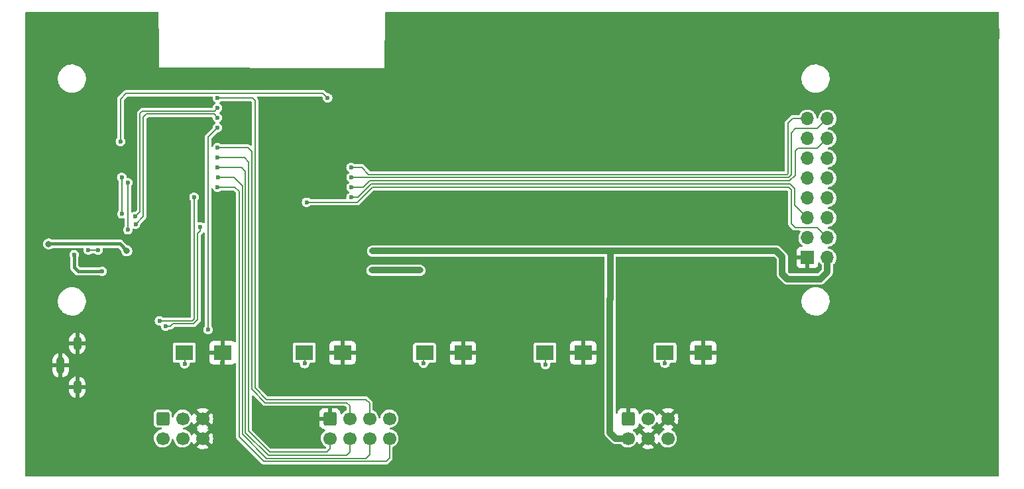
<source format=gtl>
%TF.GenerationSoftware,KiCad,Pcbnew,(6.0.0-0)*%
%TF.CreationDate,2022-02-21T20:15:32+01:00*%
%TF.ProjectId,MiliOhmMeter,4d696c69-4f68-46d4-9d65-7465722e6b69,rev?*%
%TF.SameCoordinates,Original*%
%TF.FileFunction,Copper,L1,Top*%
%TF.FilePolarity,Positive*%
%FSLAX46Y46*%
G04 Gerber Fmt 4.6, Leading zero omitted, Abs format (unit mm)*
G04 Created by KiCad (PCBNEW (6.0.0-0)) date 2022-02-21 20:15:32*
%MOMM*%
%LPD*%
G01*
G04 APERTURE LIST*
G04 Aperture macros list*
%AMRoundRect*
0 Rectangle with rounded corners*
0 $1 Rounding radius*
0 $2 $3 $4 $5 $6 $7 $8 $9 X,Y pos of 4 corners*
0 Add a 4 corners polygon primitive as box body*
4,1,4,$2,$3,$4,$5,$6,$7,$8,$9,$2,$3,0*
0 Add four circle primitives for the rounded corners*
1,1,$1+$1,$2,$3*
1,1,$1+$1,$4,$5*
1,1,$1+$1,$6,$7*
1,1,$1+$1,$8,$9*
0 Add four rect primitives between the rounded corners*
20,1,$1+$1,$2,$3,$4,$5,0*
20,1,$1+$1,$4,$5,$6,$7,0*
20,1,$1+$1,$6,$7,$8,$9,0*
20,1,$1+$1,$8,$9,$2,$3,0*%
G04 Aperture macros list end*
%TA.AperFunction,SMDPad,CuDef*%
%ADD10R,2.311400X1.955800*%
%TD*%
%TA.AperFunction,ComponentPad*%
%ADD11C,5.499999*%
%TD*%
%TA.AperFunction,ComponentPad*%
%ADD12R,1.700000X1.700000*%
%TD*%
%TA.AperFunction,ComponentPad*%
%ADD13O,1.700000X1.700000*%
%TD*%
%TA.AperFunction,ComponentPad*%
%ADD14RoundRect,0.250000X-0.600000X0.600000X-0.600000X-0.600000X0.600000X-0.600000X0.600000X0.600000X0*%
%TD*%
%TA.AperFunction,ComponentPad*%
%ADD15C,1.700000*%
%TD*%
%TA.AperFunction,ComponentPad*%
%ADD16O,1.100000X2.200000*%
%TD*%
%TA.AperFunction,ComponentPad*%
%ADD17O,1.100000X1.800000*%
%TD*%
%TA.AperFunction,ViaPad*%
%ADD18C,0.800000*%
%TD*%
%TA.AperFunction,ViaPad*%
%ADD19C,0.600000*%
%TD*%
%TA.AperFunction,Conductor*%
%ADD20C,0.203200*%
%TD*%
%TA.AperFunction,Conductor*%
%ADD21C,0.812800*%
%TD*%
%TA.AperFunction,Conductor*%
%ADD22C,0.457200*%
%TD*%
%TA.AperFunction,Conductor*%
%ADD23C,0.200000*%
%TD*%
G04 APERTURE END LIST*
D10*
%TO.P,SW2,1,1*%
%TO.N,/BTN_USR_2*%
X91505502Y-109829600D03*
%TO.P,SW2,2,2*%
%TO.N,GND*%
X96403698Y-109829600D03*
%TD*%
D11*
%TO.P,H6,1,1*%
%TO.N,GND*%
X58547000Y-68910200D03*
%TD*%
%TO.P,H4,1,1*%
%TO.N,GND*%
X177571400Y-68986400D03*
%TD*%
%TO.P,H3,1,1*%
%TO.N,GND*%
X177546000Y-122910600D03*
%TD*%
D10*
%TO.P,SW3,1,1*%
%TO.N,/BTN_USR_3*%
X106884795Y-109855000D03*
%TO.P,SW3,2,2*%
%TO.N,GND*%
X111782991Y-109855000D03*
%TD*%
%TO.P,SW7,1,1*%
%TO.N,/BTN_USR_5*%
X137581102Y-109829600D03*
%TO.P,SW7,2,2*%
%TO.N,GND*%
X142479298Y-109829600D03*
%TD*%
%TO.P,SW4,1,1*%
%TO.N,/BTN_USR_4*%
X122251795Y-109829600D03*
%TO.P,SW4,2,2*%
%TO.N,GND*%
X127149991Y-109829600D03*
%TD*%
D11*
%TO.P,H1,1,1*%
%TO.N,GND*%
X58547000Y-122910600D03*
%TD*%
D10*
%TO.P,SW1,1,1*%
%TO.N,/BTN_USR_1*%
X76163902Y-109829600D03*
%TO.P,SW1,2,2*%
%TO.N,GND*%
X81062098Y-109829600D03*
%TD*%
D11*
%TO.P,H2,1,1*%
%TO.N,GND*%
X118033800Y-122910600D03*
%TD*%
%TO.P,H5,1,1*%
%TO.N,GND*%
X118033800Y-68910200D03*
%TD*%
D12*
%TO.P,J2,1,Pin_1*%
%TO.N,GND*%
X155780800Y-97653000D03*
D13*
%TO.P,J2,2,Pin_2*%
%TO.N,+3V3*%
X158320800Y-97653000D03*
%TO.P,J2,3,Pin_3*%
%TO.N,unconnected-(J2-Pad3)*%
X155780800Y-95113000D03*
%TO.P,J2,4,Pin_4*%
%TO.N,/OLED_SCK*%
X158320800Y-95113000D03*
%TO.P,J2,5,Pin_5*%
%TO.N,/OLED_MOSI*%
X155780800Y-92573000D03*
%TO.P,J2,6,Pin_6*%
%TO.N,unconnected-(J2-Pad6)*%
X158320800Y-92573000D03*
%TO.P,J2,7,Pin_7*%
%TO.N,unconnected-(J2-Pad7)*%
X155780800Y-90033000D03*
%TO.P,J2,8,Pin_8*%
%TO.N,unconnected-(J2-Pad8)*%
X158320800Y-90033000D03*
%TO.P,J2,9,Pin_9*%
%TO.N,unconnected-(J2-Pad9)*%
X155780800Y-87493000D03*
%TO.P,J2,10,Pin_10*%
%TO.N,unconnected-(J2-Pad10)*%
X158320800Y-87493000D03*
%TO.P,J2,11,Pin_11*%
%TO.N,unconnected-(J2-Pad11)*%
X155780800Y-84953000D03*
%TO.P,J2,12,Pin_12*%
%TO.N,unconnected-(J2-Pad12)*%
X158320800Y-84953000D03*
%TO.P,J2,13,Pin_13*%
%TO.N,unconnected-(J2-Pad13)*%
X155780800Y-82413000D03*
%TO.P,J2,14,Pin_14*%
%TO.N,/OLED_DC*%
X158320800Y-82413000D03*
%TO.P,J2,15,Pin_15*%
%TO.N,/OLED_RST*%
X155780800Y-79873000D03*
%TO.P,J2,16,Pin_16*%
%TO.N,/OLED_CS*%
X158320800Y-79873000D03*
%TD*%
D14*
%TO.P,X3,1,Pin_1*%
%TO.N,GND*%
X94767400Y-118262400D03*
D15*
%TO.P,X3,2,Pin_2*%
%TO.N,/uC04*%
X94767400Y-120802400D03*
%TO.P,X3,3,Pin_3*%
%TO.N,/uC05*%
X97307400Y-118262400D03*
%TO.P,X3,4,Pin_4*%
%TO.N,/uC03*%
X97307400Y-120802400D03*
%TO.P,X3,5,Pin_5*%
%TO.N,/uC06*%
X99847400Y-118262400D03*
%TO.P,X3,6,Pin_6*%
%TO.N,/uC02*%
X99847400Y-120802400D03*
%TO.P,X3,7,Pin_7*%
%TO.N,unconnected-(X3-Pad7)*%
X102387400Y-118262400D03*
%TO.P,X3,8,Pin_8*%
%TO.N,/uC01*%
X102387400Y-120802400D03*
%TD*%
D14*
%TO.P,X1,1,Pin_1*%
%TO.N,GND*%
X132867400Y-118262400D03*
D15*
%TO.P,X1,2,Pin_2*%
%TO.N,+3V3*%
X132867400Y-120802400D03*
%TO.P,X1,3,Pin_3*%
%TO.N,/ERROR*%
X135407400Y-118262400D03*
%TO.P,X1,4,Pin_4*%
%TO.N,GND*%
X135407400Y-120802400D03*
%TO.P,X1,5,Pin_5*%
X137947400Y-118262400D03*
%TO.P,X1,6,Pin_6*%
%TO.N,/VCC-ext*%
X137947400Y-120802400D03*
%TD*%
D14*
%TO.P,X6,1,Pin_1*%
%TO.N,/IN_ADC1*%
X73431400Y-118262400D03*
D15*
%TO.P,X6,2,Pin_2*%
%TO.N,/LEVEL_PU*%
X73431400Y-120802400D03*
%TO.P,X6,3,Pin_3*%
%TO.N,/IN_ADC0*%
X75971400Y-118262400D03*
%TO.P,X6,4,Pin_4*%
%TO.N,/LEVEL*%
X75971400Y-120802400D03*
%TO.P,X6,5,Pin_5*%
%TO.N,GND*%
X78511400Y-118262400D03*
%TO.P,X6,6,Pin_6*%
X78511400Y-120802400D03*
%TD*%
D16*
%TO.P,J1,SH,Shield*%
%TO.N,GND*%
X60364800Y-111455200D03*
D17*
X62514800Y-108655200D03*
X62514800Y-114255200D03*
%TD*%
D18*
%TO.N,VCC*%
X106299000Y-99288600D03*
X100126800Y-99288600D03*
D19*
%TO.N,GND*%
X152349200Y-90144600D03*
X142468600Y-111252000D03*
X73812400Y-74117200D03*
X68072000Y-72542400D03*
X66954400Y-105816400D03*
X114554000Y-112268000D03*
X82753200Y-74117200D03*
X98399600Y-112268000D03*
X109728000Y-105918000D03*
X90525600Y-102870000D03*
X136652000Y-74879200D03*
X115544600Y-85521800D03*
X131292600Y-85598000D03*
X178358800Y-84785200D03*
X106476800Y-102819200D03*
X142367000Y-93446600D03*
X73279000Y-113436400D03*
X77063600Y-74422000D03*
D18*
X133807200Y-107137200D03*
D19*
X101854000Y-109778800D03*
X74269600Y-115265200D03*
X108026200Y-75488800D03*
X117906800Y-117297200D03*
X58902600Y-92430600D03*
X107848400Y-72085200D03*
X63474600Y-93853000D03*
X101295200Y-85979000D03*
X119762400Y-91641800D03*
X104749600Y-75514200D03*
X63652400Y-91592400D03*
X86410800Y-90043000D03*
X75895200Y-124663200D03*
X92075000Y-118262400D03*
X75844400Y-113868200D03*
X134010400Y-100888800D03*
X124561600Y-100888800D03*
X119888000Y-101650800D03*
X97942400Y-93827600D03*
X101549200Y-91592400D03*
X65608200Y-91617800D03*
X90119200Y-84023200D03*
X81584800Y-115036600D03*
X107340400Y-94792800D03*
X63474600Y-110159800D03*
X56692800Y-102514400D03*
X73456800Y-95148400D03*
X132105400Y-85598000D03*
X78587600Y-113385600D03*
X66751200Y-111531400D03*
X96367600Y-111150400D03*
X60858400Y-83947000D03*
X92049600Y-120777000D03*
X72136000Y-87426800D03*
X69240400Y-81635600D03*
X149758400Y-76047600D03*
X125247400Y-105816400D03*
X127660400Y-78841600D03*
X81686400Y-90017600D03*
X115392200Y-94894400D03*
X75133200Y-87426800D03*
X56896000Y-73761600D03*
X134315200Y-112242600D03*
X156667200Y-70104000D03*
X124510800Y-92735400D03*
X64617600Y-115062000D03*
X109575600Y-77063600D03*
X81203800Y-95148400D03*
X76200000Y-107442000D03*
X134112000Y-93395800D03*
X162407600Y-75946000D03*
X88544400Y-112318800D03*
X106527600Y-106781600D03*
X92100400Y-105867200D03*
X101066600Y-75590400D03*
X90474800Y-94996000D03*
X87807800Y-121310400D03*
X148132800Y-104800400D03*
X73990200Y-93141800D03*
X65303400Y-86461600D03*
X101396800Y-79629000D03*
X75082400Y-81381600D03*
X119532400Y-83870800D03*
X137795000Y-105638600D03*
X135686800Y-89763600D03*
X128473200Y-124256800D03*
X88798400Y-85394800D03*
X157073600Y-108204000D03*
X107823000Y-85191600D03*
X72034400Y-116687600D03*
X72186800Y-81381600D03*
X60299600Y-106324400D03*
X86791800Y-80467200D03*
X127101600Y-111379000D03*
X93827600Y-89382600D03*
X70510400Y-113614200D03*
X121920000Y-106426000D03*
X168656000Y-124155200D03*
X81026000Y-111226600D03*
X65735200Y-93751400D03*
X134569200Y-70510400D03*
X67665600Y-67513200D03*
D18*
X133908800Y-108686600D03*
D19*
X65278000Y-81686400D03*
X71983600Y-110032800D03*
X88493600Y-106375200D03*
X63550800Y-124663200D03*
X112522000Y-101600000D03*
X111506000Y-112369600D03*
X97790000Y-73812400D03*
X70916800Y-95097600D03*
X75946000Y-102158800D03*
X71221600Y-118973600D03*
X86029800Y-117779800D03*
X149656800Y-123901200D03*
X151790400Y-85775800D03*
X90220800Y-90068400D03*
X178714400Y-113538000D03*
X69875400Y-111785400D03*
X139268200Y-78613000D03*
X75615800Y-77724000D03*
X108000800Y-67614800D03*
X162458400Y-91846400D03*
X112725200Y-78460600D03*
X88401400Y-82201400D03*
X95504000Y-106934000D03*
X81686400Y-124688600D03*
X92862400Y-82296000D03*
X119762400Y-90752800D03*
X60883800Y-77978000D03*
X109423200Y-101650800D03*
X82956400Y-82270600D03*
X148082000Y-100787200D03*
X115417600Y-89687400D03*
X107721400Y-80492600D03*
X142443200Y-100888800D03*
X73863200Y-89662000D03*
X100126800Y-102870000D03*
X99695000Y-81838800D03*
X142163800Y-105714800D03*
X109880400Y-124663200D03*
X81000600Y-102133400D03*
X107492800Y-89738200D03*
X81635600Y-119100600D03*
X114909600Y-105968800D03*
X82956400Y-78155800D03*
X89712800Y-74066400D03*
X111785400Y-111252000D03*
X67132200Y-102311200D03*
X92862400Y-85394800D03*
X93192600Y-93853000D03*
X57150000Y-117398800D03*
X73583800Y-84505800D03*
X90093800Y-80365600D03*
X70307200Y-102209600D03*
X105105200Y-83235800D03*
X86741000Y-84023200D03*
X92151200Y-114782600D03*
X75539600Y-116459000D03*
X94259400Y-74574400D03*
D18*
%TO.N,+3V3*%
X106146600Y-96824800D03*
X58851800Y-95910400D03*
X100228400Y-96824800D03*
X130556000Y-110490000D03*
X130556000Y-111963200D03*
X68834000Y-96799400D03*
D19*
%TO.N,/ESP_RST*%
X68021200Y-82804000D03*
X94488000Y-77216000D03*
%TO.N,/BTN_USR_1*%
X79197200Y-106883200D03*
X80391000Y-81051400D03*
X76225400Y-111252000D03*
%TO.N,/BTN_USR_2*%
X91541600Y-111226600D03*
%TO.N,/BTN_USR_3*%
X106756200Y-111175800D03*
%TO.N,/BTN_USR_4*%
X122326400Y-111353600D03*
%TO.N,/I2C_SDA*%
X77419200Y-89916000D03*
X72999600Y-105740200D03*
%TO.N,/ESP_RX*%
X80416400Y-79756000D03*
X69951600Y-93370400D03*
%TO.N,/ESP_TX*%
X69900800Y-92405200D03*
X80416400Y-78511400D03*
%TO.N,/I2C_SCL*%
X78232000Y-93726000D03*
X73787000Y-106451400D03*
%TO.N,/BTN_USR_5*%
X137591800Y-111201200D03*
%TO.N,/uC04*%
X80416400Y-84861400D03*
%TO.N,/uC05*%
X80416400Y-83591400D03*
%TO.N,/uC03*%
X80416400Y-86131400D03*
%TO.N,/uC06*%
X80441800Y-77241400D03*
%TO.N,/uC02*%
X80467200Y-87401400D03*
%TO.N,VBUS*%
X65684400Y-99415600D03*
X62107600Y-97277400D03*
%TO.N,/DTR*%
X68961000Y-88061800D03*
X68961000Y-94107000D03*
%TO.N,/RTS*%
X68188600Y-87386400D03*
X68199000Y-92075000D03*
%TO.N,/D-*%
X65143734Y-96725604D03*
X63928876Y-96718777D03*
%TO.N,/OLED_MOSI*%
X97485200Y-89941400D03*
%TO.N,/OLED_DC*%
X97485200Y-88671400D03*
%TO.N,/OLED_RST*%
X97485200Y-86106000D03*
%TO.N,/OLED_CS*%
X97485200Y-87401400D03*
%TO.N,/OLED_SCK*%
X91795600Y-90576400D03*
%TO.N,/uC01*%
X80416400Y-88646000D03*
%TD*%
D20*
%TO.N,/OLED_RST*%
X153857800Y-79873000D02*
X155780800Y-79873000D01*
%TO.N,/OLED_CS*%
X157040800Y-81153000D02*
X158320800Y-79873000D01*
%TO.N,/OLED_DC*%
X157066200Y-83667600D02*
X158320800Y-82413000D01*
%TO.N,/OLED_MOSI*%
X154178000Y-90970200D02*
X155780800Y-92573000D01*
%TO.N,/OLED_SCK*%
X157010000Y-93802200D02*
X158320800Y-95113000D01*
D21*
%TO.N,VCC*%
X106248200Y-99288600D02*
X100177600Y-99288600D01*
D20*
%TO.N,GND*%
X142479298Y-111241302D02*
X142479298Y-110054196D01*
X142468600Y-111252000D02*
X142479298Y-111241302D01*
X96367600Y-111150400D02*
X96367600Y-109865698D01*
X127101600Y-111379000D02*
X127050800Y-111328200D01*
X81026000Y-111226600D02*
X81026000Y-109865698D01*
X111785400Y-111252000D02*
X111785400Y-110106591D01*
X127050800Y-111328200D02*
X127050800Y-109928791D01*
D21*
%TO.N,+3V3*%
X151815800Y-96824800D02*
X152577800Y-97586800D01*
D22*
X130556000Y-102997000D02*
X130581400Y-102971600D01*
D21*
X153238200Y-100406200D02*
X157429200Y-100406200D01*
X106146600Y-96824800D02*
X130581400Y-96824800D01*
X157429200Y-100406200D02*
X158320800Y-99514600D01*
D22*
X67919600Y-95885000D02*
X58877200Y-95885000D01*
X68834000Y-96799400D02*
X67919600Y-95885000D01*
D21*
X152577800Y-97586800D02*
X152577800Y-99745800D01*
X106146600Y-96824800D02*
X100228400Y-96824800D01*
X132867400Y-120802400D02*
X131318000Y-120802400D01*
X130556000Y-110490000D02*
X130556000Y-102997000D01*
X152577800Y-99745800D02*
X153238200Y-100406200D01*
X130581400Y-96824800D02*
X130581400Y-102971600D01*
D22*
X58877200Y-95885000D02*
X58851800Y-95910400D01*
D21*
X130556000Y-120040400D02*
X130556000Y-110490000D01*
X131318000Y-120802400D02*
X130556000Y-120040400D01*
X158320800Y-99514600D02*
X158320800Y-97653000D01*
X130581400Y-96824800D02*
X151815800Y-96824800D01*
D20*
%TO.N,/ESP_RST*%
X93909089Y-76637089D02*
X68752511Y-76637089D01*
X68752511Y-76637089D02*
X68021200Y-77368400D01*
X94488000Y-77216000D02*
X93909089Y-76637089D01*
X68021200Y-77368400D02*
X68021200Y-82804000D01*
%TO.N,/BTN_USR_1*%
X76225400Y-111252000D02*
X76225400Y-109891098D01*
X79197200Y-82245200D02*
X80391000Y-81051400D01*
X79197200Y-106883200D02*
X79197200Y-82245200D01*
%TO.N,/BTN_USR_2*%
X91541600Y-111226600D02*
X91541600Y-109865698D01*
%TO.N,/BTN_USR_3*%
X106756200Y-111175800D02*
X106756200Y-109983595D01*
%TO.N,/BTN_USR_4*%
X122326400Y-111353600D02*
X122326400Y-110056605D01*
%TO.N,/I2C_SDA*%
X77165200Y-105740200D02*
X77419200Y-105486200D01*
X77419200Y-105486200D02*
X77419200Y-89916000D01*
X72999600Y-105740200D02*
X77165200Y-105740200D01*
%TO.N,/ESP_RX*%
X70942200Y-79730600D02*
X70942200Y-92379800D01*
X70942200Y-92379800D02*
X69951600Y-93370400D01*
X79959200Y-79298800D02*
X71374000Y-79298800D01*
X80416400Y-79756000D02*
X79959200Y-79298800D01*
X71374000Y-79298800D02*
X70942200Y-79730600D01*
%TO.N,/ESP_TX*%
X70536280Y-91769720D02*
X69900800Y-92405200D01*
X70865520Y-78892880D02*
X70536280Y-79222120D01*
X80416400Y-78511400D02*
X80034920Y-78892880D01*
X70536280Y-79222120D02*
X70536280Y-91769720D01*
X80034920Y-78892880D02*
X70865520Y-78892880D01*
%TO.N,/I2C_SCL*%
X78232000Y-94234000D02*
X78232000Y-93726000D01*
X77368880Y-106146120D02*
X77876400Y-105638600D01*
X77876400Y-105638600D02*
X77876400Y-94589600D01*
X77876400Y-94589600D02*
X78232000Y-94234000D01*
X73787000Y-106451400D02*
X74396600Y-106451400D01*
X74701880Y-106146120D02*
X77368880Y-106146120D01*
X74396600Y-106451400D02*
X74701880Y-106146120D01*
%TO.N,/BTN_USR_5*%
X137591800Y-111201200D02*
X137581102Y-111190502D01*
X137581102Y-111190502D02*
X137581102Y-110003396D01*
%TO.N,/uC04*%
X94767400Y-122123200D02*
X94767400Y-120802400D01*
X83845400Y-84861400D02*
X84402760Y-85418760D01*
X87072640Y-122531040D02*
X94359560Y-122531040D01*
X80416400Y-84861400D02*
X83845400Y-84861400D01*
X84402760Y-85418760D02*
X84402760Y-119861160D01*
X94359560Y-122531040D02*
X94767400Y-122123200D01*
X84402760Y-119861160D02*
X87072640Y-122531040D01*
%TO.N,/uC05*%
X84808680Y-114526680D02*
X86511920Y-116229920D01*
X84277200Y-83591400D02*
X84808680Y-84122880D01*
X80416400Y-83591400D02*
X84277200Y-83591400D01*
X86511920Y-116229920D02*
X96925920Y-116229920D01*
X96925920Y-116229920D02*
X97307400Y-116611400D01*
X97307400Y-116611400D02*
X97307400Y-118262400D01*
X84808680Y-84122880D02*
X84808680Y-114526680D01*
%TO.N,/uC03*%
X80416400Y-86131400D02*
X83464400Y-86131400D01*
X83667600Y-86334600D02*
X83667600Y-86344742D01*
X83464400Y-86131400D02*
X83667600Y-86334600D01*
X83667600Y-86344742D02*
X83996840Y-86673982D01*
X86894360Y-122936960D02*
X96925440Y-122936960D01*
X83996840Y-120039440D02*
X86894360Y-122936960D01*
X97307400Y-122555000D02*
X97307400Y-120802400D01*
X83996840Y-86673982D02*
X83996840Y-120039440D01*
X96925440Y-122936960D02*
X97307400Y-122555000D01*
%TO.N,/uC06*%
X99847400Y-116306600D02*
X99847400Y-118262400D01*
X85214600Y-114358542D02*
X86680058Y-115824000D01*
X86680058Y-115824000D02*
X99364800Y-115824000D01*
X84886800Y-77241400D02*
X85214600Y-77569200D01*
X80441800Y-77241400D02*
X84886800Y-77241400D01*
X99364800Y-115824000D02*
X99847400Y-116306600D01*
X85214600Y-77569200D02*
X85214600Y-114358542D01*
%TO.N,/uC02*%
X80467200Y-87401400D02*
X82499200Y-87401400D01*
X83590920Y-88493120D02*
X83590920Y-120268520D01*
X82499200Y-87401400D02*
X83590920Y-88493120D01*
X99338920Y-123342880D02*
X99847400Y-122834400D01*
X83590920Y-120268520D02*
X86665280Y-123342880D01*
X99847400Y-122834400D02*
X99847400Y-120802400D01*
X86665280Y-123342880D02*
X99338920Y-123342880D01*
D22*
%TO.N,VBUS*%
X62611000Y-99415600D02*
X62107600Y-98912200D01*
X62107600Y-98912200D02*
X62107600Y-97277400D01*
X65684400Y-99415600D02*
X62611000Y-99415600D01*
D20*
%TO.N,/DTR*%
X68961000Y-88061800D02*
X68961000Y-94107000D01*
%TO.N,/RTS*%
X68188600Y-87386400D02*
X68188600Y-92064600D01*
X68188600Y-92064600D02*
X68199000Y-92075000D01*
D23*
%TO.N,/D-*%
X65143734Y-96725604D02*
X63935703Y-96725604D01*
X63935703Y-96725604D02*
X63928876Y-96718777D01*
D20*
%TO.N,/OLED_MOSI*%
X97485200Y-89941400D02*
X98333542Y-89941400D01*
X98333542Y-89941400D02*
X100034862Y-88240080D01*
X100034862Y-88240080D02*
X153543480Y-88240080D01*
X154178000Y-88874600D02*
X154178000Y-90970200D01*
X153543480Y-88240080D02*
X154178000Y-88874600D01*
%TO.N,/OLED_DC*%
X99866724Y-87834160D02*
X153516640Y-87834160D01*
X97485200Y-88671400D02*
X99029484Y-88671400D01*
X153516640Y-87834160D02*
X154228800Y-87122000D01*
X154228800Y-87122000D02*
X154228800Y-83997800D01*
X99029484Y-88671400D02*
X99866724Y-87834160D01*
X154228800Y-83997800D02*
X154559000Y-83667600D01*
X154559000Y-83667600D02*
X157066200Y-83667600D01*
%TO.N,/OLED_RST*%
X97485200Y-86106000D02*
X98831400Y-86106000D01*
X153315840Y-86886844D02*
X153315840Y-80414960D01*
X99747720Y-87022320D02*
X153180364Y-87022320D01*
X153180364Y-87022320D02*
X153315840Y-86886844D01*
X98831400Y-86106000D02*
X99747720Y-87022320D01*
X153315840Y-80414960D02*
X153857800Y-79873000D01*
%TO.N,/OLED_CS*%
X97512040Y-87428240D02*
X153348502Y-87428240D01*
X154254200Y-81153000D02*
X157040800Y-81153000D01*
X153721760Y-87054982D02*
X153721760Y-81685440D01*
X153348502Y-87428240D02*
X153721760Y-87054982D01*
X153721760Y-81685440D02*
X154254200Y-81153000D01*
X97485200Y-87401400D02*
X97512040Y-87428240D01*
%TO.N,/OLED_SCK*%
X98272600Y-90576400D02*
X100203000Y-88646000D01*
X154203400Y-93802200D02*
X157010000Y-93802200D01*
X100203000Y-88646000D02*
X153375342Y-88646000D01*
X153746680Y-93345480D02*
X154203400Y-93802200D01*
X153375342Y-88646000D02*
X153746680Y-89017338D01*
X153746680Y-89017338D02*
X153746680Y-93345480D01*
X91795600Y-90576400D02*
X98272600Y-90576400D01*
%TO.N,/uC01*%
X86360000Y-123748800D02*
X83185000Y-120573800D01*
X83185000Y-120573800D02*
X83185000Y-89204800D01*
X83185000Y-89204800D02*
X82626200Y-88646000D01*
X102387400Y-123317000D02*
X101955600Y-123748800D01*
X102387400Y-120802400D02*
X102387400Y-123317000D01*
X82626200Y-88646000D02*
X80416400Y-88646000D01*
X101955600Y-123748800D02*
X86360000Y-123748800D01*
%TD*%
%TA.AperFunction,Conductor*%
%TO.N,GND*%
G36*
X72841371Y-66263202D02*
G01*
X72887864Y-66316858D01*
X72899247Y-66368306D01*
X72926175Y-70165090D01*
X72948800Y-73355200D01*
X72962006Y-73355247D01*
X72962008Y-73355247D01*
X96320685Y-73437641D01*
X101752400Y-73456800D01*
X101753110Y-73355247D01*
X101801970Y-66368319D01*
X101822448Y-66300340D01*
X101876427Y-66254223D01*
X101927967Y-66243200D01*
X180137800Y-66243200D01*
X180205921Y-66263202D01*
X180252414Y-66316858D01*
X180263800Y-66369200D01*
X180263800Y-125553200D01*
X180243798Y-125621321D01*
X180190142Y-125667814D01*
X180137800Y-125679200D01*
X55980600Y-125679200D01*
X55912479Y-125659198D01*
X55865986Y-125605542D01*
X55854600Y-125553200D01*
X55854600Y-120772028D01*
X72271549Y-120772028D01*
X72285436Y-120983903D01*
X72337701Y-121189699D01*
X72426595Y-121382524D01*
X72549140Y-121555921D01*
X72701232Y-121704083D01*
X72706028Y-121707288D01*
X72706031Y-121707290D01*
X72777286Y-121754901D01*
X72877777Y-121822047D01*
X72883085Y-121824328D01*
X72883086Y-121824328D01*
X73067560Y-121903584D01*
X73067563Y-121903585D01*
X73072863Y-121905862D01*
X73078492Y-121907136D01*
X73078493Y-121907136D01*
X73274321Y-121951448D01*
X73274324Y-121951448D01*
X73279957Y-121952723D01*
X73285728Y-121952950D01*
X73285730Y-121952950D01*
X73350486Y-121955494D01*
X73492123Y-121961059D01*
X73599313Y-121945517D01*
X73696541Y-121931420D01*
X73696546Y-121931419D01*
X73702255Y-121930591D01*
X73707719Y-121928736D01*
X73707724Y-121928735D01*
X73897848Y-121864196D01*
X73903316Y-121862340D01*
X74088572Y-121758592D01*
X74251820Y-121622820D01*
X74387592Y-121459572D01*
X74491340Y-121274316D01*
X74521965Y-121184099D01*
X74557735Y-121078724D01*
X74557736Y-121078719D01*
X74559591Y-121073255D01*
X74560419Y-121067546D01*
X74560420Y-121067541D01*
X74571734Y-120989505D01*
X74574687Y-120969138D01*
X74604257Y-120904593D01*
X74664028Y-120866281D01*
X74735025Y-120866365D01*
X74794705Y-120904820D01*
X74824122Y-120969436D01*
X74824965Y-120977547D01*
X74825058Y-120978133D01*
X74825436Y-120983903D01*
X74877701Y-121189699D01*
X74966595Y-121382524D01*
X75089140Y-121555921D01*
X75241232Y-121704083D01*
X75246028Y-121707288D01*
X75246031Y-121707290D01*
X75317286Y-121754901D01*
X75417777Y-121822047D01*
X75423085Y-121824328D01*
X75423086Y-121824328D01*
X75607560Y-121903584D01*
X75607563Y-121903585D01*
X75612863Y-121905862D01*
X75618492Y-121907136D01*
X75618493Y-121907136D01*
X75814321Y-121951448D01*
X75814324Y-121951448D01*
X75819957Y-121952723D01*
X75825728Y-121952950D01*
X75825730Y-121952950D01*
X75890486Y-121955494D01*
X76032123Y-121961059D01*
X76139313Y-121945517D01*
X76236541Y-121931420D01*
X76236546Y-121931419D01*
X76242255Y-121930591D01*
X76247719Y-121928736D01*
X76247724Y-121928735D01*
X76252090Y-121927253D01*
X77751377Y-121927253D01*
X77756658Y-121934307D01*
X77918156Y-122028679D01*
X77927442Y-122033129D01*
X78126401Y-122109103D01*
X78136299Y-122111979D01*
X78344995Y-122154438D01*
X78355223Y-122155657D01*
X78568050Y-122163462D01*
X78578336Y-122162995D01*
X78789585Y-122135934D01*
X78799662Y-122133792D01*
X79003655Y-122072591D01*
X79013242Y-122068833D01*
X79204498Y-121975138D01*
X79213344Y-121969865D01*
X79260647Y-121936123D01*
X79269048Y-121925423D01*
X79262060Y-121912270D01*
X78524212Y-121174422D01*
X78510268Y-121166808D01*
X78508435Y-121166939D01*
X78501820Y-121171190D01*
X77758137Y-121914873D01*
X77751377Y-121927253D01*
X76252090Y-121927253D01*
X76437848Y-121864196D01*
X76443316Y-121862340D01*
X76628572Y-121758592D01*
X76791820Y-121622820D01*
X76927592Y-121459572D01*
X77022643Y-121289847D01*
X77073378Y-121240186D01*
X77142910Y-121225838D01*
X77209160Y-121251360D01*
X77249319Y-121304010D01*
X77293170Y-121412003D01*
X77297813Y-121421194D01*
X77377860Y-121551820D01*
X77388316Y-121561280D01*
X77397094Y-121557496D01*
X78139378Y-120815212D01*
X78145756Y-120803532D01*
X78875808Y-120803532D01*
X78875939Y-120805365D01*
X78880190Y-120811980D01*
X79621874Y-121553664D01*
X79633884Y-121560223D01*
X79645623Y-121551255D01*
X79676404Y-121508419D01*
X79681715Y-121499580D01*
X79776070Y-121308667D01*
X79779869Y-121299072D01*
X79841776Y-121095315D01*
X79843955Y-121085234D01*
X79871990Y-120872287D01*
X79872509Y-120865612D01*
X79873972Y-120805764D01*
X79873778Y-120799046D01*
X79856181Y-120585004D01*
X79854496Y-120574824D01*
X79802614Y-120368275D01*
X79799294Y-120358524D01*
X79714372Y-120163214D01*
X79709505Y-120154139D01*
X79644463Y-120053597D01*
X79633777Y-120044395D01*
X79624212Y-120048798D01*
X78883422Y-120789588D01*
X78875808Y-120803532D01*
X78145756Y-120803532D01*
X78146992Y-120801268D01*
X78146861Y-120799435D01*
X78142610Y-120792820D01*
X77401249Y-120051459D01*
X77389713Y-120045159D01*
X77377431Y-120054782D01*
X77329489Y-120125062D01*
X77324404Y-120134013D01*
X77244028Y-120307169D01*
X77197204Y-120360536D01*
X77128960Y-120380117D01*
X77060965Y-120359693D01*
X77016734Y-120309848D01*
X76963229Y-120201351D01*
X76960675Y-120196172D01*
X76833633Y-120026042D01*
X76677715Y-119881913D01*
X76498142Y-119768611D01*
X76464468Y-119755176D01*
X76400166Y-119729522D01*
X76300929Y-119689930D01*
X76295261Y-119688803D01*
X76295259Y-119688802D01*
X76124967Y-119654929D01*
X76062057Y-119622022D01*
X76026925Y-119560327D01*
X76030725Y-119489432D01*
X76072251Y-119431846D01*
X76131466Y-119406655D01*
X76242255Y-119390591D01*
X76247719Y-119388736D01*
X76247724Y-119388735D01*
X76252090Y-119387253D01*
X77751377Y-119387253D01*
X77756658Y-119394307D01*
X77803879Y-119421901D01*
X77852603Y-119473539D01*
X77865674Y-119543322D01*
X77838943Y-119609094D01*
X77798487Y-119642453D01*
X77789866Y-119646941D01*
X77781134Y-119652439D01*
X77761077Y-119667499D01*
X77752623Y-119678827D01*
X77759368Y-119691158D01*
X78498588Y-120430378D01*
X78512532Y-120437992D01*
X78514365Y-120437861D01*
X78520980Y-120433610D01*
X79264789Y-119689801D01*
X79271810Y-119676944D01*
X79265011Y-119667613D01*
X79260959Y-119664921D01*
X79223516Y-119644252D01*
X79173545Y-119593820D01*
X79158773Y-119524377D01*
X79183889Y-119457972D01*
X79211240Y-119431365D01*
X79260647Y-119396123D01*
X79269048Y-119385423D01*
X79262060Y-119372270D01*
X78524212Y-118634422D01*
X78510268Y-118626808D01*
X78508435Y-118626939D01*
X78501820Y-118631190D01*
X77758137Y-119374873D01*
X77751377Y-119387253D01*
X76252090Y-119387253D01*
X76395640Y-119338524D01*
X76443316Y-119322340D01*
X76628572Y-119218592D01*
X76791820Y-119082820D01*
X76927592Y-118919572D01*
X77022643Y-118749847D01*
X77073378Y-118700186D01*
X77142910Y-118685838D01*
X77209160Y-118711360D01*
X77249319Y-118764010D01*
X77293170Y-118872003D01*
X77297813Y-118881194D01*
X77377860Y-119011820D01*
X77388316Y-119021280D01*
X77397094Y-119017496D01*
X78139378Y-118275212D01*
X78145756Y-118263532D01*
X78875808Y-118263532D01*
X78875939Y-118265365D01*
X78880190Y-118271980D01*
X79621874Y-119013664D01*
X79633884Y-119020223D01*
X79645623Y-119011255D01*
X79676404Y-118968419D01*
X79681715Y-118959580D01*
X79776070Y-118768667D01*
X79779869Y-118759072D01*
X79841776Y-118555315D01*
X79843955Y-118545234D01*
X79871990Y-118332287D01*
X79872509Y-118325612D01*
X79873972Y-118265764D01*
X79873778Y-118259046D01*
X79856181Y-118045004D01*
X79854496Y-118034824D01*
X79802614Y-117828275D01*
X79799294Y-117818524D01*
X79714372Y-117623214D01*
X79709505Y-117614139D01*
X79644463Y-117513597D01*
X79633777Y-117504395D01*
X79624212Y-117508798D01*
X78883422Y-118249588D01*
X78875808Y-118263532D01*
X78145756Y-118263532D01*
X78146992Y-118261268D01*
X78146861Y-118259435D01*
X78142610Y-118252820D01*
X77401249Y-117511459D01*
X77389713Y-117505159D01*
X77377431Y-117514782D01*
X77329489Y-117585062D01*
X77324404Y-117594013D01*
X77244028Y-117767169D01*
X77197204Y-117820536D01*
X77128960Y-117840117D01*
X77060965Y-117819693D01*
X77016734Y-117769848D01*
X76963229Y-117661351D01*
X76960675Y-117656172D01*
X76884153Y-117553697D01*
X76837086Y-117490666D01*
X76837085Y-117490665D01*
X76833633Y-117486042D01*
X76677715Y-117341913D01*
X76498142Y-117228611D01*
X76471867Y-117218128D01*
X76437496Y-117204415D01*
X76300929Y-117149930D01*
X76295261Y-117148803D01*
X76295259Y-117148802D01*
X76245111Y-117138827D01*
X77752623Y-117138827D01*
X77759368Y-117151158D01*
X78498588Y-117890378D01*
X78512532Y-117897992D01*
X78514365Y-117897861D01*
X78520980Y-117893610D01*
X79264789Y-117149801D01*
X79271810Y-117136944D01*
X79265011Y-117127613D01*
X79260954Y-117124918D01*
X79074517Y-117021999D01*
X79065105Y-117017769D01*
X78864359Y-116946680D01*
X78854389Y-116944046D01*
X78644727Y-116906701D01*
X78634473Y-116905731D01*
X78421516Y-116903128D01*
X78411232Y-116903848D01*
X78200721Y-116936061D01*
X78190693Y-116938450D01*
X77988268Y-117004612D01*
X77978759Y-117008609D01*
X77789866Y-117106940D01*
X77781134Y-117112439D01*
X77761077Y-117127499D01*
X77752623Y-117138827D01*
X76245111Y-117138827D01*
X76098346Y-117109634D01*
X76098344Y-117109634D01*
X76092679Y-117108507D01*
X76086904Y-117108431D01*
X76086900Y-117108431D01*
X75980683Y-117107041D01*
X75880368Y-117105728D01*
X75874671Y-117106707D01*
X75874670Y-117106707D01*
X75676795Y-117140708D01*
X75676792Y-117140709D01*
X75671105Y-117141686D01*
X75471900Y-117215176D01*
X75289423Y-117323739D01*
X75129785Y-117463737D01*
X75126218Y-117468262D01*
X75126213Y-117468267D01*
X75004063Y-117623214D01*
X74998333Y-117630483D01*
X74995645Y-117635592D01*
X74902159Y-117813280D01*
X74902157Y-117813285D01*
X74899470Y-117818392D01*
X74836505Y-118021171D01*
X74835878Y-118026472D01*
X74802215Y-118088817D01*
X74740064Y-118123136D01*
X74669225Y-118118405D01*
X74612189Y-118076127D01*
X74587065Y-118009725D01*
X74586700Y-118000143D01*
X74586700Y-117619256D01*
X74575741Y-117528697D01*
X74566386Y-117505067D01*
X74522898Y-117395230D01*
X74519734Y-117387238D01*
X74427748Y-117266052D01*
X74306562Y-117174066D01*
X74224779Y-117141686D01*
X74172633Y-117121040D01*
X74172631Y-117121039D01*
X74165103Y-117118059D01*
X74074544Y-117107100D01*
X72788256Y-117107100D01*
X72697697Y-117118059D01*
X72690169Y-117121039D01*
X72690167Y-117121040D01*
X72638021Y-117141686D01*
X72556238Y-117174066D01*
X72435052Y-117266052D01*
X72343066Y-117387238D01*
X72339902Y-117395230D01*
X72296415Y-117505067D01*
X72287059Y-117528697D01*
X72276100Y-117619256D01*
X72276100Y-118905544D01*
X72287059Y-118996103D01*
X72290039Y-119003631D01*
X72290040Y-119003633D01*
X72297027Y-119021280D01*
X72343066Y-119137562D01*
X72435052Y-119258748D01*
X72556238Y-119350734D01*
X72597665Y-119367136D01*
X72690167Y-119403760D01*
X72690169Y-119403761D01*
X72697697Y-119406741D01*
X72788256Y-119417700D01*
X73190113Y-119417700D01*
X73258234Y-119437702D01*
X73304727Y-119491358D01*
X73314831Y-119561632D01*
X73285337Y-119626212D01*
X73225611Y-119664596D01*
X73211451Y-119667880D01*
X73136795Y-119680708D01*
X73136792Y-119680709D01*
X73131105Y-119681686D01*
X72931900Y-119755176D01*
X72749423Y-119863739D01*
X72589785Y-120003737D01*
X72586218Y-120008262D01*
X72586213Y-120008267D01*
X72464063Y-120163214D01*
X72458333Y-120170483D01*
X72455645Y-120175592D01*
X72362159Y-120353280D01*
X72362157Y-120353285D01*
X72359470Y-120358392D01*
X72296505Y-120561171D01*
X72271549Y-120772028D01*
X55854600Y-120772028D01*
X55854600Y-114654324D01*
X61456800Y-114654324D01*
X61457101Y-114660472D01*
X61471327Y-114805561D01*
X61473710Y-114817596D01*
X61530117Y-115004423D01*
X61534792Y-115015765D01*
X61626412Y-115188079D01*
X61633199Y-115198295D01*
X61756547Y-115349535D01*
X61765191Y-115358239D01*
X61915563Y-115482638D01*
X61925731Y-115489497D01*
X62097407Y-115582321D01*
X62108707Y-115587071D01*
X62243493Y-115628795D01*
X62257595Y-115629001D01*
X62260800Y-115622245D01*
X62260800Y-115615247D01*
X62768800Y-115615247D01*
X62772773Y-115628778D01*
X62780568Y-115629898D01*
X62907142Y-115592646D01*
X62918510Y-115588053D01*
X63091466Y-115497634D01*
X63101728Y-115490918D01*
X63253820Y-115368632D01*
X63262586Y-115360048D01*
X63388036Y-115210544D01*
X63394960Y-115200433D01*
X63488984Y-115029402D01*
X63493812Y-115018138D01*
X63552825Y-114832105D01*
X63555373Y-114820116D01*
X63572407Y-114668253D01*
X63572800Y-114661229D01*
X63572800Y-114527315D01*
X63568325Y-114512076D01*
X63566935Y-114510871D01*
X63559252Y-114509200D01*
X62786915Y-114509200D01*
X62771676Y-114513675D01*
X62770471Y-114515065D01*
X62768800Y-114522748D01*
X62768800Y-115615247D01*
X62260800Y-115615247D01*
X62260800Y-114527315D01*
X62256325Y-114512076D01*
X62254935Y-114510871D01*
X62247252Y-114509200D01*
X61474915Y-114509200D01*
X61459676Y-114513675D01*
X61458471Y-114515065D01*
X61456800Y-114522748D01*
X61456800Y-114654324D01*
X55854600Y-114654324D01*
X55854600Y-113983085D01*
X61456800Y-113983085D01*
X61461275Y-113998324D01*
X61462665Y-113999529D01*
X61470348Y-114001200D01*
X62242685Y-114001200D01*
X62257924Y-113996725D01*
X62259129Y-113995335D01*
X62260800Y-113987652D01*
X62260800Y-113983085D01*
X62768800Y-113983085D01*
X62773275Y-113998324D01*
X62774665Y-113999529D01*
X62782348Y-114001200D01*
X63554685Y-114001200D01*
X63569924Y-113996725D01*
X63571129Y-113995335D01*
X63572800Y-113987652D01*
X63572800Y-113856076D01*
X63572499Y-113849928D01*
X63558273Y-113704839D01*
X63555890Y-113692804D01*
X63499483Y-113505977D01*
X63494808Y-113494635D01*
X63403188Y-113322321D01*
X63396401Y-113312105D01*
X63273053Y-113160865D01*
X63264409Y-113152161D01*
X63114037Y-113027762D01*
X63103869Y-113020903D01*
X62932193Y-112928079D01*
X62920893Y-112923329D01*
X62786107Y-112881605D01*
X62772005Y-112881399D01*
X62768800Y-112888155D01*
X62768800Y-113983085D01*
X62260800Y-113983085D01*
X62260800Y-112895153D01*
X62256827Y-112881622D01*
X62249032Y-112880502D01*
X62122458Y-112917754D01*
X62111090Y-112922347D01*
X61938134Y-113012766D01*
X61927872Y-113019482D01*
X61775780Y-113141768D01*
X61767014Y-113150352D01*
X61641564Y-113299856D01*
X61634640Y-113309967D01*
X61540616Y-113480998D01*
X61535788Y-113492262D01*
X61476775Y-113678295D01*
X61474227Y-113690284D01*
X61457193Y-113842147D01*
X61456800Y-113849171D01*
X61456800Y-113983085D01*
X55854600Y-113983085D01*
X55854600Y-112054324D01*
X59306800Y-112054324D01*
X59307101Y-112060472D01*
X59321327Y-112205561D01*
X59323710Y-112217596D01*
X59380117Y-112404423D01*
X59384792Y-112415765D01*
X59476412Y-112588079D01*
X59483199Y-112598295D01*
X59606547Y-112749535D01*
X59615191Y-112758239D01*
X59765563Y-112882638D01*
X59775731Y-112889497D01*
X59947407Y-112982321D01*
X59958707Y-112987071D01*
X60093493Y-113028795D01*
X60107595Y-113029001D01*
X60110800Y-113022245D01*
X60110800Y-113015247D01*
X60618800Y-113015247D01*
X60622773Y-113028778D01*
X60630568Y-113029898D01*
X60757142Y-112992646D01*
X60768510Y-112988053D01*
X60941466Y-112897634D01*
X60951728Y-112890918D01*
X61103820Y-112768632D01*
X61112586Y-112760048D01*
X61238036Y-112610544D01*
X61244960Y-112600433D01*
X61338984Y-112429402D01*
X61343812Y-112418138D01*
X61402825Y-112232105D01*
X61405373Y-112220116D01*
X61422407Y-112068253D01*
X61422800Y-112061229D01*
X61422800Y-111727315D01*
X61418325Y-111712076D01*
X61416935Y-111710871D01*
X61409252Y-111709200D01*
X60636915Y-111709200D01*
X60621676Y-111713675D01*
X60620471Y-111715065D01*
X60618800Y-111722748D01*
X60618800Y-113015247D01*
X60110800Y-113015247D01*
X60110800Y-111727315D01*
X60106325Y-111712076D01*
X60104935Y-111710871D01*
X60097252Y-111709200D01*
X59324915Y-111709200D01*
X59309676Y-111713675D01*
X59308471Y-111715065D01*
X59306800Y-111722748D01*
X59306800Y-112054324D01*
X55854600Y-112054324D01*
X55854600Y-111183085D01*
X59306800Y-111183085D01*
X59311275Y-111198324D01*
X59312665Y-111199529D01*
X59320348Y-111201200D01*
X60092685Y-111201200D01*
X60107924Y-111196725D01*
X60109129Y-111195335D01*
X60110800Y-111187652D01*
X60110800Y-111183085D01*
X60618800Y-111183085D01*
X60623275Y-111198324D01*
X60624665Y-111199529D01*
X60632348Y-111201200D01*
X61404685Y-111201200D01*
X61419924Y-111196725D01*
X61421129Y-111195335D01*
X61422800Y-111187652D01*
X61422800Y-110856076D01*
X61422642Y-110852858D01*
X74702902Y-110852858D01*
X74703631Y-110858986D01*
X74704887Y-110869540D01*
X74706069Y-110879478D01*
X74752238Y-110983419D01*
X74767029Y-110998184D01*
X74824497Y-111055552D01*
X74824499Y-111055553D01*
X74832730Y-111063770D01*
X74936751Y-111109758D01*
X74962844Y-111112800D01*
X75489955Y-111112800D01*
X75558076Y-111132802D01*
X75604569Y-111186458D01*
X75615955Y-111238800D01*
X75615955Y-111243812D01*
X75614877Y-111252000D01*
X75635680Y-111410015D01*
X75696672Y-111557261D01*
X75793695Y-111683705D01*
X75920138Y-111780728D01*
X76067385Y-111841720D01*
X76225400Y-111862523D01*
X76233588Y-111861445D01*
X76375227Y-111842798D01*
X76383415Y-111841720D01*
X76530662Y-111780728D01*
X76657105Y-111683705D01*
X76754128Y-111557261D01*
X76815120Y-111410015D01*
X76835923Y-111252000D01*
X76834845Y-111243812D01*
X76834845Y-111238800D01*
X76854847Y-111170679D01*
X76908503Y-111124186D01*
X76960845Y-111112800D01*
X77364960Y-111112800D01*
X77375854Y-111111504D01*
X77382195Y-111110750D01*
X77382198Y-111110749D01*
X77391580Y-111109633D01*
X77495521Y-111063464D01*
X77542298Y-111016605D01*
X77567654Y-110991205D01*
X77567655Y-110991203D01*
X77575872Y-110982972D01*
X77621860Y-110878951D01*
X77624902Y-110852858D01*
X77624902Y-110852169D01*
X79398399Y-110852169D01*
X79398769Y-110858990D01*
X79404293Y-110909852D01*
X79407919Y-110925104D01*
X79453074Y-111045554D01*
X79461612Y-111061149D01*
X79538113Y-111163224D01*
X79550674Y-111175785D01*
X79652749Y-111252286D01*
X79668344Y-111260824D01*
X79788792Y-111305978D01*
X79804047Y-111309605D01*
X79854912Y-111315131D01*
X79861726Y-111315500D01*
X80789983Y-111315500D01*
X80805222Y-111311025D01*
X80806427Y-111309635D01*
X80808098Y-111301952D01*
X80808098Y-110101715D01*
X80803623Y-110086476D01*
X80802233Y-110085271D01*
X80794550Y-110083600D01*
X79416514Y-110083600D01*
X79401275Y-110088075D01*
X79400070Y-110089465D01*
X79398399Y-110097148D01*
X79398399Y-110852169D01*
X77624902Y-110852169D01*
X77624902Y-109557485D01*
X79398398Y-109557485D01*
X79402873Y-109572724D01*
X79404263Y-109573929D01*
X79411946Y-109575600D01*
X80789983Y-109575600D01*
X80805222Y-109571125D01*
X80806427Y-109569735D01*
X80808098Y-109562052D01*
X80808098Y-108361816D01*
X80803623Y-108346577D01*
X80802233Y-108345372D01*
X80794550Y-108343701D01*
X79861729Y-108343701D01*
X79854908Y-108344071D01*
X79804046Y-108349595D01*
X79788794Y-108353221D01*
X79668344Y-108398376D01*
X79652749Y-108406914D01*
X79550674Y-108483415D01*
X79538113Y-108495976D01*
X79461612Y-108598051D01*
X79453074Y-108613646D01*
X79407920Y-108734094D01*
X79404293Y-108749349D01*
X79398767Y-108800214D01*
X79398398Y-108807028D01*
X79398398Y-109557485D01*
X77624902Y-109557485D01*
X77624902Y-108806342D01*
X77623606Y-108795448D01*
X77622852Y-108789107D01*
X77622851Y-108789104D01*
X77621735Y-108779722D01*
X77575566Y-108675781D01*
X77516093Y-108616412D01*
X77503307Y-108603648D01*
X77503305Y-108603647D01*
X77495074Y-108595430D01*
X77391053Y-108549442D01*
X77364960Y-108546400D01*
X74962844Y-108546400D01*
X74951950Y-108547696D01*
X74945609Y-108548450D01*
X74945606Y-108548451D01*
X74936224Y-108549567D01*
X74832283Y-108595736D01*
X74804617Y-108623451D01*
X74760150Y-108667995D01*
X74760149Y-108667997D01*
X74751932Y-108676228D01*
X74705944Y-108780249D01*
X74702902Y-108806342D01*
X74702902Y-110852858D01*
X61422642Y-110852858D01*
X61422499Y-110849928D01*
X61408273Y-110704839D01*
X61405890Y-110692804D01*
X61349483Y-110505977D01*
X61344808Y-110494635D01*
X61253188Y-110322321D01*
X61246401Y-110312105D01*
X61123053Y-110160865D01*
X61114409Y-110152161D01*
X60964037Y-110027762D01*
X60953869Y-110020903D01*
X60782193Y-109928079D01*
X60770893Y-109923329D01*
X60636107Y-109881605D01*
X60622005Y-109881399D01*
X60618800Y-109888155D01*
X60618800Y-111183085D01*
X60110800Y-111183085D01*
X60110800Y-109895153D01*
X60106827Y-109881622D01*
X60099032Y-109880502D01*
X59972458Y-109917754D01*
X59961090Y-109922347D01*
X59788134Y-110012766D01*
X59777872Y-110019482D01*
X59625780Y-110141768D01*
X59617014Y-110150352D01*
X59491564Y-110299856D01*
X59484640Y-110309967D01*
X59390616Y-110480998D01*
X59385788Y-110492262D01*
X59326775Y-110678295D01*
X59324227Y-110690284D01*
X59307193Y-110842147D01*
X59306800Y-110849171D01*
X59306800Y-111183085D01*
X55854600Y-111183085D01*
X55854600Y-109054324D01*
X61456800Y-109054324D01*
X61457101Y-109060472D01*
X61471327Y-109205561D01*
X61473710Y-109217596D01*
X61530117Y-109404423D01*
X61534792Y-109415765D01*
X61626412Y-109588079D01*
X61633199Y-109598295D01*
X61756547Y-109749535D01*
X61765191Y-109758239D01*
X61915563Y-109882638D01*
X61925731Y-109889497D01*
X62097407Y-109982321D01*
X62108707Y-109987071D01*
X62243493Y-110028795D01*
X62257595Y-110029001D01*
X62260800Y-110022245D01*
X62260800Y-110015247D01*
X62768800Y-110015247D01*
X62772773Y-110028778D01*
X62780568Y-110029898D01*
X62907142Y-109992646D01*
X62918510Y-109988053D01*
X63091466Y-109897634D01*
X63101728Y-109890918D01*
X63253820Y-109768632D01*
X63262586Y-109760048D01*
X63388036Y-109610544D01*
X63394960Y-109600433D01*
X63488984Y-109429402D01*
X63493812Y-109418138D01*
X63552825Y-109232105D01*
X63555373Y-109220116D01*
X63572407Y-109068253D01*
X63572800Y-109061229D01*
X63572800Y-108927315D01*
X63568325Y-108912076D01*
X63566935Y-108910871D01*
X63559252Y-108909200D01*
X62786915Y-108909200D01*
X62771676Y-108913675D01*
X62770471Y-108915065D01*
X62768800Y-108922748D01*
X62768800Y-110015247D01*
X62260800Y-110015247D01*
X62260800Y-108927315D01*
X62256325Y-108912076D01*
X62254935Y-108910871D01*
X62247252Y-108909200D01*
X61474915Y-108909200D01*
X61459676Y-108913675D01*
X61458471Y-108915065D01*
X61456800Y-108922748D01*
X61456800Y-109054324D01*
X55854600Y-109054324D01*
X55854600Y-108383085D01*
X61456800Y-108383085D01*
X61461275Y-108398324D01*
X61462665Y-108399529D01*
X61470348Y-108401200D01*
X62242685Y-108401200D01*
X62257924Y-108396725D01*
X62259129Y-108395335D01*
X62260800Y-108387652D01*
X62260800Y-108383085D01*
X62768800Y-108383085D01*
X62773275Y-108398324D01*
X62774665Y-108399529D01*
X62782348Y-108401200D01*
X63554685Y-108401200D01*
X63569924Y-108396725D01*
X63571129Y-108395335D01*
X63572800Y-108387652D01*
X63572800Y-108256076D01*
X63572499Y-108249928D01*
X63558273Y-108104839D01*
X63555890Y-108092804D01*
X63499483Y-107905977D01*
X63494808Y-107894635D01*
X63403188Y-107722321D01*
X63396401Y-107712105D01*
X63273053Y-107560865D01*
X63264409Y-107552161D01*
X63114037Y-107427762D01*
X63103869Y-107420903D01*
X62932193Y-107328079D01*
X62920893Y-107323329D01*
X62786107Y-107281605D01*
X62772005Y-107281399D01*
X62768800Y-107288155D01*
X62768800Y-108383085D01*
X62260800Y-108383085D01*
X62260800Y-107295153D01*
X62256827Y-107281622D01*
X62249032Y-107280502D01*
X62122458Y-107317754D01*
X62111090Y-107322347D01*
X61938134Y-107412766D01*
X61927872Y-107419482D01*
X61775780Y-107541768D01*
X61767014Y-107550352D01*
X61641564Y-107699856D01*
X61634640Y-107709967D01*
X61540616Y-107880998D01*
X61535788Y-107892262D01*
X61476775Y-108078295D01*
X61474227Y-108090284D01*
X61457193Y-108242147D01*
X61456800Y-108249171D01*
X61456800Y-108383085D01*
X55854600Y-108383085D01*
X55854600Y-103373520D01*
X60013815Y-103373520D01*
X60049999Y-103639395D01*
X60051307Y-103643881D01*
X60051307Y-103643883D01*
X60064768Y-103690066D01*
X60125084Y-103897002D01*
X60237422Y-104140681D01*
X60239982Y-104144586D01*
X60239985Y-104144591D01*
X60381977Y-104361166D01*
X60381981Y-104361171D01*
X60384543Y-104365079D01*
X60563217Y-104565265D01*
X60769517Y-104736844D01*
X60998913Y-104876044D01*
X61003227Y-104877853D01*
X61003229Y-104877854D01*
X61242054Y-104978002D01*
X61242058Y-104978003D01*
X61246364Y-104979809D01*
X61506434Y-105045859D01*
X61511085Y-105046327D01*
X61511089Y-105046328D01*
X61710911Y-105066449D01*
X61729296Y-105068300D01*
X61888918Y-105068300D01*
X61891243Y-105068127D01*
X61891249Y-105068127D01*
X62083737Y-105053823D01*
X62083741Y-105053822D01*
X62088389Y-105053477D01*
X62350099Y-104994258D01*
X62354453Y-104992565D01*
X62595828Y-104898699D01*
X62595830Y-104898698D01*
X62600181Y-104897006D01*
X62833142Y-104763858D01*
X63043863Y-104597739D01*
X63227716Y-104402298D01*
X63314377Y-104277377D01*
X63377999Y-104185666D01*
X63378002Y-104185661D01*
X63380661Y-104181828D01*
X63499338Y-103941174D01*
X63581142Y-103685621D01*
X63624273Y-103420783D01*
X63626029Y-103286631D01*
X63627724Y-103157157D01*
X63627724Y-103157154D01*
X63627785Y-103152480D01*
X63591601Y-102886605D01*
X63578128Y-102840379D01*
X63565753Y-102797925D01*
X63516516Y-102628998D01*
X63404178Y-102385319D01*
X63401615Y-102381409D01*
X63259623Y-102164834D01*
X63259619Y-102164829D01*
X63257057Y-102160921D01*
X63078383Y-101960735D01*
X62872083Y-101789156D01*
X62642687Y-101649956D01*
X62638371Y-101648146D01*
X62399546Y-101547998D01*
X62399542Y-101547997D01*
X62395236Y-101546191D01*
X62135166Y-101480141D01*
X62130515Y-101479673D01*
X62130511Y-101479672D01*
X61915442Y-101458016D01*
X61912304Y-101457700D01*
X61752682Y-101457700D01*
X61750357Y-101457873D01*
X61750351Y-101457873D01*
X61557863Y-101472177D01*
X61557859Y-101472178D01*
X61553211Y-101472523D01*
X61291501Y-101531742D01*
X61287149Y-101533434D01*
X61287147Y-101533435D01*
X61045772Y-101627301D01*
X61045770Y-101627302D01*
X61041419Y-101628994D01*
X60808458Y-101762142D01*
X60597737Y-101928261D01*
X60413884Y-102123702D01*
X60385350Y-102164834D01*
X60263601Y-102340334D01*
X60263598Y-102340339D01*
X60260939Y-102344172D01*
X60142262Y-102584826D01*
X60060458Y-102840379D01*
X60017327Y-103105217D01*
X60013815Y-103373520D01*
X55854600Y-103373520D01*
X55854600Y-97277400D01*
X61497077Y-97277400D01*
X61498155Y-97285588D01*
X61514058Y-97406381D01*
X61517880Y-97435415D01*
X61521040Y-97443044D01*
X61564109Y-97547022D01*
X61573700Y-97595240D01*
X61573700Y-98897566D01*
X61573589Y-98902843D01*
X61571071Y-98962917D01*
X61580116Y-99001479D01*
X61580668Y-99003832D01*
X61582831Y-99015505D01*
X61588532Y-99057126D01*
X61591943Y-99065009D01*
X61591944Y-99065011D01*
X61594187Y-99070195D01*
X61601219Y-99091458D01*
X61602510Y-99096961D01*
X61602513Y-99096968D01*
X61604474Y-99105331D01*
X61608611Y-99112857D01*
X61608614Y-99112864D01*
X61624722Y-99142165D01*
X61629943Y-99152822D01*
X61646627Y-99191375D01*
X61655596Y-99202451D01*
X61668081Y-99221033D01*
X61674945Y-99233518D01*
X61681735Y-99241384D01*
X61705393Y-99265042D01*
X61714218Y-99274843D01*
X61738684Y-99305056D01*
X61752217Y-99314673D01*
X61753297Y-99315441D01*
X61769402Y-99329051D01*
X62223126Y-99782774D01*
X62226779Y-99786584D01*
X62267479Y-99830845D01*
X62274779Y-99835371D01*
X62274780Y-99835372D01*
X62303191Y-99852988D01*
X62312974Y-99859711D01*
X62346442Y-99885115D01*
X62354424Y-99888275D01*
X62354425Y-99888276D01*
X62356896Y-99889254D01*
X62359689Y-99890360D01*
X62379693Y-99900421D01*
X62391801Y-99907928D01*
X62400050Y-99910325D01*
X62400051Y-99910325D01*
X62432148Y-99919650D01*
X62443377Y-99923495D01*
X62474461Y-99935802D01*
X62474465Y-99935803D01*
X62482449Y-99938964D01*
X62490987Y-99939861D01*
X62490990Y-99939862D01*
X62496616Y-99940453D01*
X62518595Y-99944765D01*
X62525939Y-99946899D01*
X62525941Y-99946899D01*
X62532273Y-99948739D01*
X62539194Y-99949247D01*
X62540329Y-99949331D01*
X62540340Y-99949331D01*
X62542636Y-99949500D01*
X62576090Y-99949500D01*
X62589260Y-99950190D01*
X62619383Y-99953356D01*
X62619384Y-99953356D01*
X62627928Y-99954254D01*
X62636400Y-99952821D01*
X62636402Y-99952821D01*
X62645600Y-99951265D01*
X62666613Y-99949500D01*
X65366561Y-99949500D01*
X65414778Y-99959091D01*
X65526385Y-100005320D01*
X65534573Y-100006398D01*
X65605392Y-100015721D01*
X65684400Y-100026123D01*
X65692588Y-100025045D01*
X65834227Y-100006398D01*
X65842415Y-100005320D01*
X65989662Y-99944328D01*
X66059996Y-99890359D01*
X66109554Y-99852332D01*
X66109555Y-99852331D01*
X66116105Y-99847305D01*
X66213128Y-99720861D01*
X66274120Y-99573615D01*
X66294923Y-99415600D01*
X66279491Y-99298379D01*
X66275198Y-99265771D01*
X66275197Y-99265769D01*
X66274120Y-99257585D01*
X66213128Y-99110339D01*
X66116105Y-98983895D01*
X66099664Y-98971279D01*
X66007025Y-98900195D01*
X65989662Y-98886872D01*
X65842415Y-98825880D01*
X65684400Y-98805077D01*
X65676212Y-98806155D01*
X65534571Y-98824802D01*
X65534569Y-98824803D01*
X65526385Y-98825880D01*
X65518756Y-98829040D01*
X65414778Y-98872109D01*
X65366560Y-98881700D01*
X62884340Y-98881700D01*
X62816219Y-98861698D01*
X62795245Y-98844796D01*
X62678405Y-98727957D01*
X62644380Y-98665645D01*
X62641500Y-98638861D01*
X62641500Y-97595240D01*
X62651091Y-97547022D01*
X62694160Y-97443044D01*
X62697320Y-97435415D01*
X62701143Y-97406381D01*
X62717045Y-97285588D01*
X62718123Y-97277400D01*
X62702313Y-97157309D01*
X62698398Y-97127571D01*
X62698397Y-97127569D01*
X62697320Y-97119385D01*
X62636328Y-96972139D01*
X62539305Y-96845695D01*
X62412862Y-96748672D01*
X62265615Y-96687680D01*
X62257427Y-96686602D01*
X62129970Y-96669822D01*
X62111045Y-96661450D01*
X62104282Y-96665796D01*
X62085230Y-96669822D01*
X61957771Y-96686602D01*
X61957769Y-96686603D01*
X61949585Y-96687680D01*
X61802339Y-96748672D01*
X61675895Y-96845695D01*
X61578872Y-96972139D01*
X61517880Y-97119385D01*
X61516803Y-97127569D01*
X61516802Y-97127571D01*
X61512887Y-97157309D01*
X61497077Y-97277400D01*
X55854600Y-97277400D01*
X55854600Y-95902960D01*
X58141359Y-95902960D01*
X58150725Y-95987799D01*
X58158636Y-96059449D01*
X58160092Y-96072639D01*
X58162701Y-96079770D01*
X58162702Y-96079772D01*
X58214510Y-96221342D01*
X58218758Y-96232951D01*
X58313970Y-96374642D01*
X58319582Y-96379749D01*
X58319585Y-96379752D01*
X58434611Y-96484418D01*
X58434615Y-96484421D01*
X58440232Y-96489532D01*
X58446909Y-96493157D01*
X58446910Y-96493158D01*
X58469695Y-96505529D01*
X58590255Y-96570988D01*
X58755377Y-96614307D01*
X58842392Y-96615674D01*
X58918466Y-96616869D01*
X58918469Y-96616869D01*
X58926065Y-96616988D01*
X58933469Y-96615292D01*
X58933471Y-96615292D01*
X58995792Y-96601019D01*
X59092467Y-96578877D01*
X59244974Y-96502174D01*
X59307129Y-96449089D01*
X59371918Y-96420058D01*
X59388959Y-96418900D01*
X62068784Y-96418900D01*
X62106617Y-96430009D01*
X62127001Y-96420405D01*
X62146416Y-96418900D01*
X63214157Y-96418900D01*
X63282278Y-96438902D01*
X63328771Y-96492558D01*
X63339079Y-96561346D01*
X63332107Y-96614307D01*
X63318353Y-96718777D01*
X63319431Y-96726965D01*
X63336200Y-96854337D01*
X63339156Y-96876792D01*
X63400148Y-97024038D01*
X63497171Y-97150482D01*
X63623614Y-97247505D01*
X63770861Y-97308497D01*
X63928876Y-97329300D01*
X63937064Y-97328222D01*
X64078703Y-97309575D01*
X64086891Y-97308497D01*
X64234138Y-97247505D01*
X64240691Y-97242477D01*
X64240694Y-97242475D01*
X64352163Y-97156942D01*
X64418383Y-97131341D01*
X64428867Y-97130904D01*
X64634957Y-97130904D01*
X64703078Y-97150906D01*
X64711645Y-97157810D01*
X64712029Y-97157309D01*
X64838472Y-97254332D01*
X64985719Y-97315324D01*
X65143734Y-97336127D01*
X65151922Y-97335049D01*
X65293561Y-97316402D01*
X65301749Y-97315324D01*
X65448996Y-97254332D01*
X65575439Y-97157309D01*
X65672462Y-97030865D01*
X65733454Y-96883619D01*
X65735431Y-96868606D01*
X65753179Y-96733792D01*
X65754257Y-96725604D01*
X65733454Y-96567589D01*
X65735239Y-96567354D01*
X65736685Y-96506538D01*
X65776477Y-96447741D01*
X65841741Y-96419792D01*
X65856703Y-96418900D01*
X67646261Y-96418900D01*
X67714382Y-96438902D01*
X67735356Y-96455805D01*
X68098730Y-96819179D01*
X68132756Y-96881491D01*
X68134873Y-96894443D01*
X68142292Y-96961639D01*
X68144901Y-96968770D01*
X68144902Y-96968772D01*
X68181447Y-97068634D01*
X68200958Y-97121951D01*
X68296170Y-97263642D01*
X68301782Y-97268749D01*
X68301785Y-97268752D01*
X68416811Y-97373418D01*
X68416815Y-97373421D01*
X68422432Y-97378532D01*
X68429109Y-97382157D01*
X68429110Y-97382158D01*
X68452000Y-97394586D01*
X68572455Y-97459988D01*
X68737577Y-97503307D01*
X68824592Y-97504674D01*
X68900666Y-97505869D01*
X68900669Y-97505869D01*
X68908265Y-97505988D01*
X68915669Y-97504292D01*
X68915671Y-97504292D01*
X68995463Y-97486017D01*
X69074667Y-97467877D01*
X69227174Y-97391174D01*
X69232945Y-97386245D01*
X69232948Y-97386243D01*
X69351210Y-97285237D01*
X69351211Y-97285236D01*
X69356982Y-97280307D01*
X69456598Y-97141676D01*
X69462268Y-97127571D01*
X69517436Y-96990339D01*
X69517437Y-96990337D01*
X69520271Y-96983286D01*
X69538921Y-96852245D01*
X69543743Y-96818362D01*
X69543743Y-96818361D01*
X69544324Y-96814279D01*
X69544480Y-96799400D01*
X69535714Y-96726965D01*
X69524884Y-96637470D01*
X69524884Y-96637469D01*
X69523971Y-96629927D01*
X69489765Y-96539402D01*
X69466315Y-96477342D01*
X69466314Y-96477340D01*
X69463630Y-96470237D01*
X69459331Y-96463982D01*
X69459329Y-96463978D01*
X69371241Y-96335810D01*
X69371240Y-96335808D01*
X69366939Y-96329551D01*
X69329734Y-96296402D01*
X69281251Y-96253206D01*
X69239481Y-96215990D01*
X69231128Y-96211567D01*
X69095322Y-96139662D01*
X69095321Y-96139661D01*
X69088613Y-96136110D01*
X68923047Y-96094522D01*
X68920449Y-96094508D01*
X68857327Y-96066981D01*
X68849097Y-96059449D01*
X68307485Y-95517837D01*
X68303832Y-95514028D01*
X68263121Y-95469755D01*
X68255820Y-95465228D01*
X68227409Y-95447612D01*
X68217626Y-95440889D01*
X68203280Y-95430000D01*
X68184158Y-95415485D01*
X68176176Y-95412325D01*
X68176175Y-95412324D01*
X68173704Y-95411346D01*
X68170911Y-95410240D01*
X68150905Y-95400178D01*
X68138799Y-95392672D01*
X68127276Y-95389324D01*
X68098452Y-95380950D01*
X68087223Y-95377105D01*
X68056139Y-95364798D01*
X68056135Y-95364797D01*
X68048151Y-95361636D01*
X68039613Y-95360739D01*
X68039610Y-95360738D01*
X68033984Y-95360147D01*
X68012005Y-95355835D01*
X68004661Y-95353701D01*
X68004659Y-95353701D01*
X67998327Y-95351861D01*
X67991406Y-95351353D01*
X67990271Y-95351269D01*
X67990260Y-95351269D01*
X67987964Y-95351100D01*
X67954510Y-95351100D01*
X67941340Y-95350410D01*
X67911217Y-95347244D01*
X67911216Y-95347244D01*
X67902672Y-95346346D01*
X67894200Y-95347779D01*
X67894198Y-95347779D01*
X67885000Y-95349335D01*
X67863987Y-95351100D01*
X59329858Y-95351100D01*
X59259645Y-95329096D01*
X59257281Y-95326990D01*
X59106413Y-95247110D01*
X58940847Y-95205522D01*
X58933249Y-95205482D01*
X58933247Y-95205482D01*
X58859458Y-95205096D01*
X58770139Y-95204629D01*
X58762760Y-95206401D01*
X58762756Y-95206401D01*
X58611526Y-95242708D01*
X58611522Y-95242709D01*
X58604147Y-95244480D01*
X58452451Y-95322776D01*
X58446729Y-95327768D01*
X58446727Y-95327769D01*
X58346176Y-95415485D01*
X58323810Y-95434996D01*
X58225652Y-95574662D01*
X58222893Y-95581737D01*
X58222892Y-95581740D01*
X58177627Y-95697840D01*
X58163641Y-95733711D01*
X58162649Y-95741244D01*
X58162649Y-95741245D01*
X58158257Y-95774610D01*
X58141359Y-95902960D01*
X55854600Y-95902960D01*
X55854600Y-82804000D01*
X67410677Y-82804000D01*
X67411755Y-82812188D01*
X67429255Y-82945111D01*
X67431480Y-82962015D01*
X67492472Y-83109261D01*
X67589495Y-83235705D01*
X67596045Y-83240731D01*
X67596046Y-83240732D01*
X67647602Y-83280292D01*
X67715938Y-83332728D01*
X67863185Y-83393720D01*
X68021200Y-83414523D01*
X68029388Y-83413445D01*
X68171027Y-83394798D01*
X68179215Y-83393720D01*
X68326462Y-83332728D01*
X68394798Y-83280292D01*
X68446354Y-83240732D01*
X68446355Y-83240731D01*
X68452905Y-83235705D01*
X68549928Y-83109261D01*
X68610920Y-82962015D01*
X68613146Y-82945111D01*
X68630645Y-82812188D01*
X68631723Y-82804000D01*
X68615906Y-82683855D01*
X68611998Y-82654171D01*
X68611997Y-82654169D01*
X68610920Y-82645985D01*
X68549928Y-82498739D01*
X68454136Y-82373899D01*
X68428537Y-82307681D01*
X68428100Y-82297198D01*
X68428100Y-77589133D01*
X68448102Y-77521012D01*
X68465005Y-77500038D01*
X68884149Y-77080894D01*
X68946461Y-77046868D01*
X68973244Y-77043989D01*
X79713591Y-77043989D01*
X79781712Y-77063991D01*
X79828205Y-77117647D01*
X79838513Y-77186435D01*
X79831277Y-77241400D01*
X79832355Y-77249588D01*
X79846356Y-77355934D01*
X79852080Y-77399415D01*
X79913072Y-77546661D01*
X80010095Y-77673105D01*
X80016645Y-77678131D01*
X80016646Y-77678132D01*
X80094279Y-77737702D01*
X80129986Y-77765100D01*
X80135016Y-77768960D01*
X80176883Y-77826298D01*
X80181105Y-77897169D01*
X80146341Y-77959072D01*
X80121316Y-77978040D01*
X80118764Y-77979514D01*
X80111139Y-77982672D01*
X79984695Y-78079695D01*
X79887672Y-78206139D01*
X79826680Y-78353385D01*
X79825602Y-78361571D01*
X79825602Y-78361572D01*
X79823647Y-78376424D01*
X79794926Y-78441352D01*
X79735661Y-78480444D01*
X79698725Y-78485980D01*
X70801074Y-78485980D01*
X70791641Y-78489045D01*
X70779672Y-78492934D01*
X70760446Y-78497550D01*
X70738214Y-78501071D01*
X70729381Y-78505572D01*
X70729380Y-78505572D01*
X70718162Y-78511288D01*
X70699900Y-78518852D01*
X70687923Y-78522744D01*
X70687921Y-78522745D01*
X70678488Y-78525810D01*
X70670463Y-78531641D01*
X70660279Y-78539040D01*
X70643424Y-78549370D01*
X70623369Y-78559588D01*
X70202988Y-78979969D01*
X70198485Y-78988807D01*
X70192772Y-79000020D01*
X70182440Y-79016879D01*
X70169210Y-79035088D01*
X70166145Y-79044521D01*
X70166144Y-79044523D01*
X70162252Y-79056500D01*
X70154688Y-79074761D01*
X70144471Y-79094814D01*
X70142920Y-79104607D01*
X70140950Y-79117046D01*
X70136334Y-79136272D01*
X70129380Y-79157674D01*
X70129380Y-91548986D01*
X70109378Y-91617107D01*
X70092475Y-91638081D01*
X69971442Y-91759114D01*
X69909130Y-91793140D01*
X69898793Y-91794941D01*
X69750971Y-91814402D01*
X69750969Y-91814403D01*
X69742785Y-91815480D01*
X69595539Y-91876472D01*
X69570602Y-91895607D01*
X69504383Y-91921206D01*
X69434835Y-91906941D01*
X69384039Y-91857340D01*
X69367900Y-91795643D01*
X69367900Y-88568602D01*
X69387902Y-88500481D01*
X69393925Y-88491915D01*
X69489728Y-88367061D01*
X69550720Y-88219815D01*
X69552109Y-88209269D01*
X69570445Y-88069988D01*
X69571523Y-88061800D01*
X69566507Y-88023700D01*
X69551798Y-87911971D01*
X69551797Y-87911969D01*
X69550720Y-87903785D01*
X69489728Y-87756539D01*
X69392705Y-87630095D01*
X69266262Y-87533072D01*
X69119015Y-87472080D01*
X68961000Y-87451277D01*
X68935198Y-87454674D01*
X68865050Y-87443735D01*
X68811951Y-87396607D01*
X68793830Y-87346198D01*
X68791872Y-87331321D01*
X68784589Y-87276001D01*
X68779398Y-87236571D01*
X68779397Y-87236569D01*
X68778320Y-87228385D01*
X68717328Y-87081139D01*
X68620305Y-86954695D01*
X68493862Y-86857672D01*
X68346615Y-86796680D01*
X68188600Y-86775877D01*
X68180412Y-86776955D01*
X68038771Y-86795602D01*
X68038769Y-86795603D01*
X68030585Y-86796680D01*
X67883339Y-86857672D01*
X67835063Y-86894715D01*
X67776865Y-86939372D01*
X67756895Y-86954695D01*
X67751869Y-86961245D01*
X67749242Y-86964669D01*
X67659872Y-87081139D01*
X67598880Y-87228385D01*
X67597803Y-87236569D01*
X67597802Y-87236571D01*
X67583370Y-87346198D01*
X67578077Y-87386400D01*
X67579155Y-87394588D01*
X67597387Y-87533072D01*
X67598880Y-87544415D01*
X67659872Y-87691661D01*
X67755664Y-87816501D01*
X67781263Y-87882719D01*
X67781700Y-87893202D01*
X67781700Y-91581751D01*
X67761698Y-91649872D01*
X67755663Y-91658454D01*
X67670272Y-91769739D01*
X67609280Y-91916985D01*
X67608203Y-91925169D01*
X67608202Y-91925171D01*
X67601840Y-91973495D01*
X67588477Y-92075000D01*
X67609280Y-92233015D01*
X67670272Y-92380261D01*
X67767295Y-92506705D01*
X67773845Y-92511731D01*
X67773846Y-92511732D01*
X67814111Y-92542628D01*
X67893738Y-92603728D01*
X68040985Y-92664720D01*
X68199000Y-92685523D01*
X68207188Y-92684445D01*
X68348827Y-92665798D01*
X68357015Y-92664720D01*
X68364643Y-92661560D01*
X68364648Y-92661559D01*
X68379881Y-92655249D01*
X68450471Y-92647659D01*
X68513958Y-92679438D01*
X68550186Y-92740496D01*
X68554100Y-92771657D01*
X68554100Y-93600198D01*
X68534098Y-93668319D01*
X68528075Y-93676885D01*
X68432272Y-93801739D01*
X68371280Y-93948985D01*
X68370203Y-93957169D01*
X68370202Y-93957171D01*
X68364396Y-94001272D01*
X68350477Y-94107000D01*
X68351555Y-94115188D01*
X68363919Y-94209100D01*
X68371280Y-94265015D01*
X68432272Y-94412261D01*
X68529295Y-94538705D01*
X68535845Y-94543731D01*
X68535846Y-94543732D01*
X68576790Y-94575149D01*
X68655738Y-94635728D01*
X68802985Y-94696720D01*
X68961000Y-94717523D01*
X68969188Y-94716445D01*
X69110827Y-94697798D01*
X69119015Y-94696720D01*
X69266262Y-94635728D01*
X69345210Y-94575149D01*
X69386154Y-94543732D01*
X69386155Y-94543731D01*
X69392705Y-94538705D01*
X69489728Y-94412261D01*
X69550720Y-94265015D01*
X69558082Y-94209100D01*
X69570445Y-94115188D01*
X69571523Y-94107000D01*
X69566748Y-94070733D01*
X69577687Y-94000586D01*
X69624814Y-93947487D01*
X69693168Y-93928296D01*
X69739889Y-93937878D01*
X69793585Y-93960120D01*
X69801773Y-93961198D01*
X69860519Y-93968932D01*
X69951600Y-93980923D01*
X69959788Y-93979845D01*
X70101427Y-93961198D01*
X70109615Y-93960120D01*
X70256862Y-93899128D01*
X70361292Y-93818996D01*
X70376754Y-93807132D01*
X70376755Y-93807131D01*
X70383305Y-93802105D01*
X70480328Y-93675661D01*
X70541320Y-93528415D01*
X70542513Y-93519359D01*
X70561859Y-93372406D01*
X70590581Y-93307479D01*
X70597686Y-93299757D01*
X71275492Y-92621951D01*
X71285710Y-92601896D01*
X71296040Y-92585041D01*
X71303439Y-92574857D01*
X71309270Y-92566832D01*
X71312336Y-92557397D01*
X71316228Y-92545420D01*
X71323792Y-92527158D01*
X71329508Y-92515940D01*
X71329508Y-92515939D01*
X71334009Y-92507106D01*
X71337530Y-92484874D01*
X71342146Y-92465648D01*
X71346035Y-92453679D01*
X71349100Y-92444246D01*
X71349100Y-79951334D01*
X71369102Y-79883213D01*
X71386005Y-79862238D01*
X71505640Y-79742604D01*
X71567952Y-79708579D01*
X71594735Y-79705700D01*
X79688756Y-79705700D01*
X79756877Y-79725702D01*
X79803370Y-79779358D01*
X79813678Y-79815253D01*
X79826680Y-79914015D01*
X79887672Y-80061261D01*
X79984695Y-80187705D01*
X80111138Y-80284728D01*
X80118764Y-80287887D01*
X80120479Y-80288877D01*
X80169472Y-80340259D01*
X80182908Y-80409973D01*
X80156522Y-80475884D01*
X80105696Y-80514405D01*
X80093370Y-80519510D01*
X80093363Y-80519514D01*
X80085739Y-80522672D01*
X79959295Y-80619695D01*
X79862272Y-80746139D01*
X79801280Y-80893385D01*
X79800203Y-80901569D01*
X79800202Y-80901571D01*
X79780741Y-81049394D01*
X79752019Y-81114321D01*
X79744914Y-81122043D01*
X78863908Y-82003049D01*
X78859405Y-82011887D01*
X78853692Y-82023100D01*
X78843360Y-82039959D01*
X78830130Y-82058168D01*
X78827065Y-82067601D01*
X78827064Y-82067603D01*
X78823172Y-82079580D01*
X78815608Y-82097841D01*
X78805391Y-82117894D01*
X78803840Y-82127687D01*
X78801870Y-82140126D01*
X78797254Y-82159352D01*
X78790300Y-82180754D01*
X78790300Y-93135932D01*
X78770298Y-93204053D01*
X78716642Y-93250546D01*
X78646368Y-93260650D01*
X78587596Y-93235894D01*
X78543818Y-93202302D01*
X78543815Y-93202300D01*
X78537262Y-93197272D01*
X78390015Y-93136280D01*
X78232000Y-93115477D01*
X78223812Y-93116555D01*
X78082171Y-93135202D01*
X78082169Y-93135203D01*
X78073985Y-93136280D01*
X78021931Y-93157842D01*
X78000319Y-93166794D01*
X77929729Y-93174383D01*
X77866242Y-93142604D01*
X77830014Y-93081546D01*
X77826100Y-93050385D01*
X77826100Y-90422802D01*
X77846102Y-90354681D01*
X77852125Y-90346115D01*
X77947928Y-90221261D01*
X78008920Y-90074015D01*
X78011727Y-90052699D01*
X78028645Y-89924188D01*
X78029723Y-89916000D01*
X78023409Y-89868041D01*
X78009998Y-89766171D01*
X78009997Y-89766169D01*
X78008920Y-89757985D01*
X77947928Y-89610739D01*
X77850905Y-89484295D01*
X77724462Y-89387272D01*
X77577215Y-89326280D01*
X77419200Y-89305477D01*
X77411012Y-89306555D01*
X77269371Y-89325202D01*
X77269369Y-89325203D01*
X77261185Y-89326280D01*
X77113939Y-89387272D01*
X76987495Y-89484295D01*
X76890472Y-89610739D01*
X76829480Y-89757985D01*
X76828403Y-89766169D01*
X76828402Y-89766171D01*
X76814991Y-89868041D01*
X76808677Y-89916000D01*
X76809755Y-89924188D01*
X76826674Y-90052699D01*
X76829480Y-90074015D01*
X76890472Y-90221261D01*
X76986264Y-90346101D01*
X77011863Y-90412319D01*
X77012300Y-90422802D01*
X77012300Y-105207300D01*
X76992298Y-105275421D01*
X76938642Y-105321914D01*
X76886300Y-105333300D01*
X73506403Y-105333300D01*
X73438282Y-105313298D01*
X73429699Y-105307262D01*
X73311418Y-105216502D01*
X73311413Y-105216499D01*
X73304862Y-105211472D01*
X73157615Y-105150480D01*
X72999600Y-105129677D01*
X72991412Y-105130755D01*
X72849771Y-105149402D01*
X72849769Y-105149403D01*
X72841585Y-105150480D01*
X72694339Y-105211472D01*
X72567895Y-105308495D01*
X72470872Y-105434939D01*
X72409880Y-105582185D01*
X72389077Y-105740200D01*
X72390155Y-105748388D01*
X72408505Y-105887768D01*
X72409880Y-105898215D01*
X72470872Y-106045461D01*
X72567895Y-106171905D01*
X72694338Y-106268928D01*
X72841585Y-106329920D01*
X72999600Y-106350723D01*
X73007788Y-106349645D01*
X73035513Y-106345995D01*
X73105662Y-106356934D01*
X73158760Y-106404063D01*
X73176881Y-106454471D01*
X73192274Y-106571392D01*
X73197280Y-106609415D01*
X73258272Y-106756661D01*
X73355295Y-106883105D01*
X73361845Y-106888131D01*
X73361846Y-106888132D01*
X73418517Y-106931617D01*
X73481738Y-106980128D01*
X73628985Y-107041120D01*
X73787000Y-107061923D01*
X73795188Y-107060845D01*
X73936827Y-107042198D01*
X73945015Y-107041120D01*
X74092262Y-106980128D01*
X74098815Y-106975100D01*
X74098818Y-106975098D01*
X74217099Y-106884338D01*
X74283319Y-106858737D01*
X74293803Y-106858300D01*
X74461046Y-106858300D01*
X74482448Y-106851346D01*
X74501674Y-106846730D01*
X74514113Y-106844760D01*
X74523906Y-106843209D01*
X74543959Y-106832992D01*
X74562220Y-106825428D01*
X74574197Y-106821536D01*
X74574199Y-106821535D01*
X74583632Y-106818470D01*
X74601841Y-106805240D01*
X74618696Y-106794910D01*
X74638751Y-106784692D01*
X74833518Y-106589925D01*
X74895830Y-106555899D01*
X74922613Y-106553020D01*
X77433326Y-106553020D01*
X77454728Y-106546066D01*
X77473954Y-106541450D01*
X77486393Y-106539480D01*
X77496186Y-106537929D01*
X77516239Y-106527712D01*
X77534500Y-106520148D01*
X77546477Y-106516256D01*
X77546479Y-106516255D01*
X77555912Y-106513190D01*
X77574121Y-106499960D01*
X77590976Y-106489630D01*
X77611031Y-106479412D01*
X78209692Y-105880751D01*
X78219910Y-105860696D01*
X78230240Y-105843841D01*
X78237639Y-105833657D01*
X78243470Y-105825632D01*
X78246536Y-105816197D01*
X78250428Y-105804220D01*
X78257992Y-105785958D01*
X78263708Y-105774740D01*
X78263708Y-105774739D01*
X78268209Y-105765906D01*
X78271730Y-105743674D01*
X78276346Y-105724448D01*
X78280235Y-105712479D01*
X78283300Y-105703046D01*
X78283300Y-94810334D01*
X78303302Y-94742213D01*
X78320205Y-94721238D01*
X78542366Y-94499078D01*
X78542379Y-94499064D01*
X78565292Y-94476151D01*
X78566020Y-94474722D01*
X78618587Y-94434187D01*
X78689323Y-94428112D01*
X78752114Y-94461244D01*
X78787026Y-94523064D01*
X78790300Y-94551602D01*
X78790300Y-106376398D01*
X78770298Y-106444519D01*
X78764275Y-106453085D01*
X78668472Y-106577939D01*
X78607480Y-106725185D01*
X78606403Y-106733369D01*
X78606402Y-106733371D01*
X78595199Y-106818470D01*
X78586677Y-106883200D01*
X78587755Y-106891388D01*
X78598776Y-106975098D01*
X78607480Y-107041215D01*
X78668472Y-107188461D01*
X78765495Y-107314905D01*
X78772045Y-107319931D01*
X78772046Y-107319932D01*
X78828716Y-107363416D01*
X78891938Y-107411928D01*
X79039185Y-107472920D01*
X79197200Y-107493723D01*
X79205388Y-107492645D01*
X79347027Y-107473998D01*
X79355215Y-107472920D01*
X79502462Y-107411928D01*
X79565684Y-107363416D01*
X79622354Y-107319932D01*
X79622355Y-107319931D01*
X79628905Y-107314905D01*
X79725928Y-107188461D01*
X79786920Y-107041215D01*
X79795625Y-106975098D01*
X79806645Y-106891388D01*
X79807723Y-106883200D01*
X79799201Y-106818470D01*
X79787998Y-106733371D01*
X79787997Y-106733369D01*
X79786920Y-106725185D01*
X79725928Y-106577939D01*
X79630136Y-106453099D01*
X79604537Y-106386881D01*
X79604100Y-106376398D01*
X79604100Y-88900105D01*
X79624102Y-88831984D01*
X79677758Y-88785491D01*
X79748032Y-88775387D01*
X79812612Y-88804881D01*
X79846509Y-88851886D01*
X79887672Y-88951261D01*
X79984695Y-89077705D01*
X79991245Y-89082731D01*
X79991246Y-89082732D01*
X80017797Y-89103105D01*
X80111138Y-89174728D01*
X80258385Y-89235720D01*
X80416400Y-89256523D01*
X80424588Y-89255445D01*
X80566227Y-89236798D01*
X80574415Y-89235720D01*
X80721662Y-89174728D01*
X80728215Y-89169700D01*
X80728218Y-89169698D01*
X80846499Y-89078938D01*
X80912719Y-89053337D01*
X80923203Y-89052900D01*
X82405467Y-89052900D01*
X82473588Y-89072902D01*
X82494562Y-89089805D01*
X82741195Y-89336438D01*
X82775221Y-89398750D01*
X82778100Y-89425533D01*
X82778100Y-108384847D01*
X82758098Y-108452968D01*
X82704442Y-108499461D01*
X82634168Y-108509565D01*
X82576535Y-108485673D01*
X82471447Y-108406914D01*
X82455852Y-108398376D01*
X82335404Y-108353222D01*
X82320149Y-108349595D01*
X82269284Y-108344069D01*
X82262470Y-108343700D01*
X81334213Y-108343700D01*
X81318974Y-108348175D01*
X81317769Y-108349565D01*
X81316098Y-108357248D01*
X81316098Y-111297384D01*
X81320573Y-111312623D01*
X81321963Y-111313828D01*
X81329646Y-111315499D01*
X82262467Y-111315499D01*
X82269288Y-111315129D01*
X82320150Y-111309605D01*
X82335402Y-111305979D01*
X82455852Y-111260824D01*
X82471447Y-111252286D01*
X82576535Y-111173527D01*
X82643042Y-111148679D01*
X82712424Y-111163732D01*
X82762654Y-111213906D01*
X82778100Y-111274353D01*
X82778100Y-120638246D01*
X82781165Y-120647679D01*
X82785054Y-120659648D01*
X82789670Y-120678874D01*
X82793191Y-120701106D01*
X82797692Y-120709939D01*
X82797692Y-120709940D01*
X82803408Y-120721158D01*
X82810972Y-120739420D01*
X82813649Y-120747658D01*
X82817930Y-120760832D01*
X82823761Y-120768857D01*
X82831160Y-120779041D01*
X82841490Y-120795896D01*
X82851708Y-120815951D01*
X86117849Y-124082092D01*
X86137904Y-124092310D01*
X86154759Y-124102640D01*
X86172968Y-124115870D01*
X86182401Y-124118935D01*
X86182403Y-124118936D01*
X86194380Y-124122828D01*
X86212641Y-124130392D01*
X86232694Y-124140609D01*
X86242487Y-124142160D01*
X86254926Y-124144130D01*
X86274152Y-124148746D01*
X86295554Y-124155700D01*
X102020046Y-124155700D01*
X102041448Y-124148746D01*
X102060674Y-124144130D01*
X102073113Y-124142160D01*
X102082906Y-124140609D01*
X102102959Y-124130392D01*
X102121220Y-124122828D01*
X102133197Y-124118936D01*
X102133199Y-124118935D01*
X102142632Y-124115870D01*
X102160841Y-124102640D01*
X102177696Y-124092310D01*
X102197751Y-124082092D01*
X102288892Y-123990951D01*
X102697766Y-123582078D01*
X102697769Y-123582074D01*
X102720692Y-123559151D01*
X102730912Y-123539093D01*
X102741240Y-123522240D01*
X102748638Y-123512057D01*
X102754469Y-123504032D01*
X102761423Y-123482631D01*
X102768988Y-123464365D01*
X102774709Y-123453138D01*
X102774709Y-123453137D01*
X102779209Y-123444306D01*
X102780760Y-123434515D01*
X102780761Y-123434511D01*
X102782733Y-123422063D01*
X102787347Y-123402844D01*
X102791233Y-123390882D01*
X102794299Y-123381447D01*
X102794299Y-123349030D01*
X102794300Y-123349024D01*
X102794300Y-121972534D01*
X102814302Y-121904413D01*
X102860621Y-121864670D01*
X102859316Y-121862340D01*
X102877210Y-121852319D01*
X103044572Y-121758592D01*
X103207820Y-121622820D01*
X103343592Y-121459572D01*
X103447340Y-121274316D01*
X103477965Y-121184099D01*
X103513735Y-121078724D01*
X103513736Y-121078719D01*
X103515591Y-121073255D01*
X103516419Y-121067546D01*
X103516420Y-121067541D01*
X103545526Y-120866797D01*
X103546059Y-120863123D01*
X103547649Y-120802400D01*
X103532492Y-120637441D01*
X103528750Y-120596715D01*
X103528749Y-120596712D01*
X103528221Y-120590961D01*
X103470586Y-120386604D01*
X103376675Y-120196172D01*
X103249633Y-120026042D01*
X103093715Y-119881913D01*
X102914142Y-119768611D01*
X102880468Y-119755176D01*
X102816166Y-119729522D01*
X102716929Y-119689930D01*
X102711261Y-119688803D01*
X102711259Y-119688802D01*
X102540967Y-119654929D01*
X102478057Y-119622022D01*
X102442925Y-119560327D01*
X102446725Y-119489432D01*
X102488251Y-119431846D01*
X102547466Y-119406655D01*
X102658255Y-119390591D01*
X102663719Y-119388736D01*
X102663724Y-119388735D01*
X102811640Y-119338524D01*
X102859316Y-119322340D01*
X103044572Y-119218592D01*
X103207820Y-119082820D01*
X103343592Y-118919572D01*
X103447340Y-118734316D01*
X103477965Y-118644099D01*
X103513735Y-118538724D01*
X103513736Y-118538719D01*
X103515591Y-118533255D01*
X103516419Y-118527546D01*
X103516420Y-118527541D01*
X103545526Y-118326797D01*
X103546059Y-118323123D01*
X103547649Y-118262400D01*
X103532492Y-118097441D01*
X103528750Y-118056715D01*
X103528749Y-118056712D01*
X103528221Y-118050961D01*
X103516218Y-118008400D01*
X103472154Y-117852164D01*
X103470586Y-117846604D01*
X103376675Y-117656172D01*
X103300153Y-117553697D01*
X103253086Y-117490666D01*
X103253085Y-117490665D01*
X103249633Y-117486042D01*
X103093715Y-117341913D01*
X102914142Y-117228611D01*
X102887867Y-117218128D01*
X102853496Y-117204415D01*
X102716929Y-117149930D01*
X102711261Y-117148803D01*
X102711259Y-117148802D01*
X102514346Y-117109634D01*
X102514344Y-117109634D01*
X102508679Y-117108507D01*
X102502904Y-117108431D01*
X102502900Y-117108431D01*
X102396683Y-117107041D01*
X102296368Y-117105728D01*
X102290671Y-117106707D01*
X102290670Y-117106707D01*
X102092795Y-117140708D01*
X102092792Y-117140709D01*
X102087105Y-117141686D01*
X101887900Y-117215176D01*
X101705423Y-117323739D01*
X101545785Y-117463737D01*
X101542218Y-117468262D01*
X101542213Y-117468267D01*
X101420063Y-117623214D01*
X101414333Y-117630483D01*
X101411645Y-117635592D01*
X101318159Y-117813280D01*
X101318157Y-117813285D01*
X101315470Y-117818392D01*
X101252505Y-118021171D01*
X101251826Y-118026910D01*
X101243090Y-118100721D01*
X101215220Y-118166019D01*
X101156472Y-118205883D01*
X101085497Y-118207658D01*
X101024830Y-118170779D01*
X100993733Y-118106955D01*
X100992492Y-118097441D01*
X100988750Y-118056715D01*
X100988749Y-118056712D01*
X100988221Y-118050961D01*
X100976218Y-118008400D01*
X100932154Y-117852164D01*
X100930586Y-117846604D01*
X100836675Y-117656172D01*
X100760153Y-117553697D01*
X100713086Y-117490666D01*
X100713085Y-117490665D01*
X100709633Y-117486042D01*
X100553715Y-117341913D01*
X100374142Y-117228611D01*
X100368787Y-117226474D01*
X100368778Y-117226470D01*
X100333610Y-117212440D01*
X100277751Y-117168619D01*
X100254300Y-117095410D01*
X100254300Y-116274576D01*
X100254299Y-116274570D01*
X100254299Y-116242153D01*
X100247347Y-116220756D01*
X100242733Y-116201537D01*
X100240761Y-116189089D01*
X100240760Y-116189085D01*
X100239209Y-116179294D01*
X100228987Y-116159233D01*
X100221422Y-116140968D01*
X100217534Y-116129002D01*
X100214469Y-116119568D01*
X100201240Y-116101359D01*
X100190912Y-116084507D01*
X100180692Y-116064449D01*
X100157779Y-116041536D01*
X100157766Y-116041522D01*
X99629877Y-115513634D01*
X99606951Y-115490708D01*
X99586896Y-115480490D01*
X99570041Y-115470160D01*
X99559857Y-115462761D01*
X99551832Y-115456930D01*
X99542399Y-115453865D01*
X99542397Y-115453864D01*
X99530420Y-115449972D01*
X99512158Y-115442408D01*
X99500940Y-115436692D01*
X99500939Y-115436692D01*
X99492106Y-115432191D01*
X99469874Y-115428670D01*
X99450648Y-115424054D01*
X99438679Y-115420165D01*
X99429246Y-115417100D01*
X86900791Y-115417100D01*
X86832670Y-115397098D01*
X86811696Y-115380195D01*
X85658405Y-114226904D01*
X85624379Y-114164592D01*
X85621500Y-114137809D01*
X85621500Y-110852858D01*
X90044502Y-110852858D01*
X90045231Y-110858986D01*
X90046487Y-110869540D01*
X90047669Y-110879478D01*
X90093838Y-110983419D01*
X90108629Y-110998184D01*
X90166097Y-111055552D01*
X90166099Y-111055553D01*
X90174330Y-111063770D01*
X90278351Y-111109758D01*
X90304444Y-111112800D01*
X90806155Y-111112800D01*
X90874276Y-111132802D01*
X90920769Y-111186458D01*
X90929545Y-111226802D01*
X90931077Y-111226600D01*
X90946125Y-111340899D01*
X90951880Y-111384615D01*
X91012872Y-111531861D01*
X91109895Y-111658305D01*
X91236338Y-111755328D01*
X91383585Y-111816320D01*
X91541600Y-111837123D01*
X91549788Y-111836045D01*
X91691427Y-111817398D01*
X91699615Y-111816320D01*
X91846862Y-111755328D01*
X91973305Y-111658305D01*
X92070328Y-111531861D01*
X92131320Y-111384615D01*
X92137076Y-111340899D01*
X92152123Y-111226600D01*
X92154534Y-111226917D01*
X92171047Y-111170679D01*
X92224703Y-111124186D01*
X92277045Y-111112800D01*
X92706560Y-111112800D01*
X92717454Y-111111504D01*
X92723795Y-111110750D01*
X92723798Y-111110749D01*
X92733180Y-111109633D01*
X92837121Y-111063464D01*
X92883898Y-111016605D01*
X92909254Y-110991205D01*
X92909255Y-110991203D01*
X92917472Y-110982972D01*
X92963460Y-110878951D01*
X92966502Y-110852858D01*
X92966502Y-110852169D01*
X94739999Y-110852169D01*
X94740369Y-110858990D01*
X94745893Y-110909852D01*
X94749519Y-110925104D01*
X94794674Y-111045554D01*
X94803212Y-111061149D01*
X94879713Y-111163224D01*
X94892274Y-111175785D01*
X94994349Y-111252286D01*
X95009944Y-111260824D01*
X95130392Y-111305978D01*
X95145647Y-111309605D01*
X95196512Y-111315131D01*
X95203326Y-111315500D01*
X96131583Y-111315500D01*
X96146822Y-111311025D01*
X96148027Y-111309635D01*
X96149698Y-111301952D01*
X96149698Y-111297384D01*
X96657698Y-111297384D01*
X96662173Y-111312623D01*
X96663563Y-111313828D01*
X96671246Y-111315499D01*
X97604067Y-111315499D01*
X97610888Y-111315129D01*
X97661750Y-111309605D01*
X97677002Y-111305979D01*
X97797452Y-111260824D01*
X97813047Y-111252286D01*
X97915122Y-111175785D01*
X97927683Y-111163224D01*
X98004184Y-111061149D01*
X98012722Y-111045554D01*
X98057876Y-110925106D01*
X98061503Y-110909851D01*
X98064935Y-110878258D01*
X105423795Y-110878258D01*
X105424524Y-110884386D01*
X105425780Y-110894940D01*
X105426962Y-110904878D01*
X105473131Y-111008819D01*
X105513281Y-111048898D01*
X105545390Y-111080952D01*
X105545392Y-111080953D01*
X105553623Y-111089170D01*
X105657644Y-111135158D01*
X105683737Y-111138200D01*
X106030228Y-111138200D01*
X106098349Y-111158202D01*
X106144842Y-111211858D01*
X106155150Y-111247754D01*
X106165028Y-111322784D01*
X106166480Y-111333815D01*
X106227472Y-111481061D01*
X106324495Y-111607505D01*
X106450938Y-111704528D01*
X106598185Y-111765520D01*
X106756200Y-111786323D01*
X106764388Y-111785245D01*
X106906027Y-111766598D01*
X106914215Y-111765520D01*
X107061462Y-111704528D01*
X107187905Y-111607505D01*
X107284928Y-111481061D01*
X107345920Y-111333815D01*
X107347373Y-111322784D01*
X107357250Y-111247754D01*
X107385972Y-111182827D01*
X107445237Y-111143735D01*
X107482172Y-111138200D01*
X108085853Y-111138200D01*
X108096747Y-111136904D01*
X108103088Y-111136150D01*
X108103091Y-111136149D01*
X108112473Y-111135033D01*
X108216414Y-111088864D01*
X108259648Y-111045554D01*
X108288547Y-111016605D01*
X108288548Y-111016603D01*
X108296765Y-111008372D01*
X108342753Y-110904351D01*
X108345795Y-110878258D01*
X108345795Y-110877569D01*
X110119292Y-110877569D01*
X110119662Y-110884390D01*
X110125186Y-110935252D01*
X110128812Y-110950504D01*
X110173967Y-111070954D01*
X110182505Y-111086549D01*
X110259006Y-111188624D01*
X110271567Y-111201185D01*
X110373642Y-111277686D01*
X110389237Y-111286224D01*
X110509685Y-111331378D01*
X110524940Y-111335005D01*
X110575805Y-111340531D01*
X110582619Y-111340900D01*
X111510876Y-111340900D01*
X111526115Y-111336425D01*
X111527320Y-111335035D01*
X111528991Y-111327352D01*
X111528991Y-111322784D01*
X112036991Y-111322784D01*
X112041466Y-111338023D01*
X112042856Y-111339228D01*
X112050539Y-111340899D01*
X112983360Y-111340899D01*
X112990181Y-111340529D01*
X113041043Y-111335005D01*
X113056295Y-111331379D01*
X113176745Y-111286224D01*
X113192340Y-111277686D01*
X113294415Y-111201185D01*
X113306976Y-111188624D01*
X113383477Y-111086549D01*
X113392015Y-111070954D01*
X113437169Y-110950506D01*
X113440796Y-110935251D01*
X113446322Y-110884386D01*
X113446691Y-110877572D01*
X113446691Y-110852858D01*
X120790795Y-110852858D01*
X120791524Y-110858986D01*
X120792780Y-110869540D01*
X120793962Y-110879478D01*
X120840131Y-110983419D01*
X120854922Y-110998184D01*
X120912390Y-111055552D01*
X120912392Y-111055553D01*
X120920623Y-111063770D01*
X121024644Y-111109758D01*
X121050737Y-111112800D01*
X121603904Y-111112800D01*
X121672025Y-111132802D01*
X121718518Y-111186458D01*
X121728826Y-111255245D01*
X121715877Y-111353600D01*
X121716955Y-111361788D01*
X121732658Y-111481061D01*
X121736680Y-111511615D01*
X121797672Y-111658861D01*
X121894695Y-111785305D01*
X121901245Y-111790331D01*
X121901246Y-111790332D01*
X121936519Y-111817398D01*
X122021138Y-111882328D01*
X122168385Y-111943320D01*
X122326400Y-111964123D01*
X122334588Y-111963045D01*
X122476227Y-111944398D01*
X122484415Y-111943320D01*
X122631662Y-111882328D01*
X122716281Y-111817398D01*
X122751554Y-111790332D01*
X122751555Y-111790331D01*
X122758105Y-111785305D01*
X122855128Y-111658861D01*
X122916120Y-111511615D01*
X122920143Y-111481061D01*
X122935845Y-111361788D01*
X122936923Y-111353600D01*
X122923974Y-111255245D01*
X122934913Y-111185098D01*
X122982041Y-111131999D01*
X123048896Y-111112800D01*
X123452853Y-111112800D01*
X123463747Y-111111504D01*
X123470088Y-111110750D01*
X123470091Y-111110749D01*
X123479473Y-111109633D01*
X123583414Y-111063464D01*
X123630191Y-111016605D01*
X123655547Y-110991205D01*
X123655548Y-110991203D01*
X123663765Y-110982972D01*
X123709753Y-110878951D01*
X123712795Y-110852858D01*
X123712795Y-110852169D01*
X125486292Y-110852169D01*
X125486662Y-110858990D01*
X125492186Y-110909852D01*
X125495812Y-110925104D01*
X125540967Y-111045554D01*
X125549505Y-111061149D01*
X125626006Y-111163224D01*
X125638567Y-111175785D01*
X125740642Y-111252286D01*
X125756237Y-111260824D01*
X125876685Y-111305978D01*
X125891940Y-111309605D01*
X125942805Y-111315131D01*
X125949619Y-111315500D01*
X126877876Y-111315500D01*
X126893115Y-111311025D01*
X126894320Y-111309635D01*
X126895991Y-111301952D01*
X126895991Y-111297384D01*
X127403991Y-111297384D01*
X127408466Y-111312623D01*
X127409856Y-111313828D01*
X127417539Y-111315499D01*
X128350360Y-111315499D01*
X128357181Y-111315129D01*
X128408043Y-111309605D01*
X128423295Y-111305979D01*
X128543745Y-111260824D01*
X128559340Y-111252286D01*
X128661415Y-111175785D01*
X128673976Y-111163224D01*
X128750477Y-111061149D01*
X128759015Y-111045554D01*
X128804169Y-110925106D01*
X128807796Y-110909851D01*
X128813322Y-110858986D01*
X128813691Y-110852172D01*
X128813691Y-110101715D01*
X128809216Y-110086476D01*
X128807826Y-110085271D01*
X128800143Y-110083600D01*
X127422106Y-110083600D01*
X127406867Y-110088075D01*
X127405662Y-110089465D01*
X127403991Y-110097148D01*
X127403991Y-111297384D01*
X126895991Y-111297384D01*
X126895991Y-110101715D01*
X126891516Y-110086476D01*
X126890126Y-110085271D01*
X126882443Y-110083600D01*
X125504407Y-110083600D01*
X125489168Y-110088075D01*
X125487963Y-110089465D01*
X125486292Y-110097148D01*
X125486292Y-110852169D01*
X123712795Y-110852169D01*
X123712795Y-109557485D01*
X125486291Y-109557485D01*
X125490766Y-109572724D01*
X125492156Y-109573929D01*
X125499839Y-109575600D01*
X126877876Y-109575600D01*
X126893115Y-109571125D01*
X126894320Y-109569735D01*
X126895991Y-109562052D01*
X126895991Y-109557485D01*
X127403991Y-109557485D01*
X127408466Y-109572724D01*
X127409856Y-109573929D01*
X127417539Y-109575600D01*
X128795575Y-109575600D01*
X128810814Y-109571125D01*
X128812019Y-109569735D01*
X128813690Y-109562052D01*
X128813690Y-108807031D01*
X128813320Y-108800210D01*
X128807796Y-108749348D01*
X128804170Y-108734096D01*
X128759015Y-108613646D01*
X128750477Y-108598051D01*
X128673976Y-108495976D01*
X128661415Y-108483415D01*
X128559340Y-108406914D01*
X128543745Y-108398376D01*
X128423297Y-108353222D01*
X128408042Y-108349595D01*
X128357177Y-108344069D01*
X128350363Y-108343700D01*
X127422106Y-108343700D01*
X127406867Y-108348175D01*
X127405662Y-108349565D01*
X127403991Y-108357248D01*
X127403991Y-109557485D01*
X126895991Y-109557485D01*
X126895991Y-108361816D01*
X126891516Y-108346577D01*
X126890126Y-108345372D01*
X126882443Y-108343701D01*
X125949622Y-108343701D01*
X125942801Y-108344071D01*
X125891939Y-108349595D01*
X125876687Y-108353221D01*
X125756237Y-108398376D01*
X125740642Y-108406914D01*
X125638567Y-108483415D01*
X125626006Y-108495976D01*
X125549505Y-108598051D01*
X125540967Y-108613646D01*
X125495813Y-108734094D01*
X125492186Y-108749349D01*
X125486660Y-108800214D01*
X125486291Y-108807028D01*
X125486291Y-109557485D01*
X123712795Y-109557485D01*
X123712795Y-108806342D01*
X123711499Y-108795448D01*
X123710745Y-108789107D01*
X123710744Y-108789104D01*
X123709628Y-108779722D01*
X123663459Y-108675781D01*
X123603986Y-108616412D01*
X123591200Y-108603648D01*
X123591198Y-108603647D01*
X123582967Y-108595430D01*
X123478946Y-108549442D01*
X123452853Y-108546400D01*
X121050737Y-108546400D01*
X121039843Y-108547696D01*
X121033502Y-108548450D01*
X121033499Y-108548451D01*
X121024117Y-108549567D01*
X120920176Y-108595736D01*
X120892510Y-108623451D01*
X120848043Y-108667995D01*
X120848042Y-108667997D01*
X120839825Y-108676228D01*
X120793837Y-108780249D01*
X120790795Y-108806342D01*
X120790795Y-110852858D01*
X113446691Y-110852858D01*
X113446691Y-110127115D01*
X113442216Y-110111876D01*
X113440826Y-110110671D01*
X113433143Y-110109000D01*
X112055106Y-110109000D01*
X112039867Y-110113475D01*
X112038662Y-110114865D01*
X112036991Y-110122548D01*
X112036991Y-111322784D01*
X111528991Y-111322784D01*
X111528991Y-110127115D01*
X111524516Y-110111876D01*
X111523126Y-110110671D01*
X111515443Y-110109000D01*
X110137407Y-110109000D01*
X110122168Y-110113475D01*
X110120963Y-110114865D01*
X110119292Y-110122548D01*
X110119292Y-110877569D01*
X108345795Y-110877569D01*
X108345795Y-109582885D01*
X110119291Y-109582885D01*
X110123766Y-109598124D01*
X110125156Y-109599329D01*
X110132839Y-109601000D01*
X111510876Y-109601000D01*
X111526115Y-109596525D01*
X111527320Y-109595135D01*
X111528991Y-109587452D01*
X111528991Y-109582885D01*
X112036991Y-109582885D01*
X112041466Y-109598124D01*
X112042856Y-109599329D01*
X112050539Y-109601000D01*
X113428575Y-109601000D01*
X113443814Y-109596525D01*
X113445019Y-109595135D01*
X113446690Y-109587452D01*
X113446690Y-108832431D01*
X113446320Y-108825610D01*
X113440796Y-108774748D01*
X113437170Y-108759496D01*
X113392015Y-108639046D01*
X113383477Y-108623451D01*
X113306976Y-108521376D01*
X113294415Y-108508815D01*
X113192340Y-108432314D01*
X113176745Y-108423776D01*
X113056297Y-108378622D01*
X113041042Y-108374995D01*
X112990177Y-108369469D01*
X112983363Y-108369100D01*
X112055106Y-108369100D01*
X112039867Y-108373575D01*
X112038662Y-108374965D01*
X112036991Y-108382648D01*
X112036991Y-109582885D01*
X111528991Y-109582885D01*
X111528991Y-108387216D01*
X111524516Y-108371977D01*
X111523126Y-108370772D01*
X111515443Y-108369101D01*
X110582622Y-108369101D01*
X110575801Y-108369471D01*
X110524939Y-108374995D01*
X110509687Y-108378621D01*
X110389237Y-108423776D01*
X110373642Y-108432314D01*
X110271567Y-108508815D01*
X110259006Y-108521376D01*
X110182505Y-108623451D01*
X110173967Y-108639046D01*
X110128813Y-108759494D01*
X110125186Y-108774749D01*
X110119660Y-108825614D01*
X110119291Y-108832428D01*
X110119291Y-109582885D01*
X108345795Y-109582885D01*
X108345795Y-108831742D01*
X108344499Y-108820848D01*
X108343745Y-108814507D01*
X108343744Y-108814504D01*
X108342628Y-108805122D01*
X108296459Y-108701181D01*
X108234215Y-108639046D01*
X108224200Y-108629048D01*
X108224198Y-108629047D01*
X108215967Y-108620830D01*
X108111946Y-108574842D01*
X108085853Y-108571800D01*
X105683737Y-108571800D01*
X105672843Y-108573096D01*
X105666502Y-108573850D01*
X105666499Y-108573851D01*
X105657117Y-108574967D01*
X105553176Y-108621136D01*
X105513097Y-108661286D01*
X105481043Y-108693395D01*
X105481042Y-108693397D01*
X105472825Y-108701628D01*
X105426837Y-108805649D01*
X105423795Y-108831742D01*
X105423795Y-110878258D01*
X98064935Y-110878258D01*
X98067029Y-110858986D01*
X98067398Y-110852172D01*
X98067398Y-110101715D01*
X98062923Y-110086476D01*
X98061533Y-110085271D01*
X98053850Y-110083600D01*
X96675813Y-110083600D01*
X96660574Y-110088075D01*
X96659369Y-110089465D01*
X96657698Y-110097148D01*
X96657698Y-111297384D01*
X96149698Y-111297384D01*
X96149698Y-110101715D01*
X96145223Y-110086476D01*
X96143833Y-110085271D01*
X96136150Y-110083600D01*
X94758114Y-110083600D01*
X94742875Y-110088075D01*
X94741670Y-110089465D01*
X94739999Y-110097148D01*
X94739999Y-110852169D01*
X92966502Y-110852169D01*
X92966502Y-109557485D01*
X94739998Y-109557485D01*
X94744473Y-109572724D01*
X94745863Y-109573929D01*
X94753546Y-109575600D01*
X96131583Y-109575600D01*
X96146822Y-109571125D01*
X96148027Y-109569735D01*
X96149698Y-109562052D01*
X96149698Y-109557485D01*
X96657698Y-109557485D01*
X96662173Y-109572724D01*
X96663563Y-109573929D01*
X96671246Y-109575600D01*
X98049282Y-109575600D01*
X98064521Y-109571125D01*
X98065726Y-109569735D01*
X98067397Y-109562052D01*
X98067397Y-108807031D01*
X98067027Y-108800210D01*
X98061503Y-108749348D01*
X98057877Y-108734096D01*
X98012722Y-108613646D01*
X98004184Y-108598051D01*
X97927683Y-108495976D01*
X97915122Y-108483415D01*
X97813047Y-108406914D01*
X97797452Y-108398376D01*
X97677004Y-108353222D01*
X97661749Y-108349595D01*
X97610884Y-108344069D01*
X97604070Y-108343700D01*
X96675813Y-108343700D01*
X96660574Y-108348175D01*
X96659369Y-108349565D01*
X96657698Y-108357248D01*
X96657698Y-109557485D01*
X96149698Y-109557485D01*
X96149698Y-108361816D01*
X96145223Y-108346577D01*
X96143833Y-108345372D01*
X96136150Y-108343701D01*
X95203329Y-108343701D01*
X95196508Y-108344071D01*
X95145646Y-108349595D01*
X95130394Y-108353221D01*
X95009944Y-108398376D01*
X94994349Y-108406914D01*
X94892274Y-108483415D01*
X94879713Y-108495976D01*
X94803212Y-108598051D01*
X94794674Y-108613646D01*
X94749520Y-108734094D01*
X94745893Y-108749349D01*
X94740367Y-108800214D01*
X94739998Y-108807028D01*
X94739998Y-109557485D01*
X92966502Y-109557485D01*
X92966502Y-108806342D01*
X92965206Y-108795448D01*
X92964452Y-108789107D01*
X92964451Y-108789104D01*
X92963335Y-108779722D01*
X92917166Y-108675781D01*
X92857693Y-108616412D01*
X92844907Y-108603648D01*
X92844905Y-108603647D01*
X92836674Y-108595430D01*
X92732653Y-108549442D01*
X92706560Y-108546400D01*
X90304444Y-108546400D01*
X90293550Y-108547696D01*
X90287209Y-108548450D01*
X90287206Y-108548451D01*
X90277824Y-108549567D01*
X90173883Y-108595736D01*
X90146217Y-108623451D01*
X90101750Y-108667995D01*
X90101749Y-108667997D01*
X90093532Y-108676228D01*
X90047544Y-108780249D01*
X90044502Y-108806342D01*
X90044502Y-110852858D01*
X85621500Y-110852858D01*
X85621500Y-99281160D01*
X99416359Y-99281160D01*
X99425726Y-99366000D01*
X99431202Y-99415600D01*
X99435092Y-99450839D01*
X99437701Y-99457970D01*
X99437702Y-99457972D01*
X99480022Y-99573615D01*
X99493758Y-99611151D01*
X99588970Y-99752842D01*
X99594582Y-99757949D01*
X99594585Y-99757952D01*
X99709611Y-99862618D01*
X99709615Y-99862621D01*
X99715232Y-99867732D01*
X99721909Y-99871357D01*
X99721910Y-99871358D01*
X99744800Y-99883786D01*
X99865255Y-99949188D01*
X100030377Y-99992507D01*
X100059431Y-99992963D01*
X100069794Y-99993126D01*
X100084263Y-99994188D01*
X100122979Y-99999285D01*
X100130687Y-100000300D01*
X106291393Y-100000300D01*
X106308342Y-99998249D01*
X106329662Y-99995669D01*
X106346778Y-99994772D01*
X106365667Y-99995069D01*
X106365670Y-99995069D01*
X106373265Y-99995188D01*
X106417665Y-99985019D01*
X106419211Y-99984832D01*
X106420333Y-99984408D01*
X106421001Y-99984255D01*
X106421002Y-99984255D01*
X106470443Y-99972931D01*
X106539667Y-99957077D01*
X106692174Y-99880374D01*
X106697945Y-99875445D01*
X106697948Y-99875443D01*
X106816210Y-99774437D01*
X106816211Y-99774436D01*
X106821982Y-99769507D01*
X106921598Y-99630876D01*
X106926993Y-99617455D01*
X106982436Y-99479539D01*
X106982437Y-99479537D01*
X106985271Y-99472486D01*
X107005685Y-99329051D01*
X107008743Y-99307562D01*
X107008743Y-99307561D01*
X107009324Y-99303479D01*
X107009480Y-99288600D01*
X107003419Y-99238513D01*
X106989884Y-99126670D01*
X106989884Y-99126669D01*
X106988971Y-99119127D01*
X106965543Y-99057126D01*
X106931315Y-98966542D01*
X106931314Y-98966540D01*
X106928630Y-98959437D01*
X106924331Y-98953182D01*
X106924329Y-98953178D01*
X106836241Y-98825010D01*
X106836240Y-98825008D01*
X106831939Y-98818751D01*
X106825705Y-98813196D01*
X106710152Y-98710243D01*
X106704481Y-98705190D01*
X106696523Y-98700976D01*
X106560322Y-98628862D01*
X106560321Y-98628861D01*
X106553613Y-98625310D01*
X106388047Y-98583722D01*
X106380448Y-98583682D01*
X106380446Y-98583682D01*
X106353156Y-98583539D01*
X106337371Y-98582463D01*
X106299202Y-98577438D01*
X106299197Y-98577438D01*
X106295113Y-98576900D01*
X100134407Y-98576900D01*
X100130649Y-98577355D01*
X100130645Y-98577355D01*
X100119250Y-98578734D01*
X100091607Y-98582080D01*
X100075825Y-98582990D01*
X100045139Y-98582829D01*
X100037760Y-98584601D01*
X100037756Y-98584601D01*
X99886526Y-98620908D01*
X99886522Y-98620909D01*
X99879147Y-98622680D01*
X99727451Y-98700976D01*
X99598810Y-98813196D01*
X99500652Y-98952862D01*
X99497893Y-98959937D01*
X99497892Y-98959940D01*
X99444470Y-99096961D01*
X99438641Y-99111911D01*
X99437649Y-99119444D01*
X99437649Y-99119445D01*
X99419463Y-99257585D01*
X99416359Y-99281160D01*
X85621500Y-99281160D01*
X85621500Y-90576400D01*
X91185077Y-90576400D01*
X91186155Y-90584588D01*
X91200640Y-90694610D01*
X91205880Y-90734415D01*
X91266872Y-90881661D01*
X91363895Y-91008105D01*
X91370445Y-91013131D01*
X91370446Y-91013132D01*
X91417760Y-91049437D01*
X91490338Y-91105128D01*
X91637585Y-91166120D01*
X91645773Y-91167198D01*
X91716593Y-91176522D01*
X91795600Y-91186923D01*
X91803788Y-91185845D01*
X91945427Y-91167198D01*
X91953615Y-91166120D01*
X92100862Y-91105128D01*
X92107415Y-91100100D01*
X92107418Y-91100098D01*
X92225699Y-91009338D01*
X92291919Y-90983737D01*
X92302403Y-90983300D01*
X98337046Y-90983300D01*
X98358448Y-90976346D01*
X98377674Y-90971730D01*
X98390113Y-90969760D01*
X98399906Y-90968209D01*
X98419959Y-90957992D01*
X98438220Y-90950428D01*
X98450197Y-90946536D01*
X98450199Y-90946535D01*
X98459632Y-90943470D01*
X98477841Y-90930240D01*
X98494696Y-90919910D01*
X98514751Y-90909692D01*
X100334638Y-89089805D01*
X100396950Y-89055779D01*
X100423733Y-89052900D01*
X153154608Y-89052900D01*
X153222729Y-89072902D01*
X153243704Y-89089805D01*
X153302876Y-89148978D01*
X153336901Y-89211291D01*
X153339780Y-89238073D01*
X153339780Y-93409926D01*
X153342845Y-93419359D01*
X153346734Y-93431328D01*
X153351350Y-93450554D01*
X153354871Y-93472786D01*
X153359372Y-93481619D01*
X153359372Y-93481620D01*
X153365088Y-93492838D01*
X153372652Y-93511100D01*
X153375336Y-93519359D01*
X153379610Y-93532512D01*
X153392065Y-93549655D01*
X153392840Y-93550721D01*
X153403170Y-93567576D01*
X153413388Y-93587631D01*
X153961249Y-94135492D01*
X153981304Y-94145710D01*
X153998159Y-94156040D01*
X154016368Y-94169270D01*
X154025801Y-94172335D01*
X154025803Y-94172336D01*
X154037780Y-94176228D01*
X154056041Y-94183792D01*
X154076094Y-94194009D01*
X154085887Y-94195560D01*
X154098326Y-94197530D01*
X154117552Y-94202146D01*
X154138954Y-94209100D01*
X154762372Y-94209100D01*
X154830493Y-94229102D01*
X154876986Y-94282758D01*
X154887090Y-94353032D01*
X154861322Y-94413105D01*
X154849492Y-94428112D01*
X154834395Y-94447263D01*
X154807733Y-94481083D01*
X154805045Y-94486192D01*
X154711559Y-94663880D01*
X154711557Y-94663885D01*
X154708870Y-94668992D01*
X154645905Y-94871771D01*
X154620949Y-95082628D01*
X154634836Y-95294503D01*
X154687101Y-95500299D01*
X154775995Y-95693124D01*
X154898540Y-95866521D01*
X155050632Y-96014683D01*
X155055428Y-96017888D01*
X155055431Y-96017890D01*
X155124793Y-96064236D01*
X155170321Y-96118713D01*
X155179169Y-96189156D01*
X155148527Y-96253200D01*
X155088126Y-96290512D01*
X155054791Y-96295001D01*
X154886131Y-96295001D01*
X154879310Y-96295371D01*
X154828448Y-96300895D01*
X154813196Y-96304521D01*
X154692746Y-96349676D01*
X154677151Y-96358214D01*
X154575076Y-96434715D01*
X154562515Y-96447276D01*
X154486014Y-96549351D01*
X154477476Y-96564946D01*
X154432322Y-96685394D01*
X154428695Y-96700649D01*
X154423169Y-96751514D01*
X154422800Y-96758328D01*
X154422800Y-97380885D01*
X154427275Y-97396124D01*
X154428665Y-97397329D01*
X154436348Y-97399000D01*
X155908800Y-97399000D01*
X155976921Y-97419002D01*
X156023414Y-97472658D01*
X156034800Y-97525000D01*
X156034800Y-98992884D01*
X156039275Y-99008123D01*
X156040665Y-99009328D01*
X156048348Y-99010999D01*
X156675469Y-99010999D01*
X156682290Y-99010629D01*
X156733152Y-99005105D01*
X156748404Y-99001479D01*
X156868854Y-98956324D01*
X156884449Y-98947786D01*
X156986524Y-98871285D01*
X156999085Y-98858724D01*
X157075586Y-98756649D01*
X157084124Y-98741054D01*
X157129278Y-98620606D01*
X157132905Y-98605351D01*
X157138431Y-98554486D01*
X157138800Y-98547672D01*
X157138800Y-98379000D01*
X157158802Y-98310879D01*
X157212458Y-98264386D01*
X157282732Y-98254282D01*
X157347312Y-98283776D01*
X157367695Y-98306278D01*
X157438540Y-98406521D01*
X157442674Y-98410548D01*
X157571022Y-98535580D01*
X157605859Y-98597442D01*
X157609100Y-98625834D01*
X157609100Y-99167614D01*
X157589098Y-99235735D01*
X157572195Y-99256709D01*
X157171309Y-99657595D01*
X157108997Y-99691621D01*
X157082214Y-99694500D01*
X153585186Y-99694500D01*
X153517065Y-99674498D01*
X153496091Y-99657595D01*
X153326405Y-99487909D01*
X153292379Y-99425597D01*
X153289500Y-99398814D01*
X153289500Y-98547669D01*
X154422801Y-98547669D01*
X154423171Y-98554490D01*
X154428695Y-98605352D01*
X154432321Y-98620604D01*
X154477476Y-98741054D01*
X154486014Y-98756649D01*
X154562515Y-98858724D01*
X154575076Y-98871285D01*
X154677151Y-98947786D01*
X154692746Y-98956324D01*
X154813194Y-99001478D01*
X154828449Y-99005105D01*
X154879314Y-99010631D01*
X154886128Y-99011000D01*
X155508685Y-99011000D01*
X155523924Y-99006525D01*
X155525129Y-99005135D01*
X155526800Y-98997452D01*
X155526800Y-97925115D01*
X155522325Y-97909876D01*
X155520935Y-97908671D01*
X155513252Y-97907000D01*
X154440916Y-97907000D01*
X154425677Y-97911475D01*
X154424472Y-97912865D01*
X154422801Y-97920548D01*
X154422801Y-98547669D01*
X153289500Y-98547669D01*
X153289500Y-97615830D01*
X153289792Y-97607260D01*
X153293229Y-97556854D01*
X153293229Y-97556850D01*
X153293745Y-97549279D01*
X153291421Y-97535962D01*
X153282704Y-97486017D01*
X153281741Y-97479492D01*
X153274945Y-97423333D01*
X153274945Y-97423332D01*
X153274032Y-97415789D01*
X153271346Y-97408681D01*
X153270781Y-97406381D01*
X153266114Y-97389320D01*
X153265433Y-97387066D01*
X153264128Y-97379585D01*
X153261076Y-97372633D01*
X153261075Y-97372629D01*
X153238324Y-97320803D01*
X153235831Y-97314694D01*
X153233897Y-97309575D01*
X153213143Y-97254651D01*
X153208843Y-97248395D01*
X153207754Y-97246311D01*
X153199147Y-97230848D01*
X153197943Y-97228812D01*
X153194889Y-97221855D01*
X153155793Y-97170904D01*
X153151937Y-97165596D01*
X153119879Y-97118949D01*
X153119874Y-97118944D01*
X153115575Y-97112688D01*
X153068835Y-97071044D01*
X153063560Y-97066064D01*
X152339580Y-96342084D01*
X152333726Y-96335818D01*
X152300510Y-96297741D01*
X152300508Y-96297739D01*
X152295518Y-96292019D01*
X152242999Y-96255109D01*
X152237702Y-96251175D01*
X152193166Y-96216254D01*
X152193160Y-96216250D01*
X152187187Y-96211567D01*
X152180266Y-96208442D01*
X152178261Y-96207228D01*
X152162888Y-96198459D01*
X152160804Y-96197341D01*
X152154584Y-96192970D01*
X152147505Y-96190210D01*
X152147503Y-96190209D01*
X152094776Y-96169652D01*
X152088703Y-96167100D01*
X152030191Y-96140680D01*
X152022723Y-96139296D01*
X152020464Y-96138588D01*
X152003482Y-96133751D01*
X152001173Y-96133158D01*
X151994092Y-96130397D01*
X151986563Y-96129406D01*
X151986560Y-96129405D01*
X151930444Y-96122017D01*
X151923930Y-96120985D01*
X151868285Y-96110672D01*
X151868284Y-96110672D01*
X151860817Y-96109288D01*
X151853237Y-96109725D01*
X151853236Y-96109725D01*
X151805052Y-96112503D01*
X151802562Y-96112647D01*
X151798330Y-96112891D01*
X151791077Y-96113100D01*
X130590179Y-96113100D01*
X130589519Y-96113098D01*
X130503421Y-96112647D01*
X130503418Y-96112647D01*
X130498998Y-96112624D01*
X130497475Y-96112990D01*
X130495560Y-96113100D01*
X100185207Y-96113100D01*
X100138825Y-96118713D01*
X100064930Y-96127655D01*
X100064927Y-96127656D01*
X100057389Y-96128568D01*
X100050288Y-96131251D01*
X100050285Y-96131252D01*
X99951836Y-96168453D01*
X99896251Y-96189457D01*
X99889993Y-96193758D01*
X99760951Y-96282446D01*
X99754288Y-96287025D01*
X99749236Y-96292695D01*
X99749235Y-96292696D01*
X99644749Y-96409968D01*
X99644747Y-96409971D01*
X99639696Y-96415640D01*
X99636141Y-96422353D01*
X99636141Y-96422354D01*
X99607026Y-96477342D01*
X99559091Y-96567876D01*
X99517126Y-96734945D01*
X99517086Y-96742543D01*
X99517086Y-96742545D01*
X99516810Y-96795293D01*
X99516224Y-96907202D01*
X99517996Y-96914582D01*
X99517996Y-96914584D01*
X99548557Y-97041880D01*
X99556437Y-97074701D01*
X99635444Y-97227773D01*
X99640436Y-97233495D01*
X99640437Y-97233497D01*
X99713963Y-97317782D01*
X99748682Y-97357581D01*
X99889616Y-97456630D01*
X100050108Y-97519203D01*
X100181487Y-97536500D01*
X129743700Y-97536500D01*
X129811821Y-97556502D01*
X129858314Y-97610158D01*
X129869700Y-97662500D01*
X129869700Y-102774901D01*
X129865741Y-102806237D01*
X129864356Y-102811632D01*
X129861597Y-102818708D01*
X129844300Y-102950087D01*
X129844300Y-120011370D01*
X129844008Y-120019940D01*
X129841633Y-120054782D01*
X129840055Y-120077921D01*
X129841360Y-120085397D01*
X129841360Y-120085400D01*
X129851096Y-120141183D01*
X129852059Y-120147708D01*
X129857364Y-120191544D01*
X129859768Y-120211411D01*
X129862454Y-120218519D01*
X129863019Y-120220819D01*
X129867686Y-120237880D01*
X129868366Y-120240134D01*
X129869672Y-120247615D01*
X129872724Y-120254567D01*
X129895475Y-120306395D01*
X129897967Y-120312502D01*
X129917596Y-120364447D01*
X129920657Y-120372549D01*
X129924956Y-120378804D01*
X129926049Y-120380895D01*
X129934655Y-120396357D01*
X129935858Y-120398391D01*
X129938911Y-120405346D01*
X129943534Y-120411371D01*
X129943537Y-120411376D01*
X129977988Y-120456274D01*
X129981864Y-120461609D01*
X130013918Y-120508247D01*
X130013923Y-120508253D01*
X130018225Y-120514512D01*
X130023899Y-120519567D01*
X130064963Y-120556154D01*
X130070240Y-120561135D01*
X130794227Y-121285123D01*
X130800080Y-121291389D01*
X130815153Y-121308667D01*
X130838282Y-121335181D01*
X130844493Y-121339546D01*
X130844494Y-121339547D01*
X130890807Y-121372095D01*
X130896099Y-121376026D01*
X130946613Y-121415634D01*
X130953540Y-121418762D01*
X130955535Y-121419970D01*
X130970930Y-121428751D01*
X130972996Y-121429859D01*
X130979216Y-121434230D01*
X130986296Y-121436990D01*
X130986301Y-121436993D01*
X131039030Y-121457551D01*
X131045112Y-121460107D01*
X131103610Y-121486520D01*
X131111078Y-121487904D01*
X131113337Y-121488612D01*
X131130366Y-121493462D01*
X131132630Y-121494043D01*
X131139708Y-121496803D01*
X131203379Y-121505186D01*
X131209854Y-121506212D01*
X131272984Y-121517912D01*
X131280564Y-121517475D01*
X131280565Y-121517475D01*
X131335477Y-121514309D01*
X131342729Y-121514100D01*
X131892030Y-121514100D01*
X131960151Y-121534102D01*
X131985125Y-121555900D01*
X131985140Y-121555921D01*
X132137232Y-121704083D01*
X132142028Y-121707288D01*
X132142031Y-121707290D01*
X132213286Y-121754901D01*
X132313777Y-121822047D01*
X132319085Y-121824328D01*
X132319086Y-121824328D01*
X132503560Y-121903584D01*
X132503563Y-121903585D01*
X132508863Y-121905862D01*
X132514492Y-121907136D01*
X132514493Y-121907136D01*
X132710321Y-121951448D01*
X132710324Y-121951448D01*
X132715957Y-121952723D01*
X132721728Y-121952950D01*
X132721730Y-121952950D01*
X132786486Y-121955494D01*
X132928123Y-121961059D01*
X133035313Y-121945517D01*
X133132541Y-121931420D01*
X133132546Y-121931419D01*
X133138255Y-121930591D01*
X133143719Y-121928736D01*
X133143724Y-121928735D01*
X133148090Y-121927253D01*
X134647377Y-121927253D01*
X134652658Y-121934307D01*
X134814156Y-122028679D01*
X134823442Y-122033129D01*
X135022401Y-122109103D01*
X135032299Y-122111979D01*
X135240995Y-122154438D01*
X135251223Y-122155657D01*
X135464050Y-122163462D01*
X135474336Y-122162995D01*
X135685585Y-122135934D01*
X135695662Y-122133792D01*
X135899655Y-122072591D01*
X135909242Y-122068833D01*
X136100498Y-121975138D01*
X136109344Y-121969865D01*
X136156647Y-121936123D01*
X136165048Y-121925423D01*
X136158060Y-121912270D01*
X135420212Y-121174422D01*
X135406268Y-121166808D01*
X135404435Y-121166939D01*
X135397820Y-121171190D01*
X134654137Y-121914873D01*
X134647377Y-121927253D01*
X133148090Y-121927253D01*
X133333848Y-121864196D01*
X133339316Y-121862340D01*
X133524572Y-121758592D01*
X133687820Y-121622820D01*
X133823592Y-121459572D01*
X133918643Y-121289847D01*
X133969378Y-121240186D01*
X134038910Y-121225838D01*
X134105160Y-121251360D01*
X134145319Y-121304010D01*
X134189170Y-121412003D01*
X134193813Y-121421194D01*
X134273860Y-121551820D01*
X134284316Y-121561280D01*
X134293094Y-121557496D01*
X135035378Y-120815212D01*
X135041756Y-120803532D01*
X135771808Y-120803532D01*
X135771939Y-120805365D01*
X135776190Y-120811980D01*
X136517874Y-121553664D01*
X136529884Y-121560223D01*
X136541623Y-121551255D01*
X136572404Y-121508419D01*
X136577715Y-121499580D01*
X136672073Y-121308660D01*
X136672978Y-121306376D01*
X136673591Y-121305591D01*
X136674364Y-121304026D01*
X136674687Y-121304186D01*
X136716653Y-121250403D01*
X136783656Y-121226927D01*
X136852714Y-121243403D01*
X136904555Y-121300009D01*
X136942595Y-121382524D01*
X137065140Y-121555921D01*
X137217232Y-121704083D01*
X137222028Y-121707288D01*
X137222031Y-121707290D01*
X137293286Y-121754901D01*
X137393777Y-121822047D01*
X137399085Y-121824328D01*
X137399086Y-121824328D01*
X137583560Y-121903584D01*
X137583563Y-121903585D01*
X137588863Y-121905862D01*
X137594492Y-121907136D01*
X137594493Y-121907136D01*
X137790321Y-121951448D01*
X137790324Y-121951448D01*
X137795957Y-121952723D01*
X137801728Y-121952950D01*
X137801730Y-121952950D01*
X137866486Y-121955494D01*
X138008123Y-121961059D01*
X138115313Y-121945517D01*
X138212541Y-121931420D01*
X138212546Y-121931419D01*
X138218255Y-121930591D01*
X138223719Y-121928736D01*
X138223724Y-121928735D01*
X138413848Y-121864196D01*
X138419316Y-121862340D01*
X138604572Y-121758592D01*
X138767820Y-121622820D01*
X138903592Y-121459572D01*
X139007340Y-121274316D01*
X139037965Y-121184099D01*
X139073735Y-121078724D01*
X139073736Y-121078719D01*
X139075591Y-121073255D01*
X139076419Y-121067546D01*
X139076420Y-121067541D01*
X139105526Y-120866797D01*
X139106059Y-120863123D01*
X139107649Y-120802400D01*
X139092492Y-120637441D01*
X139088750Y-120596715D01*
X139088749Y-120596712D01*
X139088221Y-120590961D01*
X139030586Y-120386604D01*
X138936675Y-120196172D01*
X138809633Y-120026042D01*
X138653715Y-119881913D01*
X138474142Y-119768611D01*
X138454440Y-119760751D01*
X138398582Y-119716932D01*
X138375281Y-119649868D01*
X138391936Y-119580852D01*
X138445698Y-119530570D01*
X138640498Y-119435138D01*
X138649344Y-119429865D01*
X138696647Y-119396123D01*
X138705048Y-119385423D01*
X138698060Y-119372270D01*
X137960212Y-118634422D01*
X137946268Y-118626808D01*
X137944435Y-118626939D01*
X137937820Y-118631190D01*
X137194137Y-119374873D01*
X137187377Y-119387253D01*
X137192658Y-119394307D01*
X137354156Y-119488679D01*
X137363442Y-119493129D01*
X137441511Y-119522940D01*
X137498014Y-119565927D01*
X137522307Y-119632638D01*
X137506677Y-119701893D01*
X137451283Y-119753928D01*
X137447900Y-119755176D01*
X137442928Y-119758134D01*
X137422229Y-119770449D01*
X137265423Y-119863739D01*
X137105785Y-120003737D01*
X137102218Y-120008262D01*
X137102213Y-120008267D01*
X136980063Y-120163214D01*
X136974333Y-120170483D01*
X136971645Y-120175592D01*
X136899102Y-120313474D01*
X136849682Y-120364447D01*
X136780550Y-120380610D01*
X136713654Y-120356831D01*
X136672043Y-120305049D01*
X136610372Y-120163214D01*
X136605505Y-120154139D01*
X136540463Y-120053597D01*
X136529777Y-120044395D01*
X136520212Y-120048798D01*
X135779422Y-120789588D01*
X135771808Y-120803532D01*
X135041756Y-120803532D01*
X135042992Y-120801268D01*
X135042861Y-120799435D01*
X135038610Y-120792820D01*
X134297249Y-120051459D01*
X134285713Y-120045159D01*
X134273431Y-120054782D01*
X134225489Y-120125062D01*
X134220404Y-120134013D01*
X134140028Y-120307169D01*
X134093204Y-120360536D01*
X134024960Y-120380117D01*
X133956965Y-120359693D01*
X133912734Y-120309848D01*
X133859229Y-120201351D01*
X133856675Y-120196172D01*
X133729633Y-120026042D01*
X133573715Y-119881913D01*
X133517831Y-119846653D01*
X133470894Y-119793387D01*
X133460205Y-119723200D01*
X133489160Y-119658376D01*
X133548564Y-119619496D01*
X133572064Y-119614765D01*
X133616606Y-119610143D01*
X133630000Y-119607251D01*
X133784184Y-119555812D01*
X133797362Y-119549639D01*
X133935207Y-119464337D01*
X133946608Y-119455301D01*
X134061139Y-119340571D01*
X134070151Y-119329160D01*
X134155216Y-119191157D01*
X134161363Y-119177976D01*
X134212538Y-119023690D01*
X134215405Y-119010315D01*
X134219864Y-118966796D01*
X134246705Y-118901069D01*
X134304820Y-118860287D01*
X134375758Y-118857399D01*
X134436996Y-118893321D01*
X134448104Y-118906918D01*
X134525140Y-119015921D01*
X134597602Y-119086511D01*
X134650008Y-119137562D01*
X134677232Y-119164083D01*
X134682028Y-119167288D01*
X134682031Y-119167290D01*
X134698024Y-119177976D01*
X134853777Y-119282047D01*
X134859080Y-119284326D01*
X134859085Y-119284328D01*
X134886693Y-119296189D01*
X134907262Y-119305026D01*
X134961954Y-119350292D01*
X134983492Y-119417943D01*
X134965035Y-119486499D01*
X134912445Y-119534194D01*
X134896671Y-119540557D01*
X134884273Y-119544610D01*
X134874759Y-119548609D01*
X134685866Y-119646940D01*
X134677134Y-119652439D01*
X134657077Y-119667499D01*
X134648623Y-119678827D01*
X134655368Y-119691158D01*
X135394588Y-120430378D01*
X135408532Y-120437992D01*
X135410365Y-120437861D01*
X135416980Y-120433610D01*
X136160789Y-119689801D01*
X136167810Y-119676944D01*
X136161011Y-119667613D01*
X136156954Y-119664918D01*
X135970517Y-119561999D01*
X135961104Y-119557768D01*
X135915597Y-119541653D01*
X135858060Y-119500058D01*
X135832145Y-119433960D01*
X135846079Y-119364345D01*
X135896090Y-119312946D01*
X136064572Y-119218592D01*
X136227820Y-119082820D01*
X136363592Y-118919572D01*
X136458643Y-118749847D01*
X136509378Y-118700186D01*
X136578910Y-118685838D01*
X136645160Y-118711360D01*
X136685319Y-118764010D01*
X136729170Y-118872003D01*
X136733813Y-118881194D01*
X136813860Y-119011820D01*
X136824316Y-119021280D01*
X136833094Y-119017496D01*
X137575378Y-118275212D01*
X137581756Y-118263532D01*
X138311808Y-118263532D01*
X138311939Y-118265365D01*
X138316190Y-118271980D01*
X139057874Y-119013664D01*
X139069884Y-119020223D01*
X139081623Y-119011255D01*
X139112404Y-118968419D01*
X139117715Y-118959580D01*
X139212070Y-118768667D01*
X139215869Y-118759072D01*
X139277776Y-118555315D01*
X139279955Y-118545234D01*
X139307990Y-118332287D01*
X139308509Y-118325612D01*
X139309972Y-118265764D01*
X139309778Y-118259046D01*
X139292181Y-118045004D01*
X139290496Y-118034824D01*
X139238614Y-117828275D01*
X139235294Y-117818524D01*
X139150372Y-117623214D01*
X139145505Y-117614139D01*
X139080463Y-117513597D01*
X139069777Y-117504395D01*
X139060212Y-117508798D01*
X138319422Y-118249588D01*
X138311808Y-118263532D01*
X137581756Y-118263532D01*
X137582992Y-118261268D01*
X137582861Y-118259435D01*
X137578610Y-118252820D01*
X136837249Y-117511459D01*
X136825713Y-117505159D01*
X136813431Y-117514782D01*
X136765489Y-117585062D01*
X136760404Y-117594013D01*
X136680028Y-117767169D01*
X136633204Y-117820536D01*
X136564960Y-117840117D01*
X136496965Y-117819693D01*
X136452734Y-117769848D01*
X136399229Y-117661351D01*
X136396675Y-117656172D01*
X136320153Y-117553697D01*
X136273086Y-117490666D01*
X136273085Y-117490665D01*
X136269633Y-117486042D01*
X136113715Y-117341913D01*
X135934142Y-117228611D01*
X135907867Y-117218128D01*
X135873496Y-117204415D01*
X135736929Y-117149930D01*
X135731261Y-117148803D01*
X135731259Y-117148802D01*
X135681111Y-117138827D01*
X137188623Y-117138827D01*
X137195368Y-117151158D01*
X137934588Y-117890378D01*
X137948532Y-117897992D01*
X137950365Y-117897861D01*
X137956980Y-117893610D01*
X138700789Y-117149801D01*
X138707810Y-117136944D01*
X138701011Y-117127613D01*
X138696954Y-117124918D01*
X138510517Y-117021999D01*
X138501105Y-117017769D01*
X138300359Y-116946680D01*
X138290389Y-116944046D01*
X138080727Y-116906701D01*
X138070473Y-116905731D01*
X137857516Y-116903128D01*
X137847232Y-116903848D01*
X137636721Y-116936061D01*
X137626693Y-116938450D01*
X137424268Y-117004612D01*
X137414759Y-117008609D01*
X137225866Y-117106940D01*
X137217134Y-117112439D01*
X137197077Y-117127499D01*
X137188623Y-117138827D01*
X135681111Y-117138827D01*
X135534346Y-117109634D01*
X135534344Y-117109634D01*
X135528679Y-117108507D01*
X135522904Y-117108431D01*
X135522900Y-117108431D01*
X135416683Y-117107041D01*
X135316368Y-117105728D01*
X135310671Y-117106707D01*
X135310670Y-117106707D01*
X135112795Y-117140708D01*
X135112792Y-117140709D01*
X135107105Y-117141686D01*
X134907900Y-117215176D01*
X134725423Y-117323739D01*
X134565785Y-117463737D01*
X134520517Y-117521160D01*
X134443623Y-117618699D01*
X134385742Y-117659812D01*
X134314822Y-117663106D01*
X134253379Y-117627534D01*
X134220922Y-117564392D01*
X134219346Y-117553697D01*
X134215143Y-117513194D01*
X134212251Y-117499800D01*
X134160812Y-117345616D01*
X134154639Y-117332438D01*
X134069337Y-117194593D01*
X134060301Y-117183192D01*
X133945571Y-117068661D01*
X133934160Y-117059649D01*
X133796157Y-116974584D01*
X133782976Y-116968437D01*
X133628690Y-116917262D01*
X133615314Y-116914395D01*
X133520962Y-116904728D01*
X133514545Y-116904400D01*
X133139515Y-116904400D01*
X133124276Y-116908875D01*
X133123071Y-116910265D01*
X133121400Y-116917948D01*
X133121400Y-118390400D01*
X133101398Y-118458521D01*
X133047742Y-118505014D01*
X132995400Y-118516400D01*
X132739400Y-118516400D01*
X132671279Y-118496398D01*
X132624786Y-118442742D01*
X132613400Y-118390400D01*
X132613400Y-116922516D01*
X132608925Y-116907277D01*
X132607535Y-116906072D01*
X132599852Y-116904401D01*
X132220305Y-116904401D01*
X132213786Y-116904738D01*
X132118194Y-116914657D01*
X132104800Y-116917549D01*
X131950616Y-116968988D01*
X131937438Y-116975161D01*
X131799593Y-117060463D01*
X131788192Y-117069499D01*
X131673661Y-117184229D01*
X131664649Y-117195640D01*
X131579584Y-117333643D01*
X131573437Y-117346824D01*
X131522262Y-117501110D01*
X131519395Y-117514486D01*
X131519044Y-117517909D01*
X131518238Y-117519884D01*
X131517953Y-117521211D01*
X131517716Y-117521160D01*
X131492203Y-117583636D01*
X131434088Y-117624419D01*
X131363150Y-117627307D01*
X131301912Y-117591386D01*
X131269815Y-117528059D01*
X131267700Y-117505067D01*
X131267700Y-110852858D01*
X136120102Y-110852858D01*
X136120831Y-110858986D01*
X136122087Y-110869540D01*
X136123269Y-110879478D01*
X136169438Y-110983419D01*
X136184229Y-110998184D01*
X136241697Y-111055552D01*
X136241699Y-111055553D01*
X136249930Y-111063770D01*
X136353951Y-111109758D01*
X136380044Y-111112800D01*
X136859140Y-111112800D01*
X136927261Y-111132802D01*
X136973754Y-111186458D01*
X136984062Y-111222354D01*
X136999669Y-111340899D01*
X137002080Y-111359215D01*
X137063072Y-111506461D01*
X137160095Y-111632905D01*
X137166645Y-111637931D01*
X137166646Y-111637932D01*
X137199748Y-111663332D01*
X137286538Y-111729928D01*
X137433785Y-111790920D01*
X137591800Y-111811723D01*
X137599988Y-111810645D01*
X137741627Y-111791998D01*
X137749815Y-111790920D01*
X137897062Y-111729928D01*
X137983852Y-111663332D01*
X138016954Y-111637932D01*
X138016955Y-111637931D01*
X138023505Y-111632905D01*
X138120528Y-111506461D01*
X138181520Y-111359215D01*
X138183932Y-111340899D01*
X138199538Y-111222354D01*
X138228260Y-111157427D01*
X138287526Y-111118335D01*
X138324460Y-111112800D01*
X138782160Y-111112800D01*
X138793054Y-111111504D01*
X138799395Y-111110750D01*
X138799398Y-111110749D01*
X138808780Y-111109633D01*
X138912721Y-111063464D01*
X138959498Y-111016605D01*
X138984854Y-110991205D01*
X138984855Y-110991203D01*
X138993072Y-110982972D01*
X139039060Y-110878951D01*
X139042102Y-110852858D01*
X139042102Y-110852169D01*
X140815599Y-110852169D01*
X140815969Y-110858990D01*
X140821493Y-110909852D01*
X140825119Y-110925104D01*
X140870274Y-111045554D01*
X140878812Y-111061149D01*
X140955313Y-111163224D01*
X140967874Y-111175785D01*
X141069949Y-111252286D01*
X141085544Y-111260824D01*
X141205992Y-111305978D01*
X141221247Y-111309605D01*
X141272112Y-111315131D01*
X141278926Y-111315500D01*
X142207183Y-111315500D01*
X142222422Y-111311025D01*
X142223627Y-111309635D01*
X142225298Y-111301952D01*
X142225298Y-111297384D01*
X142733298Y-111297384D01*
X142737773Y-111312623D01*
X142739163Y-111313828D01*
X142746846Y-111315499D01*
X143679667Y-111315499D01*
X143686488Y-111315129D01*
X143737350Y-111309605D01*
X143752602Y-111305979D01*
X143873052Y-111260824D01*
X143888647Y-111252286D01*
X143990722Y-111175785D01*
X144003283Y-111163224D01*
X144079784Y-111061149D01*
X144088322Y-111045554D01*
X144133476Y-110925106D01*
X144137103Y-110909851D01*
X144142629Y-110858986D01*
X144142998Y-110852172D01*
X144142998Y-110101715D01*
X144138523Y-110086476D01*
X144137133Y-110085271D01*
X144129450Y-110083600D01*
X142751413Y-110083600D01*
X142736174Y-110088075D01*
X142734969Y-110089465D01*
X142733298Y-110097148D01*
X142733298Y-111297384D01*
X142225298Y-111297384D01*
X142225298Y-110101715D01*
X142220823Y-110086476D01*
X142219433Y-110085271D01*
X142211750Y-110083600D01*
X140833714Y-110083600D01*
X140818475Y-110088075D01*
X140817270Y-110089465D01*
X140815599Y-110097148D01*
X140815599Y-110852169D01*
X139042102Y-110852169D01*
X139042102Y-109557485D01*
X140815598Y-109557485D01*
X140820073Y-109572724D01*
X140821463Y-109573929D01*
X140829146Y-109575600D01*
X142207183Y-109575600D01*
X142222422Y-109571125D01*
X142223627Y-109569735D01*
X142225298Y-109562052D01*
X142225298Y-109557485D01*
X142733298Y-109557485D01*
X142737773Y-109572724D01*
X142739163Y-109573929D01*
X142746846Y-109575600D01*
X144124882Y-109575600D01*
X144140121Y-109571125D01*
X144141326Y-109569735D01*
X144142997Y-109562052D01*
X144142997Y-108807031D01*
X144142627Y-108800210D01*
X144137103Y-108749348D01*
X144133477Y-108734096D01*
X144088322Y-108613646D01*
X144079784Y-108598051D01*
X144003283Y-108495976D01*
X143990722Y-108483415D01*
X143888647Y-108406914D01*
X143873052Y-108398376D01*
X143752604Y-108353222D01*
X143737349Y-108349595D01*
X143686484Y-108344069D01*
X143679670Y-108343700D01*
X142751413Y-108343700D01*
X142736174Y-108348175D01*
X142734969Y-108349565D01*
X142733298Y-108357248D01*
X142733298Y-109557485D01*
X142225298Y-109557485D01*
X142225298Y-108361816D01*
X142220823Y-108346577D01*
X142219433Y-108345372D01*
X142211750Y-108343701D01*
X141278929Y-108343701D01*
X141272108Y-108344071D01*
X141221246Y-108349595D01*
X141205994Y-108353221D01*
X141085544Y-108398376D01*
X141069949Y-108406914D01*
X140967874Y-108483415D01*
X140955313Y-108495976D01*
X140878812Y-108598051D01*
X140870274Y-108613646D01*
X140825120Y-108734094D01*
X140821493Y-108749349D01*
X140815967Y-108800214D01*
X140815598Y-108807028D01*
X140815598Y-109557485D01*
X139042102Y-109557485D01*
X139042102Y-108806342D01*
X139040806Y-108795448D01*
X139040052Y-108789107D01*
X139040051Y-108789104D01*
X139038935Y-108779722D01*
X138992766Y-108675781D01*
X138933293Y-108616412D01*
X138920507Y-108603648D01*
X138920505Y-108603647D01*
X138912274Y-108595430D01*
X138808253Y-108549442D01*
X138782160Y-108546400D01*
X136380044Y-108546400D01*
X136369150Y-108547696D01*
X136362809Y-108548450D01*
X136362806Y-108548451D01*
X136353424Y-108549567D01*
X136249483Y-108595736D01*
X136221817Y-108623451D01*
X136177350Y-108667995D01*
X136177349Y-108667997D01*
X136169132Y-108676228D01*
X136123144Y-108780249D01*
X136120102Y-108806342D01*
X136120102Y-110852858D01*
X131267700Y-110852858D01*
X131267700Y-103373520D01*
X155013815Y-103373520D01*
X155049999Y-103639395D01*
X155051307Y-103643881D01*
X155051307Y-103643883D01*
X155064768Y-103690066D01*
X155125084Y-103897002D01*
X155237422Y-104140681D01*
X155239982Y-104144586D01*
X155239985Y-104144591D01*
X155381977Y-104361166D01*
X155381981Y-104361171D01*
X155384543Y-104365079D01*
X155563217Y-104565265D01*
X155769517Y-104736844D01*
X155998913Y-104876044D01*
X156003227Y-104877853D01*
X156003229Y-104877854D01*
X156242054Y-104978002D01*
X156242058Y-104978003D01*
X156246364Y-104979809D01*
X156506434Y-105045859D01*
X156511085Y-105046327D01*
X156511089Y-105046328D01*
X156710911Y-105066449D01*
X156729296Y-105068300D01*
X156888918Y-105068300D01*
X156891243Y-105068127D01*
X156891249Y-105068127D01*
X157083737Y-105053823D01*
X157083741Y-105053822D01*
X157088389Y-105053477D01*
X157350099Y-104994258D01*
X157354453Y-104992565D01*
X157595828Y-104898699D01*
X157595830Y-104898698D01*
X157600181Y-104897006D01*
X157833142Y-104763858D01*
X158043863Y-104597739D01*
X158227716Y-104402298D01*
X158314377Y-104277377D01*
X158377999Y-104185666D01*
X158378002Y-104185661D01*
X158380661Y-104181828D01*
X158499338Y-103941174D01*
X158581142Y-103685621D01*
X158624273Y-103420783D01*
X158626029Y-103286631D01*
X158627724Y-103157157D01*
X158627724Y-103157154D01*
X158627785Y-103152480D01*
X158591601Y-102886605D01*
X158578128Y-102840379D01*
X158565753Y-102797925D01*
X158516516Y-102628998D01*
X158404178Y-102385319D01*
X158401615Y-102381409D01*
X158259623Y-102164834D01*
X158259619Y-102164829D01*
X158257057Y-102160921D01*
X158078383Y-101960735D01*
X157872083Y-101789156D01*
X157642687Y-101649956D01*
X157638371Y-101648146D01*
X157399546Y-101547998D01*
X157399542Y-101547997D01*
X157395236Y-101546191D01*
X157135166Y-101480141D01*
X157130515Y-101479673D01*
X157130511Y-101479672D01*
X156915442Y-101458016D01*
X156912304Y-101457700D01*
X156752682Y-101457700D01*
X156750357Y-101457873D01*
X156750351Y-101457873D01*
X156557863Y-101472177D01*
X156557859Y-101472178D01*
X156553211Y-101472523D01*
X156291501Y-101531742D01*
X156287149Y-101533434D01*
X156287147Y-101533435D01*
X156045772Y-101627301D01*
X156045770Y-101627302D01*
X156041419Y-101628994D01*
X155808458Y-101762142D01*
X155597737Y-101928261D01*
X155413884Y-102123702D01*
X155385350Y-102164834D01*
X155263601Y-102340334D01*
X155263598Y-102340339D01*
X155260939Y-102344172D01*
X155142262Y-102584826D01*
X155060458Y-102840379D01*
X155017327Y-103105217D01*
X155013815Y-103373520D01*
X131267700Y-103373520D01*
X131267700Y-103193699D01*
X131271659Y-103162363D01*
X131273044Y-103156968D01*
X131275803Y-103149892D01*
X131293100Y-103018513D01*
X131293100Y-97662500D01*
X131313102Y-97594379D01*
X131366758Y-97547886D01*
X131419100Y-97536500D01*
X151468814Y-97536500D01*
X151536935Y-97556502D01*
X151557910Y-97573405D01*
X151829196Y-97844692D01*
X151863221Y-97907004D01*
X151866100Y-97933787D01*
X151866100Y-99716770D01*
X151865808Y-99725340D01*
X151862461Y-99774437D01*
X151861855Y-99783321D01*
X151863160Y-99790797D01*
X151863160Y-99790800D01*
X151872896Y-99846583D01*
X151873859Y-99853108D01*
X151878868Y-99894498D01*
X151881568Y-99916811D01*
X151884254Y-99923919D01*
X151884819Y-99926219D01*
X151889486Y-99943280D01*
X151890166Y-99945534D01*
X151891472Y-99953015D01*
X151914433Y-100005320D01*
X151917275Y-100011795D01*
X151919767Y-100017902D01*
X151927503Y-100038373D01*
X151942457Y-100077949D01*
X151946756Y-100084204D01*
X151947849Y-100086295D01*
X151956455Y-100101757D01*
X151957658Y-100103791D01*
X151960711Y-100110746D01*
X151965334Y-100116771D01*
X151965337Y-100116776D01*
X151999788Y-100161674D01*
X152003664Y-100167009D01*
X152035718Y-100213647D01*
X152035723Y-100213653D01*
X152040025Y-100219912D01*
X152045699Y-100224967D01*
X152086772Y-100261562D01*
X152092048Y-100266543D01*
X152714418Y-100888913D01*
X152720273Y-100895180D01*
X152753490Y-100933259D01*
X152753492Y-100933261D01*
X152758482Y-100938981D01*
X152811007Y-100975895D01*
X152816299Y-100979826D01*
X152866813Y-101019434D01*
X152873740Y-101022562D01*
X152875735Y-101023770D01*
X152891130Y-101032551D01*
X152893196Y-101033659D01*
X152899416Y-101038030D01*
X152906496Y-101040790D01*
X152906501Y-101040793D01*
X152959230Y-101061351D01*
X152965312Y-101063907D01*
X153023810Y-101090320D01*
X153031278Y-101091704D01*
X153033537Y-101092412D01*
X153050566Y-101097262D01*
X153052830Y-101097843D01*
X153059908Y-101100603D01*
X153123579Y-101108986D01*
X153130054Y-101110012D01*
X153193184Y-101121712D01*
X153200764Y-101121275D01*
X153200765Y-101121275D01*
X153255677Y-101118109D01*
X153262929Y-101117900D01*
X157400170Y-101117900D01*
X157408740Y-101118192D01*
X157459146Y-101121629D01*
X157459150Y-101121629D01*
X157466721Y-101122145D01*
X157474197Y-101120840D01*
X157474200Y-101120840D01*
X157529983Y-101111104D01*
X157536508Y-101110141D01*
X157592667Y-101103345D01*
X157592668Y-101103345D01*
X157600211Y-101102432D01*
X157607319Y-101099746D01*
X157609619Y-101099181D01*
X157626680Y-101094514D01*
X157628934Y-101093834D01*
X157636415Y-101092528D01*
X157695205Y-101066721D01*
X157701302Y-101064233D01*
X157754247Y-101044227D01*
X157754250Y-101044226D01*
X157761349Y-101041543D01*
X157767604Y-101037244D01*
X157769695Y-101036151D01*
X157785157Y-101027545D01*
X157787191Y-101026342D01*
X157794146Y-101023289D01*
X157800171Y-101018666D01*
X157800176Y-101018663D01*
X157845074Y-100984212D01*
X157850409Y-100980336D01*
X157897047Y-100948282D01*
X157897053Y-100948277D01*
X157903312Y-100943975D01*
X157944954Y-100897237D01*
X157949935Y-100891960D01*
X158803523Y-100038373D01*
X158809789Y-100032520D01*
X158847859Y-99999310D01*
X158847861Y-99999308D01*
X158853581Y-99994318D01*
X158860282Y-99984784D01*
X158878338Y-99959091D01*
X158890500Y-99941786D01*
X158894430Y-99936495D01*
X158894974Y-99935802D01*
X158934034Y-99885987D01*
X158937162Y-99879060D01*
X158938370Y-99877065D01*
X158947151Y-99861670D01*
X158948259Y-99859604D01*
X158952630Y-99853384D01*
X158955390Y-99846304D01*
X158955393Y-99846299D01*
X158975951Y-99793570D01*
X158978507Y-99787488D01*
X159001794Y-99735913D01*
X159004920Y-99728990D01*
X159006304Y-99721522D01*
X159007012Y-99719263D01*
X159011862Y-99702234D01*
X159012443Y-99699970D01*
X159015203Y-99692892D01*
X159023586Y-99629221D01*
X159024612Y-99622746D01*
X159036312Y-99559616D01*
X159032709Y-99497123D01*
X159032500Y-99489871D01*
X159032500Y-98622932D01*
X159052502Y-98554811D01*
X159077930Y-98526058D01*
X159136780Y-98477113D01*
X159136782Y-98477111D01*
X159141220Y-98473420D01*
X159276992Y-98310172D01*
X159380740Y-98124916D01*
X159448991Y-97923855D01*
X159449819Y-97918146D01*
X159449820Y-97918141D01*
X159478926Y-97717397D01*
X159479459Y-97713723D01*
X159481049Y-97653000D01*
X159467385Y-97504292D01*
X159462150Y-97447315D01*
X159462149Y-97447312D01*
X159461621Y-97441561D01*
X159454353Y-97415789D01*
X159429656Y-97328222D01*
X159403986Y-97237204D01*
X159310075Y-97046772D01*
X159183033Y-96876642D01*
X159050034Y-96753699D01*
X159031355Y-96736432D01*
X159031352Y-96736430D01*
X159027115Y-96732513D01*
X158847542Y-96619211D01*
X158835549Y-96614426D01*
X158731499Y-96572914D01*
X158650329Y-96540530D01*
X158644661Y-96539403D01*
X158644659Y-96539402D01*
X158474367Y-96505529D01*
X158411457Y-96472622D01*
X158376325Y-96410927D01*
X158380125Y-96340032D01*
X158421651Y-96282446D01*
X158480866Y-96257255D01*
X158591655Y-96241191D01*
X158597119Y-96239336D01*
X158597124Y-96239335D01*
X158787248Y-96174796D01*
X158792716Y-96172940D01*
X158977972Y-96069192D01*
X159141220Y-95933420D01*
X159276992Y-95770172D01*
X159380740Y-95584916D01*
X159421369Y-95465228D01*
X159447135Y-95389324D01*
X159447136Y-95389319D01*
X159448991Y-95383855D01*
X159449819Y-95378146D01*
X159449820Y-95378141D01*
X159478926Y-95177397D01*
X159479459Y-95173723D01*
X159481049Y-95113000D01*
X159461621Y-94901561D01*
X159451663Y-94866251D01*
X159409717Y-94717523D01*
X159403986Y-94697204D01*
X159310075Y-94506772D01*
X159217578Y-94382903D01*
X159186486Y-94341266D01*
X159186485Y-94341265D01*
X159183033Y-94336642D01*
X159037536Y-94202146D01*
X159031355Y-94196432D01*
X159031352Y-94196430D01*
X159027115Y-94192513D01*
X158847542Y-94079211D01*
X158650329Y-94000530D01*
X158644661Y-93999403D01*
X158644659Y-93999402D01*
X158474367Y-93965529D01*
X158411457Y-93932622D01*
X158376325Y-93870927D01*
X158380125Y-93800032D01*
X158421651Y-93742446D01*
X158480866Y-93717255D01*
X158591655Y-93701191D01*
X158597119Y-93699336D01*
X158597124Y-93699335D01*
X158787248Y-93634796D01*
X158792716Y-93632940D01*
X158977972Y-93529192D01*
X158985325Y-93523077D01*
X159136782Y-93397111D01*
X159141220Y-93393420D01*
X159251644Y-93260650D01*
X159273301Y-93234610D01*
X159276992Y-93230172D01*
X159380740Y-93044916D01*
X159448991Y-92843855D01*
X159449819Y-92838146D01*
X159449820Y-92838141D01*
X159471948Y-92685523D01*
X159479459Y-92633723D01*
X159481049Y-92573000D01*
X159463339Y-92380261D01*
X159462150Y-92367315D01*
X159462149Y-92367312D01*
X159461621Y-92361561D01*
X159451663Y-92326251D01*
X159405554Y-92162764D01*
X159403986Y-92157204D01*
X159310075Y-91966772D01*
X159183033Y-91796642D01*
X159027115Y-91652513D01*
X158847542Y-91539211D01*
X158813868Y-91525776D01*
X158725170Y-91490389D01*
X158650329Y-91460530D01*
X158644661Y-91459403D01*
X158644659Y-91459402D01*
X158474367Y-91425529D01*
X158411457Y-91392622D01*
X158376325Y-91330927D01*
X158380125Y-91260032D01*
X158421651Y-91202446D01*
X158480866Y-91177255D01*
X158591655Y-91161191D01*
X158597119Y-91159336D01*
X158597124Y-91159335D01*
X158787248Y-91094796D01*
X158792716Y-91092940D01*
X158977972Y-90989192D01*
X159141220Y-90853420D01*
X159276992Y-90690172D01*
X159380740Y-90504916D01*
X159411365Y-90414699D01*
X159447135Y-90309324D01*
X159447136Y-90309319D01*
X159448991Y-90303855D01*
X159449819Y-90298146D01*
X159449820Y-90298141D01*
X159473446Y-90135193D01*
X159479459Y-90093723D01*
X159481049Y-90033000D01*
X159461621Y-89821561D01*
X159403986Y-89617204D01*
X159310075Y-89426772D01*
X159183033Y-89256642D01*
X159088977Y-89169698D01*
X159031355Y-89116432D01*
X159031352Y-89116430D01*
X159027115Y-89112513D01*
X158847542Y-88999211D01*
X158813868Y-88985776D01*
X158743776Y-88957812D01*
X158650329Y-88920530D01*
X158644661Y-88919403D01*
X158644659Y-88919402D01*
X158474367Y-88885529D01*
X158411457Y-88852622D01*
X158376325Y-88790927D01*
X158380125Y-88720032D01*
X158421651Y-88662446D01*
X158480866Y-88637255D01*
X158591655Y-88621191D01*
X158597119Y-88619336D01*
X158597124Y-88619335D01*
X158787248Y-88554796D01*
X158792716Y-88552940D01*
X158977972Y-88449192D01*
X159141220Y-88313420D01*
X159218214Y-88220845D01*
X159273301Y-88154610D01*
X159276992Y-88150172D01*
X159380740Y-87964916D01*
X159398712Y-87911971D01*
X159447135Y-87769324D01*
X159447136Y-87769319D01*
X159448991Y-87763855D01*
X159449819Y-87758146D01*
X159449820Y-87758141D01*
X159473446Y-87595193D01*
X159479459Y-87553723D01*
X159481049Y-87493000D01*
X159461621Y-87281561D01*
X159403986Y-87077204D01*
X159310075Y-86886772D01*
X159183033Y-86716642D01*
X159046290Y-86590238D01*
X159031355Y-86576432D01*
X159031352Y-86576430D01*
X159027115Y-86572513D01*
X158847542Y-86459211D01*
X158813868Y-86445776D01*
X158743776Y-86417812D01*
X158650329Y-86380530D01*
X158644661Y-86379403D01*
X158644659Y-86379402D01*
X158474367Y-86345529D01*
X158411457Y-86312622D01*
X158376325Y-86250927D01*
X158380125Y-86180032D01*
X158421651Y-86122446D01*
X158480866Y-86097255D01*
X158591655Y-86081191D01*
X158597119Y-86079336D01*
X158597124Y-86079335D01*
X158787248Y-86014796D01*
X158792716Y-86012940D01*
X158977972Y-85909192D01*
X159141220Y-85773420D01*
X159276992Y-85610172D01*
X159380740Y-85424916D01*
X159411365Y-85334699D01*
X159447135Y-85229324D01*
X159447136Y-85229319D01*
X159448991Y-85223855D01*
X159449819Y-85218146D01*
X159449820Y-85218141D01*
X159478508Y-85020281D01*
X159479459Y-85013723D01*
X159481049Y-84953000D01*
X159469168Y-84823702D01*
X159462150Y-84747315D01*
X159462149Y-84747312D01*
X159461621Y-84741561D01*
X159403986Y-84537204D01*
X159310075Y-84346772D01*
X159183033Y-84176642D01*
X159051342Y-84054908D01*
X159031355Y-84036432D01*
X159031352Y-84036430D01*
X159027115Y-84032513D01*
X158847542Y-83919211D01*
X158813868Y-83905776D01*
X158733166Y-83873579D01*
X158650329Y-83840530D01*
X158644661Y-83839403D01*
X158644659Y-83839402D01*
X158474367Y-83805529D01*
X158411457Y-83772622D01*
X158376325Y-83710927D01*
X158380125Y-83640032D01*
X158421651Y-83582446D01*
X158480866Y-83557255D01*
X158591655Y-83541191D01*
X158597119Y-83539336D01*
X158597124Y-83539335D01*
X158787248Y-83474796D01*
X158792716Y-83472940D01*
X158977972Y-83369192D01*
X159018627Y-83335380D01*
X159136782Y-83237111D01*
X159141220Y-83233420D01*
X159227937Y-83129154D01*
X159273301Y-83074610D01*
X159276992Y-83070172D01*
X159380740Y-82884916D01*
X159448991Y-82683855D01*
X159449819Y-82678146D01*
X159449820Y-82678141D01*
X159478926Y-82477397D01*
X159479459Y-82473723D01*
X159481049Y-82413000D01*
X159461621Y-82201561D01*
X159403986Y-81997204D01*
X159310075Y-81806772D01*
X159183033Y-81636642D01*
X159050618Y-81514239D01*
X159031355Y-81496432D01*
X159031352Y-81496430D01*
X159027115Y-81492513D01*
X158847542Y-81379211D01*
X158813868Y-81365776D01*
X158733166Y-81333579D01*
X158650329Y-81300530D01*
X158644661Y-81299403D01*
X158644659Y-81299402D01*
X158474367Y-81265529D01*
X158411457Y-81232622D01*
X158376325Y-81170927D01*
X158380125Y-81100032D01*
X158421651Y-81042446D01*
X158480866Y-81017255D01*
X158591655Y-81001191D01*
X158597119Y-80999336D01*
X158597124Y-80999335D01*
X158787248Y-80934796D01*
X158792716Y-80932940D01*
X158977972Y-80829192D01*
X159141220Y-80693420D01*
X159276992Y-80530172D01*
X159380740Y-80344916D01*
X159413184Y-80249340D01*
X159447135Y-80149324D01*
X159447136Y-80149319D01*
X159448991Y-80143855D01*
X159449819Y-80138146D01*
X159449820Y-80138141D01*
X159473446Y-79975193D01*
X159479459Y-79933723D01*
X159481049Y-79873000D01*
X159461621Y-79661561D01*
X159403986Y-79457204D01*
X159310075Y-79266772D01*
X159183033Y-79096642D01*
X159027115Y-78952513D01*
X158847542Y-78839211D01*
X158813868Y-78825776D01*
X158771904Y-78809034D01*
X158650329Y-78760530D01*
X158644661Y-78759403D01*
X158644659Y-78759402D01*
X158447746Y-78720234D01*
X158447744Y-78720234D01*
X158442079Y-78719107D01*
X158436304Y-78719031D01*
X158436300Y-78719031D01*
X158330083Y-78717641D01*
X158229768Y-78716328D01*
X158224071Y-78717307D01*
X158224070Y-78717307D01*
X158026195Y-78751308D01*
X158026192Y-78751309D01*
X158020505Y-78752286D01*
X157821300Y-78825776D01*
X157638823Y-78934339D01*
X157479185Y-79074337D01*
X157475618Y-79078862D01*
X157475613Y-79078867D01*
X157353582Y-79233663D01*
X157347733Y-79241083D01*
X157345045Y-79246192D01*
X157251559Y-79423880D01*
X157251557Y-79423885D01*
X157248870Y-79428992D01*
X157185905Y-79631771D01*
X157176490Y-79711321D01*
X157148620Y-79776619D01*
X157089872Y-79816483D01*
X157018897Y-79818258D01*
X156958230Y-79781379D01*
X156927133Y-79717555D01*
X156925892Y-79708041D01*
X156922150Y-79667315D01*
X156922149Y-79667312D01*
X156921621Y-79661561D01*
X156863986Y-79457204D01*
X156770075Y-79266772D01*
X156643033Y-79096642D01*
X156487115Y-78952513D01*
X156307542Y-78839211D01*
X156273868Y-78825776D01*
X156231904Y-78809034D01*
X156110329Y-78760530D01*
X156104661Y-78759403D01*
X156104659Y-78759402D01*
X155907746Y-78720234D01*
X155907744Y-78720234D01*
X155902079Y-78719107D01*
X155896304Y-78719031D01*
X155896300Y-78719031D01*
X155790083Y-78717641D01*
X155689768Y-78716328D01*
X155684071Y-78717307D01*
X155684070Y-78717307D01*
X155486195Y-78751308D01*
X155486192Y-78751309D01*
X155480505Y-78752286D01*
X155281300Y-78825776D01*
X155098823Y-78934339D01*
X154939185Y-79074337D01*
X154935618Y-79078862D01*
X154935613Y-79078867D01*
X154813582Y-79233663D01*
X154807733Y-79241083D01*
X154805045Y-79246192D01*
X154724772Y-79398767D01*
X154675352Y-79449740D01*
X154613263Y-79466100D01*
X153793353Y-79466100D01*
X153774138Y-79472343D01*
X153771950Y-79473054D01*
X153752730Y-79477668D01*
X153740290Y-79479639D01*
X153740287Y-79479640D01*
X153730494Y-79481191D01*
X153710441Y-79491409D01*
X153692180Y-79498973D01*
X153670768Y-79505930D01*
X153662744Y-79511760D01*
X153662742Y-79511761D01*
X153652559Y-79519160D01*
X153635704Y-79529490D01*
X153615649Y-79539708D01*
X152982548Y-80172809D01*
X152978045Y-80181647D01*
X152972332Y-80192860D01*
X152962000Y-80209719D01*
X152948770Y-80227928D01*
X152945705Y-80237361D01*
X152945704Y-80237363D01*
X152941812Y-80249340D01*
X152934248Y-80267601D01*
X152924031Y-80287654D01*
X152922480Y-80297447D01*
X152920510Y-80309886D01*
X152915894Y-80329112D01*
X152908940Y-80350514D01*
X152908940Y-86489420D01*
X152888938Y-86557541D01*
X152835282Y-86604034D01*
X152782940Y-86615420D01*
X99968453Y-86615420D01*
X99900332Y-86595418D01*
X99879358Y-86578515D01*
X99073551Y-85772708D01*
X99053496Y-85762490D01*
X99036641Y-85752160D01*
X99026457Y-85744761D01*
X99018432Y-85738930D01*
X99008999Y-85735865D01*
X99008997Y-85735864D01*
X98997020Y-85731972D01*
X98978758Y-85724408D01*
X98967540Y-85718692D01*
X98967539Y-85718692D01*
X98958706Y-85714191D01*
X98936474Y-85710670D01*
X98917248Y-85706054D01*
X98905279Y-85702165D01*
X98895846Y-85699100D01*
X97992003Y-85699100D01*
X97923882Y-85679098D01*
X97915299Y-85673062D01*
X97797018Y-85582302D01*
X97797013Y-85582299D01*
X97790462Y-85577272D01*
X97643215Y-85516280D01*
X97485200Y-85495477D01*
X97477012Y-85496555D01*
X97335371Y-85515202D01*
X97335369Y-85515203D01*
X97327185Y-85516280D01*
X97179939Y-85577272D01*
X97053495Y-85674295D01*
X96956472Y-85800739D01*
X96895480Y-85947985D01*
X96894403Y-85956169D01*
X96894402Y-85956171D01*
X96877943Y-86081191D01*
X96874677Y-86106000D01*
X96895480Y-86264015D01*
X96956472Y-86411261D01*
X97053495Y-86537705D01*
X97060045Y-86542731D01*
X97060046Y-86542732D01*
X97086597Y-86563105D01*
X97179938Y-86634728D01*
X97187569Y-86637889D01*
X97194719Y-86642017D01*
X97193853Y-86643518D01*
X97241405Y-86681837D01*
X97263828Y-86749200D01*
X97246271Y-86817992D01*
X97194310Y-86866371D01*
X97188075Y-86869219D01*
X97187567Y-86869512D01*
X97179939Y-86872672D01*
X97053495Y-86969695D01*
X96956472Y-87096139D01*
X96895480Y-87243385D01*
X96894403Y-87251569D01*
X96894402Y-87251571D01*
X96886837Y-87309032D01*
X96874677Y-87401400D01*
X96875755Y-87409588D01*
X96892674Y-87538099D01*
X96895480Y-87559415D01*
X96956472Y-87706661D01*
X97053495Y-87833105D01*
X97060045Y-87838131D01*
X97060046Y-87838132D01*
X97069264Y-87845205D01*
X97179706Y-87929950D01*
X97179938Y-87930128D01*
X97179910Y-87930164D01*
X97226154Y-87978661D01*
X97239592Y-88048375D01*
X97213206Y-88114286D01*
X97180917Y-88142267D01*
X97179939Y-88142672D01*
X97173391Y-88147696D01*
X97173390Y-88147697D01*
X97164381Y-88154610D01*
X97053495Y-88239695D01*
X96956472Y-88366139D01*
X96895480Y-88513385D01*
X96894403Y-88521569D01*
X96894402Y-88521571D01*
X96884843Y-88594184D01*
X96874677Y-88671400D01*
X96875755Y-88679588D01*
X96890127Y-88788752D01*
X96895480Y-88829415D01*
X96956472Y-88976661D01*
X97053495Y-89103105D01*
X97060045Y-89108131D01*
X97060046Y-89108132D01*
X97070863Y-89116432D01*
X97179706Y-89199950D01*
X97179938Y-89200128D01*
X97179910Y-89200164D01*
X97226154Y-89248661D01*
X97239592Y-89318375D01*
X97213206Y-89384286D01*
X97180917Y-89412267D01*
X97179939Y-89412672D01*
X97173391Y-89417696D01*
X97173390Y-89417697D01*
X97093147Y-89479269D01*
X97053495Y-89509695D01*
X96956472Y-89636139D01*
X96895480Y-89783385D01*
X96894403Y-89791569D01*
X96894402Y-89791571D01*
X96884335Y-89868041D01*
X96874677Y-89941400D01*
X96885954Y-90027055D01*
X96875015Y-90097202D01*
X96827887Y-90150301D01*
X96761032Y-90169500D01*
X92302403Y-90169500D01*
X92234282Y-90149498D01*
X92225699Y-90143462D01*
X92107418Y-90052702D01*
X92107413Y-90052699D01*
X92100862Y-90047672D01*
X91953615Y-89986680D01*
X91795600Y-89965877D01*
X91787412Y-89966955D01*
X91645771Y-89985602D01*
X91645769Y-89985603D01*
X91637585Y-89986680D01*
X91490339Y-90047672D01*
X91430324Y-90093723D01*
X91375983Y-90135420D01*
X91363895Y-90144695D01*
X91266872Y-90271139D01*
X91205880Y-90418385D01*
X91185077Y-90576400D01*
X85621500Y-90576400D01*
X85621500Y-77504753D01*
X85614546Y-77483350D01*
X85609932Y-77464130D01*
X85607961Y-77451690D01*
X85607960Y-77451687D01*
X85606409Y-77441894D01*
X85596190Y-77421838D01*
X85588625Y-77403575D01*
X85581670Y-77382168D01*
X85568433Y-77363948D01*
X85558111Y-77347105D01*
X85547892Y-77327049D01*
X85524979Y-77304136D01*
X85524952Y-77304107D01*
X85479929Y-77259084D01*
X85445903Y-77196772D01*
X85450968Y-77125957D01*
X85493515Y-77069121D01*
X85560035Y-77044310D01*
X85569024Y-77043989D01*
X93688356Y-77043989D01*
X93756477Y-77063991D01*
X93777451Y-77080894D01*
X93841914Y-77145357D01*
X93875940Y-77207669D01*
X93877741Y-77218006D01*
X93895900Y-77355934D01*
X93898280Y-77374015D01*
X93959272Y-77521261D01*
X94056295Y-77647705D01*
X94062845Y-77652731D01*
X94062846Y-77652732D01*
X94089397Y-77673105D01*
X94182738Y-77744728D01*
X94329985Y-77805720D01*
X94488000Y-77826523D01*
X94496188Y-77825445D01*
X94637827Y-77806798D01*
X94646015Y-77805720D01*
X94793262Y-77744728D01*
X94886603Y-77673105D01*
X94913154Y-77652732D01*
X94913155Y-77652731D01*
X94919705Y-77647705D01*
X95016728Y-77521261D01*
X95077720Y-77374015D01*
X95080101Y-77355934D01*
X95097445Y-77224188D01*
X95098523Y-77216000D01*
X95077720Y-77057985D01*
X95016728Y-76910739D01*
X94919705Y-76784295D01*
X94793262Y-76687272D01*
X94646015Y-76626280D01*
X94637827Y-76625202D01*
X94490006Y-76605741D01*
X94425079Y-76577019D01*
X94417357Y-76569914D01*
X94151240Y-76303797D01*
X94131185Y-76293579D01*
X94114330Y-76283249D01*
X94104146Y-76275850D01*
X94096121Y-76270019D01*
X94086688Y-76266954D01*
X94086686Y-76266953D01*
X94074709Y-76263061D01*
X94056447Y-76255497D01*
X94045229Y-76249781D01*
X94045228Y-76249781D01*
X94036395Y-76245280D01*
X94014163Y-76241759D01*
X93994937Y-76237143D01*
X93982968Y-76233254D01*
X93973535Y-76230189D01*
X68688065Y-76230189D01*
X68678632Y-76233254D01*
X68666663Y-76237143D01*
X68647437Y-76241759D01*
X68625205Y-76245280D01*
X68616372Y-76249781D01*
X68616371Y-76249781D01*
X68605153Y-76255497D01*
X68586891Y-76263061D01*
X68574914Y-76266953D01*
X68574912Y-76266954D01*
X68565479Y-76270019D01*
X68557454Y-76275850D01*
X68547270Y-76283249D01*
X68530415Y-76293579D01*
X68510360Y-76303797D01*
X67687908Y-77126249D01*
X67683405Y-77135087D01*
X67677692Y-77146300D01*
X67667360Y-77163159D01*
X67654130Y-77181368D01*
X67651065Y-77190801D01*
X67651064Y-77190803D01*
X67647172Y-77202780D01*
X67639608Y-77221041D01*
X67629391Y-77241094D01*
X67627840Y-77250887D01*
X67625870Y-77263326D01*
X67621254Y-77282552D01*
X67614300Y-77303954D01*
X67614300Y-82297198D01*
X67594298Y-82365319D01*
X67588275Y-82373885D01*
X67492472Y-82498739D01*
X67431480Y-82645985D01*
X67430403Y-82654169D01*
X67430402Y-82654171D01*
X67426494Y-82683855D01*
X67410677Y-82804000D01*
X55854600Y-82804000D01*
X55854600Y-74873520D01*
X60013815Y-74873520D01*
X60049999Y-75139395D01*
X60051307Y-75143881D01*
X60051307Y-75143883D01*
X60064768Y-75190066D01*
X60125084Y-75397002D01*
X60237422Y-75640681D01*
X60239982Y-75644586D01*
X60239985Y-75644591D01*
X60381977Y-75861166D01*
X60381981Y-75861171D01*
X60384543Y-75865079D01*
X60563217Y-76065265D01*
X60769517Y-76236844D01*
X60998913Y-76376044D01*
X61003227Y-76377853D01*
X61003229Y-76377854D01*
X61242054Y-76478002D01*
X61242058Y-76478003D01*
X61246364Y-76479809D01*
X61506434Y-76545859D01*
X61511085Y-76546327D01*
X61511089Y-76546328D01*
X61710911Y-76566449D01*
X61729296Y-76568300D01*
X61888918Y-76568300D01*
X61891243Y-76568127D01*
X61891249Y-76568127D01*
X62083737Y-76553823D01*
X62083741Y-76553822D01*
X62088389Y-76553477D01*
X62350099Y-76494258D01*
X62354453Y-76492565D01*
X62595828Y-76398699D01*
X62595830Y-76398698D01*
X62600181Y-76397006D01*
X62833142Y-76263858D01*
X63043863Y-76097739D01*
X63227716Y-75902298D01*
X63314377Y-75777377D01*
X63377999Y-75685666D01*
X63378002Y-75685661D01*
X63380661Y-75681828D01*
X63499338Y-75441174D01*
X63581142Y-75185621D01*
X63624273Y-74920783D01*
X63624892Y-74873520D01*
X155013815Y-74873520D01*
X155049999Y-75139395D01*
X155051307Y-75143881D01*
X155051307Y-75143883D01*
X155064768Y-75190066D01*
X155125084Y-75397002D01*
X155237422Y-75640681D01*
X155239982Y-75644586D01*
X155239985Y-75644591D01*
X155381977Y-75861166D01*
X155381981Y-75861171D01*
X155384543Y-75865079D01*
X155563217Y-76065265D01*
X155769517Y-76236844D01*
X155998913Y-76376044D01*
X156003227Y-76377853D01*
X156003229Y-76377854D01*
X156242054Y-76478002D01*
X156242058Y-76478003D01*
X156246364Y-76479809D01*
X156506434Y-76545859D01*
X156511085Y-76546327D01*
X156511089Y-76546328D01*
X156710911Y-76566449D01*
X156729296Y-76568300D01*
X156888918Y-76568300D01*
X156891243Y-76568127D01*
X156891249Y-76568127D01*
X157083737Y-76553823D01*
X157083741Y-76553822D01*
X157088389Y-76553477D01*
X157350099Y-76494258D01*
X157354453Y-76492565D01*
X157595828Y-76398699D01*
X157595830Y-76398698D01*
X157600181Y-76397006D01*
X157833142Y-76263858D01*
X158043863Y-76097739D01*
X158227716Y-75902298D01*
X158314377Y-75777377D01*
X158377999Y-75685666D01*
X158378002Y-75685661D01*
X158380661Y-75681828D01*
X158499338Y-75441174D01*
X158581142Y-75185621D01*
X158624273Y-74920783D01*
X158627785Y-74652480D01*
X158591601Y-74386605D01*
X158578128Y-74340379D01*
X158517827Y-74133497D01*
X158516516Y-74128998D01*
X158404178Y-73885319D01*
X158401615Y-73881409D01*
X158259623Y-73664834D01*
X158259619Y-73664829D01*
X158257057Y-73660921D01*
X158078383Y-73460735D01*
X157872083Y-73289156D01*
X157642687Y-73149956D01*
X157638371Y-73148146D01*
X157399546Y-73047998D01*
X157399542Y-73047997D01*
X157395236Y-73046191D01*
X157135166Y-72980141D01*
X157130515Y-72979673D01*
X157130511Y-72979672D01*
X156915442Y-72958016D01*
X156912304Y-72957700D01*
X156752682Y-72957700D01*
X156750357Y-72957873D01*
X156750351Y-72957873D01*
X156557863Y-72972177D01*
X156557859Y-72972178D01*
X156553211Y-72972523D01*
X156291501Y-73031742D01*
X156287149Y-73033434D01*
X156287147Y-73033435D01*
X156045772Y-73127301D01*
X156045770Y-73127302D01*
X156041419Y-73128994D01*
X155808458Y-73262142D01*
X155597737Y-73428261D01*
X155413884Y-73623702D01*
X155385350Y-73664834D01*
X155263601Y-73840334D01*
X155263598Y-73840339D01*
X155260939Y-73844172D01*
X155142262Y-74084826D01*
X155060458Y-74340379D01*
X155017327Y-74605217D01*
X155013815Y-74873520D01*
X63624892Y-74873520D01*
X63627785Y-74652480D01*
X63591601Y-74386605D01*
X63578128Y-74340379D01*
X63517827Y-74133497D01*
X63516516Y-74128998D01*
X63404178Y-73885319D01*
X63401615Y-73881409D01*
X63259623Y-73664834D01*
X63259619Y-73664829D01*
X63257057Y-73660921D01*
X63078383Y-73460735D01*
X62872083Y-73289156D01*
X62642687Y-73149956D01*
X62638371Y-73148146D01*
X62399546Y-73047998D01*
X62399542Y-73047997D01*
X62395236Y-73046191D01*
X62135166Y-72980141D01*
X62130515Y-72979673D01*
X62130511Y-72979672D01*
X61915442Y-72958016D01*
X61912304Y-72957700D01*
X61752682Y-72957700D01*
X61750357Y-72957873D01*
X61750351Y-72957873D01*
X61557863Y-72972177D01*
X61557859Y-72972178D01*
X61553211Y-72972523D01*
X61291501Y-73031742D01*
X61287149Y-73033434D01*
X61287147Y-73033435D01*
X61045772Y-73127301D01*
X61045770Y-73127302D01*
X61041419Y-73128994D01*
X60808458Y-73262142D01*
X60597737Y-73428261D01*
X60413884Y-73623702D01*
X60385350Y-73664834D01*
X60263601Y-73840334D01*
X60263598Y-73840339D01*
X60260939Y-73844172D01*
X60142262Y-74084826D01*
X60060458Y-74340379D01*
X60017327Y-74605217D01*
X60013815Y-74873520D01*
X55854600Y-74873520D01*
X55854600Y-66369200D01*
X55874602Y-66301079D01*
X55928258Y-66254586D01*
X55980600Y-66243200D01*
X72773250Y-66243200D01*
X72841371Y-66263202D01*
G37*
%TD.AperFunction*%
%TA.AperFunction,Conductor*%
G36*
X85018172Y-115312069D02*
G01*
X85024755Y-115318198D01*
X86269769Y-116563212D01*
X86289824Y-116573430D01*
X86306679Y-116583760D01*
X86324888Y-116596990D01*
X86334321Y-116600055D01*
X86334323Y-116600056D01*
X86346300Y-116603948D01*
X86364561Y-116611512D01*
X86384614Y-116621729D01*
X86394407Y-116623280D01*
X86406846Y-116625250D01*
X86426072Y-116629866D01*
X86447474Y-116636820D01*
X96705187Y-116636820D01*
X96773308Y-116656822D01*
X96794282Y-116673725D01*
X96863595Y-116743038D01*
X96897621Y-116805350D01*
X96900500Y-116832133D01*
X96900500Y-117093197D01*
X96880498Y-117161318D01*
X96826842Y-117207811D01*
X96818110Y-117211409D01*
X96813319Y-117213176D01*
X96813311Y-117213180D01*
X96807900Y-117215176D01*
X96802939Y-117218128D01*
X96802938Y-117218128D01*
X96710889Y-117272892D01*
X96625423Y-117323739D01*
X96465785Y-117463737D01*
X96420517Y-117521160D01*
X96343623Y-117618699D01*
X96285742Y-117659812D01*
X96214822Y-117663106D01*
X96153379Y-117627534D01*
X96120922Y-117564392D01*
X96119346Y-117553697D01*
X96115143Y-117513194D01*
X96112251Y-117499800D01*
X96060812Y-117345616D01*
X96054639Y-117332438D01*
X95969337Y-117194593D01*
X95960301Y-117183192D01*
X95845571Y-117068661D01*
X95834160Y-117059649D01*
X95696157Y-116974584D01*
X95682976Y-116968437D01*
X95528690Y-116917262D01*
X95515314Y-116914395D01*
X95420962Y-116904728D01*
X95414545Y-116904400D01*
X95039515Y-116904400D01*
X95024276Y-116908875D01*
X95023071Y-116910265D01*
X95021400Y-116917948D01*
X95021400Y-118390400D01*
X95001398Y-118458521D01*
X94947742Y-118505014D01*
X94895400Y-118516400D01*
X93427516Y-118516400D01*
X93412277Y-118520875D01*
X93411072Y-118522265D01*
X93409401Y-118529948D01*
X93409401Y-118909495D01*
X93409738Y-118916014D01*
X93419657Y-119011606D01*
X93422549Y-119025000D01*
X93473988Y-119179184D01*
X93480161Y-119192362D01*
X93565463Y-119330207D01*
X93574499Y-119341608D01*
X93689229Y-119456139D01*
X93700640Y-119465151D01*
X93838643Y-119550216D01*
X93851824Y-119556363D01*
X94006110Y-119607538D01*
X94019486Y-119610405D01*
X94059988Y-119614555D01*
X94125716Y-119641396D01*
X94166498Y-119699511D01*
X94169386Y-119770449D01*
X94133465Y-119831687D01*
X94111573Y-119848182D01*
X94085423Y-119863739D01*
X93925785Y-120003737D01*
X93922218Y-120008262D01*
X93922213Y-120008267D01*
X93800063Y-120163214D01*
X93794333Y-120170483D01*
X93791645Y-120175592D01*
X93698159Y-120353280D01*
X93698157Y-120353285D01*
X93695470Y-120358392D01*
X93632505Y-120561171D01*
X93607549Y-120772028D01*
X93621436Y-120983903D01*
X93673701Y-121189699D01*
X93762595Y-121382524D01*
X93885140Y-121555921D01*
X94037232Y-121704083D01*
X94042028Y-121707288D01*
X94042031Y-121707290D01*
X94113286Y-121754901D01*
X94213777Y-121822047D01*
X94219085Y-121824328D01*
X94219086Y-121824328D01*
X94238337Y-121832599D01*
X94293030Y-121877866D01*
X94314568Y-121945517D01*
X94296111Y-122014073D01*
X94277695Y-122037462D01*
X94227922Y-122087235D01*
X94165610Y-122121261D01*
X94138827Y-122124140D01*
X87293373Y-122124140D01*
X87225252Y-122104138D01*
X87204278Y-122087235D01*
X84846565Y-119729522D01*
X84812539Y-119667210D01*
X84809660Y-119640427D01*
X84809660Y-117990285D01*
X93409400Y-117990285D01*
X93413875Y-118005524D01*
X93415265Y-118006729D01*
X93422948Y-118008400D01*
X94495285Y-118008400D01*
X94510524Y-118003925D01*
X94511729Y-118002535D01*
X94513400Y-117994852D01*
X94513400Y-116922516D01*
X94508925Y-116907277D01*
X94507535Y-116906072D01*
X94499852Y-116904401D01*
X94120305Y-116904401D01*
X94113786Y-116904738D01*
X94018194Y-116914657D01*
X94004800Y-116917549D01*
X93850616Y-116968988D01*
X93837438Y-116975161D01*
X93699593Y-117060463D01*
X93688192Y-117069499D01*
X93573661Y-117184229D01*
X93564649Y-117195640D01*
X93479584Y-117333643D01*
X93473437Y-117346824D01*
X93422262Y-117501110D01*
X93419395Y-117514486D01*
X93409728Y-117608838D01*
X93409400Y-117615255D01*
X93409400Y-117990285D01*
X84809660Y-117990285D01*
X84809660Y-115407293D01*
X84829662Y-115339172D01*
X84883318Y-115292679D01*
X84953592Y-115282575D01*
X85018172Y-115312069D01*
G37*
%TD.AperFunction*%
%TA.AperFunction,Conductor*%
G36*
X84734187Y-77668302D02*
G01*
X84755164Y-77685207D01*
X84770798Y-77700842D01*
X84804821Y-77763156D01*
X84807700Y-77789935D01*
X84807700Y-83242267D01*
X84787698Y-83310388D01*
X84734042Y-83356881D01*
X84663768Y-83366985D01*
X84599188Y-83337491D01*
X84592605Y-83331362D01*
X84519351Y-83258108D01*
X84499296Y-83247890D01*
X84482441Y-83237560D01*
X84472257Y-83230161D01*
X84464232Y-83224330D01*
X84454799Y-83221265D01*
X84454797Y-83221264D01*
X84442820Y-83217372D01*
X84424558Y-83209808D01*
X84413340Y-83204092D01*
X84413339Y-83204092D01*
X84404506Y-83199591D01*
X84382274Y-83196070D01*
X84363048Y-83191454D01*
X84351079Y-83187565D01*
X84341646Y-83184500D01*
X80923203Y-83184500D01*
X80855082Y-83164498D01*
X80846499Y-83158462D01*
X80728218Y-83067702D01*
X80728213Y-83067699D01*
X80721662Y-83062672D01*
X80574415Y-83001680D01*
X80416400Y-82980877D01*
X80408212Y-82981955D01*
X80266571Y-83000602D01*
X80266569Y-83000603D01*
X80258385Y-83001680D01*
X80111139Y-83062672D01*
X79984695Y-83159695D01*
X79887672Y-83286139D01*
X79867065Y-83335888D01*
X79846509Y-83385514D01*
X79801960Y-83440794D01*
X79734597Y-83463215D01*
X79665805Y-83445657D01*
X79617427Y-83393694D01*
X79604100Y-83337295D01*
X79604100Y-82465933D01*
X79624102Y-82397812D01*
X79641005Y-82376838D01*
X80320357Y-81697486D01*
X80382669Y-81663460D01*
X80393006Y-81661659D01*
X80540827Y-81642198D01*
X80549015Y-81641120D01*
X80696262Y-81580128D01*
X80805337Y-81496432D01*
X80816154Y-81488132D01*
X80816155Y-81488131D01*
X80822705Y-81483105D01*
X80919728Y-81356661D01*
X80980720Y-81209415D01*
X80995121Y-81100032D01*
X81000445Y-81059588D01*
X81001523Y-81051400D01*
X80991357Y-80974182D01*
X80981798Y-80901571D01*
X80981797Y-80901569D01*
X80980720Y-80893385D01*
X80919728Y-80746139D01*
X80822705Y-80619695D01*
X80696262Y-80522672D01*
X80688636Y-80519513D01*
X80686921Y-80518523D01*
X80637928Y-80467141D01*
X80624492Y-80397427D01*
X80650878Y-80331516D01*
X80701704Y-80292995D01*
X80711645Y-80288877D01*
X80721662Y-80284728D01*
X80848105Y-80187705D01*
X80945128Y-80061261D01*
X81006120Y-79914015D01*
X81026923Y-79756000D01*
X81020301Y-79705700D01*
X81007198Y-79606171D01*
X81007197Y-79606169D01*
X81006120Y-79597985D01*
X80945128Y-79450739D01*
X80848105Y-79324295D01*
X80773140Y-79266772D01*
X80729991Y-79233663D01*
X80688124Y-79176325D01*
X80683902Y-79105454D01*
X80718666Y-79043551D01*
X80729991Y-79033737D01*
X80841554Y-78948132D01*
X80841555Y-78948131D01*
X80848105Y-78943105D01*
X80945128Y-78816661D01*
X81006120Y-78669415D01*
X81026923Y-78511400D01*
X81006120Y-78353385D01*
X80945128Y-78206139D01*
X80848105Y-78079695D01*
X80723184Y-77983840D01*
X80681317Y-77926502D01*
X80677095Y-77855631D01*
X80711859Y-77793728D01*
X80736888Y-77774758D01*
X80739436Y-77773287D01*
X80747062Y-77770128D01*
X80780164Y-77744728D01*
X80871899Y-77674338D01*
X80938119Y-77648737D01*
X80948603Y-77648300D01*
X84666066Y-77648300D01*
X84734187Y-77668302D01*
G37*
%TD.AperFunction*%
%TD*%
M02*

</source>
